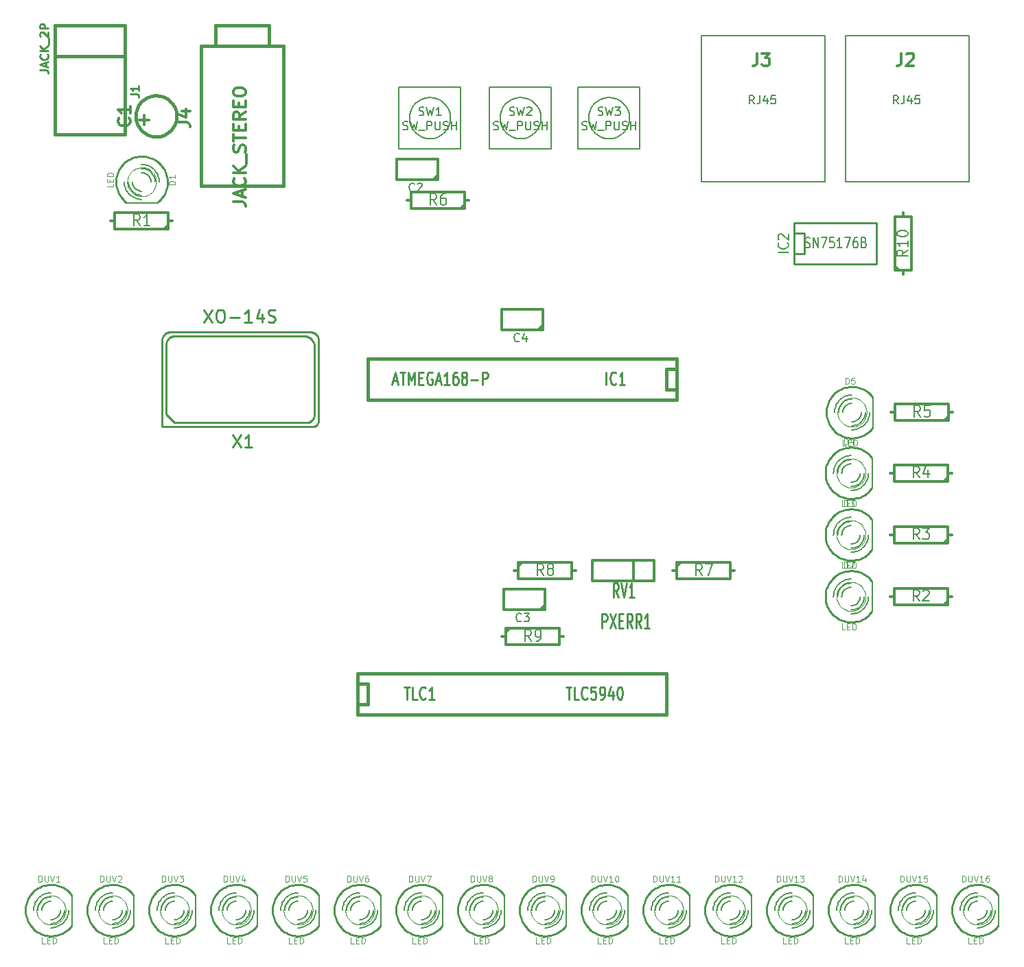
<source format=gto>
G04 (created by PCBNEW-RS274X (2011-07-08)-stable) date Sun 04 Mar 2012 02:24:10 AM EST*
G01*
G70*
G90*
%MOIN*%
G04 Gerber Fmt 3.4, Leading zero omitted, Abs format*
%FSLAX34Y34*%
G04 APERTURE LIST*
%ADD10C,0.006000*%
%ADD11C,0.010000*%
%ADD12C,0.005000*%
%ADD13C,0.012000*%
%ADD14C,0.008000*%
%ADD15C,0.003000*%
%ADD16C,0.015000*%
%ADD17C,0.009800*%
%ADD18C,0.003500*%
%ADD19C,0.011300*%
%ADD20C,0.010700*%
%ADD21C,0.010600*%
G04 APERTURE END LIST*
G54D10*
G54D11*
X46890Y-31900D02*
X39590Y-31900D01*
X46890Y-31900D02*
X46916Y-31898D01*
X46942Y-31895D01*
X46967Y-31889D01*
X46992Y-31881D01*
X47016Y-31871D01*
X47040Y-31859D01*
X47062Y-31845D01*
X47082Y-31829D01*
X47102Y-31812D01*
X47119Y-31792D01*
X47135Y-31772D01*
X47149Y-31749D01*
X47161Y-31726D01*
X47171Y-31702D01*
X47179Y-31677D01*
X47185Y-31652D01*
X47188Y-31626D01*
X47190Y-31600D01*
X47190Y-27700D02*
X47188Y-27666D01*
X47183Y-27631D01*
X47176Y-27597D01*
X47165Y-27564D01*
X47152Y-27531D01*
X47136Y-27501D01*
X47117Y-27471D01*
X47096Y-27443D01*
X47072Y-27418D01*
X47047Y-27394D01*
X47019Y-27373D01*
X46990Y-27354D01*
X46959Y-27338D01*
X46926Y-27325D01*
X46893Y-27314D01*
X46859Y-27307D01*
X46824Y-27302D01*
X46790Y-27300D01*
X47190Y-27600D02*
X47190Y-31600D01*
X39990Y-27300D02*
X46790Y-27300D01*
X40190Y-27500D02*
X40156Y-27502D01*
X40121Y-27507D01*
X40087Y-27514D01*
X40054Y-27525D01*
X40021Y-27538D01*
X39991Y-27554D01*
X39961Y-27573D01*
X39933Y-27594D01*
X39908Y-27618D01*
X39884Y-27643D01*
X39863Y-27671D01*
X39844Y-27701D01*
X39828Y-27731D01*
X39815Y-27764D01*
X39804Y-27797D01*
X39797Y-27831D01*
X39792Y-27866D01*
X39790Y-27900D01*
X39590Y-31900D02*
X39590Y-27700D01*
X40190Y-31700D02*
X46590Y-31700D01*
X46590Y-31700D02*
X46624Y-31698D01*
X46659Y-31693D01*
X46693Y-31686D01*
X46726Y-31675D01*
X46759Y-31662D01*
X46790Y-31646D01*
X46819Y-31627D01*
X46847Y-31606D01*
X46872Y-31582D01*
X46896Y-31557D01*
X46917Y-31529D01*
X46936Y-31499D01*
X46952Y-31469D01*
X46965Y-31436D01*
X46976Y-31403D01*
X46983Y-31369D01*
X46988Y-31334D01*
X46990Y-31300D01*
X46990Y-28000D02*
X46990Y-31300D01*
X46990Y-28000D02*
X46988Y-27957D01*
X46982Y-27914D01*
X46972Y-27871D01*
X46959Y-27829D01*
X46943Y-27789D01*
X46923Y-27751D01*
X46899Y-27714D01*
X46873Y-27679D01*
X46843Y-27647D01*
X46811Y-27617D01*
X46776Y-27591D01*
X46740Y-27567D01*
X46701Y-27547D01*
X46661Y-27531D01*
X46619Y-27518D01*
X46576Y-27508D01*
X46533Y-27502D01*
X46490Y-27500D01*
X40190Y-27500D02*
X46590Y-27500D01*
X39990Y-27300D02*
X39956Y-27302D01*
X39921Y-27307D01*
X39887Y-27314D01*
X39854Y-27325D01*
X39821Y-27338D01*
X39791Y-27354D01*
X39761Y-27373D01*
X39733Y-27394D01*
X39708Y-27418D01*
X39684Y-27443D01*
X39663Y-27471D01*
X39644Y-27501D01*
X39628Y-27531D01*
X39615Y-27564D01*
X39604Y-27597D01*
X39597Y-27631D01*
X39592Y-27666D01*
X39590Y-27700D01*
X40190Y-31700D02*
X39790Y-31300D01*
X39790Y-31300D02*
X39790Y-27900D01*
G54D12*
X62300Y-16900D02*
X62280Y-17094D01*
X62224Y-17281D01*
X62132Y-17453D01*
X62009Y-17604D01*
X61859Y-17729D01*
X61687Y-17821D01*
X61501Y-17879D01*
X61306Y-17899D01*
X61113Y-17882D01*
X60926Y-17827D01*
X60753Y-17736D01*
X60601Y-17614D01*
X60475Y-17464D01*
X60381Y-17293D01*
X60322Y-17107D01*
X60301Y-16913D01*
X60317Y-16720D01*
X60371Y-16532D01*
X60460Y-16359D01*
X60581Y-16206D01*
X60730Y-16079D01*
X60900Y-15984D01*
X61086Y-15924D01*
X61280Y-15901D01*
X61473Y-15916D01*
X61661Y-15968D01*
X61835Y-16056D01*
X61989Y-16176D01*
X62117Y-16324D01*
X62213Y-16494D01*
X62275Y-16679D01*
X62299Y-16873D01*
X62300Y-16900D01*
X59800Y-15400D02*
X62800Y-15400D01*
X62800Y-15400D02*
X62800Y-18400D01*
X62800Y-18400D02*
X59800Y-18400D01*
X59800Y-15400D02*
X59800Y-18400D01*
X58000Y-16900D02*
X57980Y-17094D01*
X57924Y-17281D01*
X57832Y-17453D01*
X57709Y-17604D01*
X57559Y-17729D01*
X57387Y-17821D01*
X57201Y-17879D01*
X57006Y-17899D01*
X56813Y-17882D01*
X56626Y-17827D01*
X56453Y-17736D01*
X56301Y-17614D01*
X56175Y-17464D01*
X56081Y-17293D01*
X56022Y-17107D01*
X56001Y-16913D01*
X56017Y-16720D01*
X56071Y-16532D01*
X56160Y-16359D01*
X56281Y-16206D01*
X56430Y-16079D01*
X56600Y-15984D01*
X56786Y-15924D01*
X56980Y-15901D01*
X57173Y-15916D01*
X57361Y-15968D01*
X57535Y-16056D01*
X57689Y-16176D01*
X57817Y-16324D01*
X57913Y-16494D01*
X57975Y-16679D01*
X57999Y-16873D01*
X58000Y-16900D01*
X55500Y-15400D02*
X58500Y-15400D01*
X58500Y-15400D02*
X58500Y-18400D01*
X58500Y-18400D02*
X55500Y-18400D01*
X55500Y-15400D02*
X55500Y-18400D01*
X53600Y-16900D02*
X53580Y-17094D01*
X53524Y-17281D01*
X53432Y-17453D01*
X53309Y-17604D01*
X53159Y-17729D01*
X52987Y-17821D01*
X52801Y-17879D01*
X52606Y-17899D01*
X52413Y-17882D01*
X52226Y-17827D01*
X52053Y-17736D01*
X51901Y-17614D01*
X51775Y-17464D01*
X51681Y-17293D01*
X51622Y-17107D01*
X51601Y-16913D01*
X51617Y-16720D01*
X51671Y-16532D01*
X51760Y-16359D01*
X51881Y-16206D01*
X52030Y-16079D01*
X52200Y-15984D01*
X52386Y-15924D01*
X52580Y-15901D01*
X52773Y-15916D01*
X52961Y-15968D01*
X53135Y-16056D01*
X53289Y-16176D01*
X53417Y-16324D01*
X53513Y-16494D01*
X53575Y-16679D01*
X53599Y-16873D01*
X53600Y-16900D01*
X51100Y-15400D02*
X54100Y-15400D01*
X54100Y-15400D02*
X54100Y-18400D01*
X54100Y-18400D02*
X51100Y-18400D01*
X51100Y-15400D02*
X51100Y-18400D01*
X78800Y-12900D02*
X72800Y-12900D01*
X72800Y-12900D02*
X72800Y-20000D01*
X72800Y-20000D02*
X78800Y-20000D01*
X78800Y-20000D02*
X78800Y-12900D01*
X71800Y-12900D02*
X65800Y-12900D01*
X65800Y-12900D02*
X65800Y-20000D01*
X65800Y-20000D02*
X71800Y-20000D01*
X71800Y-20000D02*
X71800Y-12900D01*
G54D13*
X64400Y-38900D02*
X64600Y-38900D01*
X67400Y-38900D02*
X67200Y-38900D01*
X67200Y-38900D02*
X67200Y-38500D01*
X67200Y-38500D02*
X64600Y-38500D01*
X64600Y-38500D02*
X64600Y-39300D01*
X64600Y-39300D02*
X67200Y-39300D01*
X67200Y-39300D02*
X67200Y-38900D01*
X64600Y-38700D02*
X64800Y-38500D01*
X40100Y-21900D02*
X39900Y-21900D01*
X37100Y-21900D02*
X37300Y-21900D01*
X37300Y-21900D02*
X37300Y-22300D01*
X37300Y-22300D02*
X39900Y-22300D01*
X39900Y-22300D02*
X39900Y-21500D01*
X39900Y-21500D02*
X37300Y-21500D01*
X37300Y-21500D02*
X37300Y-21900D01*
X39900Y-22100D02*
X39700Y-22300D01*
X77950Y-40150D02*
X77750Y-40150D01*
X74950Y-40150D02*
X75150Y-40150D01*
X75150Y-40150D02*
X75150Y-40550D01*
X75150Y-40550D02*
X77750Y-40550D01*
X77750Y-40550D02*
X77750Y-39750D01*
X77750Y-39750D02*
X75150Y-39750D01*
X75150Y-39750D02*
X75150Y-40150D01*
X77750Y-40350D02*
X77550Y-40550D01*
X77950Y-37150D02*
X77750Y-37150D01*
X74950Y-37150D02*
X75150Y-37150D01*
X75150Y-37150D02*
X75150Y-37550D01*
X75150Y-37550D02*
X77750Y-37550D01*
X77750Y-37550D02*
X77750Y-36750D01*
X77750Y-36750D02*
X75150Y-36750D01*
X75150Y-36750D02*
X75150Y-37150D01*
X77750Y-37350D02*
X77550Y-37550D01*
X77950Y-34150D02*
X77750Y-34150D01*
X74950Y-34150D02*
X75150Y-34150D01*
X75150Y-34150D02*
X75150Y-34550D01*
X75150Y-34550D02*
X77750Y-34550D01*
X77750Y-34550D02*
X77750Y-33750D01*
X77750Y-33750D02*
X75150Y-33750D01*
X75150Y-33750D02*
X75150Y-34150D01*
X77750Y-34350D02*
X77550Y-34550D01*
X78000Y-31200D02*
X77800Y-31200D01*
X75000Y-31200D02*
X75200Y-31200D01*
X75200Y-31200D02*
X75200Y-31600D01*
X75200Y-31600D02*
X77800Y-31600D01*
X77800Y-31600D02*
X77800Y-30800D01*
X77800Y-30800D02*
X75200Y-30800D01*
X75200Y-30800D02*
X75200Y-31200D01*
X77800Y-31400D02*
X77600Y-31600D01*
X54500Y-20900D02*
X54300Y-20900D01*
X51500Y-20900D02*
X51700Y-20900D01*
X51700Y-20900D02*
X51700Y-21300D01*
X51700Y-21300D02*
X54300Y-21300D01*
X54300Y-21300D02*
X54300Y-20500D01*
X54300Y-20500D02*
X51700Y-20500D01*
X51700Y-20500D02*
X51700Y-20900D01*
X54300Y-21100D02*
X54100Y-21300D01*
X56700Y-38900D02*
X56900Y-38900D01*
X59700Y-38900D02*
X59500Y-38900D01*
X59500Y-38900D02*
X59500Y-38500D01*
X59500Y-38500D02*
X56900Y-38500D01*
X56900Y-38500D02*
X56900Y-39300D01*
X56900Y-39300D02*
X59500Y-39300D01*
X59500Y-39300D02*
X59500Y-38900D01*
X56900Y-38700D02*
X57100Y-38500D01*
X56100Y-42100D02*
X56300Y-42100D01*
X59100Y-42100D02*
X58900Y-42100D01*
X58900Y-42100D02*
X58900Y-41700D01*
X58900Y-41700D02*
X56300Y-41700D01*
X56300Y-41700D02*
X56300Y-42500D01*
X56300Y-42500D02*
X58900Y-42500D01*
X58900Y-42500D02*
X58900Y-42100D01*
X56300Y-41900D02*
X56500Y-41700D01*
X75600Y-24500D02*
X75600Y-24300D01*
X75600Y-21500D02*
X75600Y-21700D01*
X75600Y-21700D02*
X75200Y-21700D01*
X75200Y-21700D02*
X75200Y-24300D01*
X75200Y-24300D02*
X76000Y-24300D01*
X76000Y-24300D02*
X76000Y-21700D01*
X76000Y-21700D02*
X75600Y-21700D01*
X75400Y-24300D02*
X75200Y-24100D01*
G54D14*
X80220Y-56150D02*
X80220Y-54650D01*
G54D15*
X79907Y-55400D02*
X79893Y-55537D01*
X79853Y-55669D01*
X79788Y-55791D01*
X79701Y-55898D01*
X79595Y-55986D01*
X79473Y-56051D01*
X79342Y-56092D01*
X79204Y-56106D01*
X79068Y-56094D01*
X78936Y-56055D01*
X78813Y-55991D01*
X78706Y-55905D01*
X78617Y-55799D01*
X78551Y-55678D01*
X78509Y-55546D01*
X78494Y-55409D01*
X78505Y-55273D01*
X78543Y-55140D01*
X78606Y-55018D01*
X78692Y-54909D01*
X78797Y-54820D01*
X78917Y-54753D01*
X79049Y-54710D01*
X79186Y-54694D01*
X79322Y-54704D01*
X79455Y-54741D01*
X79578Y-54804D01*
X79687Y-54889D01*
X79777Y-54993D01*
X79845Y-55113D01*
X79889Y-55244D01*
X79906Y-55381D01*
X79907Y-55400D01*
G54D11*
X80199Y-54650D02*
X80130Y-54566D01*
X80054Y-54488D01*
X79971Y-54417D01*
X79882Y-54353D01*
X79788Y-54298D01*
X79690Y-54251D01*
X79588Y-54212D01*
X79483Y-54183D01*
X79376Y-54163D01*
X79267Y-54152D01*
X79159Y-54151D01*
X79050Y-54160D01*
X78943Y-54177D01*
X78837Y-54204D01*
X78734Y-54241D01*
X78635Y-54286D01*
X78540Y-54339D01*
X78450Y-54401D01*
X78366Y-54470D01*
X78288Y-54546D01*
X78217Y-54629D01*
X78153Y-54718D01*
X78098Y-54812D01*
X78051Y-54910D01*
X78012Y-55012D01*
X77983Y-55117D01*
X77963Y-55224D01*
X77952Y-55333D01*
X77951Y-55441D01*
X77960Y-55550D01*
X77977Y-55657D01*
X78004Y-55763D01*
X78041Y-55866D01*
X78086Y-55965D01*
X78139Y-56060D01*
X78201Y-56150D01*
X78270Y-56234D01*
X78346Y-56312D01*
X78429Y-56383D01*
X78518Y-56447D01*
X78612Y-56502D01*
X78710Y-56549D01*
X78812Y-56588D01*
X78917Y-56617D01*
X79024Y-56637D01*
X79133Y-56648D01*
X79241Y-56649D01*
X79350Y-56640D01*
X79457Y-56623D01*
X79563Y-56596D01*
X79666Y-56559D01*
X79765Y-56514D01*
X79860Y-56461D01*
X79950Y-56399D01*
X80034Y-56330D01*
X80112Y-56254D01*
X80183Y-56171D01*
X80199Y-56150D01*
G54D10*
X79200Y-54950D02*
X79161Y-54952D01*
X79122Y-54957D01*
X79084Y-54966D01*
X79047Y-54978D01*
X79010Y-54993D01*
X78976Y-55011D01*
X78942Y-55032D01*
X78911Y-55056D01*
X78882Y-55082D01*
X78856Y-55111D01*
X78832Y-55142D01*
X78811Y-55176D01*
X78793Y-55210D01*
X78778Y-55247D01*
X78766Y-55284D01*
X78757Y-55322D01*
X78752Y-55361D01*
X78750Y-55400D01*
X79200Y-55850D02*
X79239Y-55848D01*
X79278Y-55843D01*
X79316Y-55834D01*
X79353Y-55822D01*
X79390Y-55807D01*
X79425Y-55789D01*
X79458Y-55768D01*
X79489Y-55744D01*
X79518Y-55718D01*
X79544Y-55689D01*
X79568Y-55658D01*
X79589Y-55624D01*
X79607Y-55590D01*
X79622Y-55553D01*
X79634Y-55516D01*
X79643Y-55478D01*
X79648Y-55439D01*
X79650Y-55400D01*
X79200Y-54750D02*
X79144Y-54753D01*
X79088Y-54760D01*
X79032Y-54773D01*
X78978Y-54790D01*
X78926Y-54811D01*
X78876Y-54838D01*
X78828Y-54868D01*
X78783Y-54903D01*
X78741Y-54941D01*
X78703Y-54983D01*
X78668Y-55028D01*
X78638Y-55076D01*
X78611Y-55126D01*
X78590Y-55178D01*
X78573Y-55232D01*
X78560Y-55288D01*
X78553Y-55344D01*
X78550Y-55400D01*
X79200Y-56050D02*
X79256Y-56047D01*
X79312Y-56040D01*
X79368Y-56027D01*
X79422Y-56010D01*
X79474Y-55989D01*
X79525Y-55962D01*
X79572Y-55932D01*
X79617Y-55897D01*
X79659Y-55859D01*
X79697Y-55817D01*
X79732Y-55772D01*
X79762Y-55724D01*
X79789Y-55674D01*
X79810Y-55622D01*
X79827Y-55568D01*
X79840Y-55512D01*
X79847Y-55456D01*
X79850Y-55400D01*
X79200Y-54550D02*
X79126Y-54554D01*
X79053Y-54563D01*
X78981Y-54579D01*
X78910Y-54602D01*
X78841Y-54630D01*
X78776Y-54664D01*
X78713Y-54704D01*
X78654Y-54749D01*
X78599Y-54799D01*
X78549Y-54854D01*
X78504Y-54913D01*
X78464Y-54976D01*
X78430Y-55041D01*
X78402Y-55110D01*
X78379Y-55181D01*
X78363Y-55253D01*
X78354Y-55326D01*
X78350Y-55400D01*
X79200Y-56250D02*
X79274Y-56246D01*
X79347Y-56237D01*
X79419Y-56221D01*
X79490Y-56198D01*
X79559Y-56170D01*
X79625Y-56136D01*
X79687Y-56096D01*
X79746Y-56051D01*
X79801Y-56001D01*
X79851Y-55946D01*
X79896Y-55887D01*
X79936Y-55824D01*
X79970Y-55759D01*
X79998Y-55690D01*
X80021Y-55619D01*
X80037Y-55547D01*
X80046Y-55474D01*
X80050Y-55400D01*
G54D14*
X74220Y-56150D02*
X74220Y-54650D01*
G54D15*
X73907Y-55400D02*
X73893Y-55537D01*
X73853Y-55669D01*
X73788Y-55791D01*
X73701Y-55898D01*
X73595Y-55986D01*
X73473Y-56051D01*
X73342Y-56092D01*
X73204Y-56106D01*
X73068Y-56094D01*
X72936Y-56055D01*
X72813Y-55991D01*
X72706Y-55905D01*
X72617Y-55799D01*
X72551Y-55678D01*
X72509Y-55546D01*
X72494Y-55409D01*
X72505Y-55273D01*
X72543Y-55140D01*
X72606Y-55018D01*
X72692Y-54909D01*
X72797Y-54820D01*
X72917Y-54753D01*
X73049Y-54710D01*
X73186Y-54694D01*
X73322Y-54704D01*
X73455Y-54741D01*
X73578Y-54804D01*
X73687Y-54889D01*
X73777Y-54993D01*
X73845Y-55113D01*
X73889Y-55244D01*
X73906Y-55381D01*
X73907Y-55400D01*
G54D11*
X74199Y-54650D02*
X74130Y-54566D01*
X74054Y-54488D01*
X73971Y-54417D01*
X73882Y-54353D01*
X73788Y-54298D01*
X73690Y-54251D01*
X73588Y-54212D01*
X73483Y-54183D01*
X73376Y-54163D01*
X73267Y-54152D01*
X73159Y-54151D01*
X73050Y-54160D01*
X72943Y-54177D01*
X72837Y-54204D01*
X72734Y-54241D01*
X72635Y-54286D01*
X72540Y-54339D01*
X72450Y-54401D01*
X72366Y-54470D01*
X72288Y-54546D01*
X72217Y-54629D01*
X72153Y-54718D01*
X72098Y-54812D01*
X72051Y-54910D01*
X72012Y-55012D01*
X71983Y-55117D01*
X71963Y-55224D01*
X71952Y-55333D01*
X71951Y-55441D01*
X71960Y-55550D01*
X71977Y-55657D01*
X72004Y-55763D01*
X72041Y-55866D01*
X72086Y-55965D01*
X72139Y-56060D01*
X72201Y-56150D01*
X72270Y-56234D01*
X72346Y-56312D01*
X72429Y-56383D01*
X72518Y-56447D01*
X72612Y-56502D01*
X72710Y-56549D01*
X72812Y-56588D01*
X72917Y-56617D01*
X73024Y-56637D01*
X73133Y-56648D01*
X73241Y-56649D01*
X73350Y-56640D01*
X73457Y-56623D01*
X73563Y-56596D01*
X73666Y-56559D01*
X73765Y-56514D01*
X73860Y-56461D01*
X73950Y-56399D01*
X74034Y-56330D01*
X74112Y-56254D01*
X74183Y-56171D01*
X74199Y-56150D01*
G54D10*
X73200Y-54950D02*
X73161Y-54952D01*
X73122Y-54957D01*
X73084Y-54966D01*
X73047Y-54978D01*
X73010Y-54993D01*
X72976Y-55011D01*
X72942Y-55032D01*
X72911Y-55056D01*
X72882Y-55082D01*
X72856Y-55111D01*
X72832Y-55142D01*
X72811Y-55176D01*
X72793Y-55210D01*
X72778Y-55247D01*
X72766Y-55284D01*
X72757Y-55322D01*
X72752Y-55361D01*
X72750Y-55400D01*
X73200Y-55850D02*
X73239Y-55848D01*
X73278Y-55843D01*
X73316Y-55834D01*
X73353Y-55822D01*
X73390Y-55807D01*
X73425Y-55789D01*
X73458Y-55768D01*
X73489Y-55744D01*
X73518Y-55718D01*
X73544Y-55689D01*
X73568Y-55658D01*
X73589Y-55624D01*
X73607Y-55590D01*
X73622Y-55553D01*
X73634Y-55516D01*
X73643Y-55478D01*
X73648Y-55439D01*
X73650Y-55400D01*
X73200Y-54750D02*
X73144Y-54753D01*
X73088Y-54760D01*
X73032Y-54773D01*
X72978Y-54790D01*
X72926Y-54811D01*
X72876Y-54838D01*
X72828Y-54868D01*
X72783Y-54903D01*
X72741Y-54941D01*
X72703Y-54983D01*
X72668Y-55028D01*
X72638Y-55076D01*
X72611Y-55126D01*
X72590Y-55178D01*
X72573Y-55232D01*
X72560Y-55288D01*
X72553Y-55344D01*
X72550Y-55400D01*
X73200Y-56050D02*
X73256Y-56047D01*
X73312Y-56040D01*
X73368Y-56027D01*
X73422Y-56010D01*
X73474Y-55989D01*
X73525Y-55962D01*
X73572Y-55932D01*
X73617Y-55897D01*
X73659Y-55859D01*
X73697Y-55817D01*
X73732Y-55772D01*
X73762Y-55724D01*
X73789Y-55674D01*
X73810Y-55622D01*
X73827Y-55568D01*
X73840Y-55512D01*
X73847Y-55456D01*
X73850Y-55400D01*
X73200Y-54550D02*
X73126Y-54554D01*
X73053Y-54563D01*
X72981Y-54579D01*
X72910Y-54602D01*
X72841Y-54630D01*
X72776Y-54664D01*
X72713Y-54704D01*
X72654Y-54749D01*
X72599Y-54799D01*
X72549Y-54854D01*
X72504Y-54913D01*
X72464Y-54976D01*
X72430Y-55041D01*
X72402Y-55110D01*
X72379Y-55181D01*
X72363Y-55253D01*
X72354Y-55326D01*
X72350Y-55400D01*
X73200Y-56250D02*
X73274Y-56246D01*
X73347Y-56237D01*
X73419Y-56221D01*
X73490Y-56198D01*
X73559Y-56170D01*
X73625Y-56136D01*
X73687Y-56096D01*
X73746Y-56051D01*
X73801Y-56001D01*
X73851Y-55946D01*
X73896Y-55887D01*
X73936Y-55824D01*
X73970Y-55759D01*
X73998Y-55690D01*
X74021Y-55619D01*
X74037Y-55547D01*
X74046Y-55474D01*
X74050Y-55400D01*
G54D14*
X77220Y-56150D02*
X77220Y-54650D01*
G54D15*
X76907Y-55400D02*
X76893Y-55537D01*
X76853Y-55669D01*
X76788Y-55791D01*
X76701Y-55898D01*
X76595Y-55986D01*
X76473Y-56051D01*
X76342Y-56092D01*
X76204Y-56106D01*
X76068Y-56094D01*
X75936Y-56055D01*
X75813Y-55991D01*
X75706Y-55905D01*
X75617Y-55799D01*
X75551Y-55678D01*
X75509Y-55546D01*
X75494Y-55409D01*
X75505Y-55273D01*
X75543Y-55140D01*
X75606Y-55018D01*
X75692Y-54909D01*
X75797Y-54820D01*
X75917Y-54753D01*
X76049Y-54710D01*
X76186Y-54694D01*
X76322Y-54704D01*
X76455Y-54741D01*
X76578Y-54804D01*
X76687Y-54889D01*
X76777Y-54993D01*
X76845Y-55113D01*
X76889Y-55244D01*
X76906Y-55381D01*
X76907Y-55400D01*
G54D11*
X77199Y-54650D02*
X77130Y-54566D01*
X77054Y-54488D01*
X76971Y-54417D01*
X76882Y-54353D01*
X76788Y-54298D01*
X76690Y-54251D01*
X76588Y-54212D01*
X76483Y-54183D01*
X76376Y-54163D01*
X76267Y-54152D01*
X76159Y-54151D01*
X76050Y-54160D01*
X75943Y-54177D01*
X75837Y-54204D01*
X75734Y-54241D01*
X75635Y-54286D01*
X75540Y-54339D01*
X75450Y-54401D01*
X75366Y-54470D01*
X75288Y-54546D01*
X75217Y-54629D01*
X75153Y-54718D01*
X75098Y-54812D01*
X75051Y-54910D01*
X75012Y-55012D01*
X74983Y-55117D01*
X74963Y-55224D01*
X74952Y-55333D01*
X74951Y-55441D01*
X74960Y-55550D01*
X74977Y-55657D01*
X75004Y-55763D01*
X75041Y-55866D01*
X75086Y-55965D01*
X75139Y-56060D01*
X75201Y-56150D01*
X75270Y-56234D01*
X75346Y-56312D01*
X75429Y-56383D01*
X75518Y-56447D01*
X75612Y-56502D01*
X75710Y-56549D01*
X75812Y-56588D01*
X75917Y-56617D01*
X76024Y-56637D01*
X76133Y-56648D01*
X76241Y-56649D01*
X76350Y-56640D01*
X76457Y-56623D01*
X76563Y-56596D01*
X76666Y-56559D01*
X76765Y-56514D01*
X76860Y-56461D01*
X76950Y-56399D01*
X77034Y-56330D01*
X77112Y-56254D01*
X77183Y-56171D01*
X77199Y-56150D01*
G54D10*
X76200Y-54950D02*
X76161Y-54952D01*
X76122Y-54957D01*
X76084Y-54966D01*
X76047Y-54978D01*
X76010Y-54993D01*
X75976Y-55011D01*
X75942Y-55032D01*
X75911Y-55056D01*
X75882Y-55082D01*
X75856Y-55111D01*
X75832Y-55142D01*
X75811Y-55176D01*
X75793Y-55210D01*
X75778Y-55247D01*
X75766Y-55284D01*
X75757Y-55322D01*
X75752Y-55361D01*
X75750Y-55400D01*
X76200Y-55850D02*
X76239Y-55848D01*
X76278Y-55843D01*
X76316Y-55834D01*
X76353Y-55822D01*
X76390Y-55807D01*
X76425Y-55789D01*
X76458Y-55768D01*
X76489Y-55744D01*
X76518Y-55718D01*
X76544Y-55689D01*
X76568Y-55658D01*
X76589Y-55624D01*
X76607Y-55590D01*
X76622Y-55553D01*
X76634Y-55516D01*
X76643Y-55478D01*
X76648Y-55439D01*
X76650Y-55400D01*
X76200Y-54750D02*
X76144Y-54753D01*
X76088Y-54760D01*
X76032Y-54773D01*
X75978Y-54790D01*
X75926Y-54811D01*
X75876Y-54838D01*
X75828Y-54868D01*
X75783Y-54903D01*
X75741Y-54941D01*
X75703Y-54983D01*
X75668Y-55028D01*
X75638Y-55076D01*
X75611Y-55126D01*
X75590Y-55178D01*
X75573Y-55232D01*
X75560Y-55288D01*
X75553Y-55344D01*
X75550Y-55400D01*
X76200Y-56050D02*
X76256Y-56047D01*
X76312Y-56040D01*
X76368Y-56027D01*
X76422Y-56010D01*
X76474Y-55989D01*
X76525Y-55962D01*
X76572Y-55932D01*
X76617Y-55897D01*
X76659Y-55859D01*
X76697Y-55817D01*
X76732Y-55772D01*
X76762Y-55724D01*
X76789Y-55674D01*
X76810Y-55622D01*
X76827Y-55568D01*
X76840Y-55512D01*
X76847Y-55456D01*
X76850Y-55400D01*
X76200Y-54550D02*
X76126Y-54554D01*
X76053Y-54563D01*
X75981Y-54579D01*
X75910Y-54602D01*
X75841Y-54630D01*
X75776Y-54664D01*
X75713Y-54704D01*
X75654Y-54749D01*
X75599Y-54799D01*
X75549Y-54854D01*
X75504Y-54913D01*
X75464Y-54976D01*
X75430Y-55041D01*
X75402Y-55110D01*
X75379Y-55181D01*
X75363Y-55253D01*
X75354Y-55326D01*
X75350Y-55400D01*
X76200Y-56250D02*
X76274Y-56246D01*
X76347Y-56237D01*
X76419Y-56221D01*
X76490Y-56198D01*
X76559Y-56170D01*
X76625Y-56136D01*
X76687Y-56096D01*
X76746Y-56051D01*
X76801Y-56001D01*
X76851Y-55946D01*
X76896Y-55887D01*
X76936Y-55824D01*
X76970Y-55759D01*
X76998Y-55690D01*
X77021Y-55619D01*
X77037Y-55547D01*
X77046Y-55474D01*
X77050Y-55400D01*
G54D14*
X71220Y-56150D02*
X71220Y-54650D01*
G54D15*
X70907Y-55400D02*
X70893Y-55537D01*
X70853Y-55669D01*
X70788Y-55791D01*
X70701Y-55898D01*
X70595Y-55986D01*
X70473Y-56051D01*
X70342Y-56092D01*
X70204Y-56106D01*
X70068Y-56094D01*
X69936Y-56055D01*
X69813Y-55991D01*
X69706Y-55905D01*
X69617Y-55799D01*
X69551Y-55678D01*
X69509Y-55546D01*
X69494Y-55409D01*
X69505Y-55273D01*
X69543Y-55140D01*
X69606Y-55018D01*
X69692Y-54909D01*
X69797Y-54820D01*
X69917Y-54753D01*
X70049Y-54710D01*
X70186Y-54694D01*
X70322Y-54704D01*
X70455Y-54741D01*
X70578Y-54804D01*
X70687Y-54889D01*
X70777Y-54993D01*
X70845Y-55113D01*
X70889Y-55244D01*
X70906Y-55381D01*
X70907Y-55400D01*
G54D11*
X71199Y-54650D02*
X71130Y-54566D01*
X71054Y-54488D01*
X70971Y-54417D01*
X70882Y-54353D01*
X70788Y-54298D01*
X70690Y-54251D01*
X70588Y-54212D01*
X70483Y-54183D01*
X70376Y-54163D01*
X70267Y-54152D01*
X70159Y-54151D01*
X70050Y-54160D01*
X69943Y-54177D01*
X69837Y-54204D01*
X69734Y-54241D01*
X69635Y-54286D01*
X69540Y-54339D01*
X69450Y-54401D01*
X69366Y-54470D01*
X69288Y-54546D01*
X69217Y-54629D01*
X69153Y-54718D01*
X69098Y-54812D01*
X69051Y-54910D01*
X69012Y-55012D01*
X68983Y-55117D01*
X68963Y-55224D01*
X68952Y-55333D01*
X68951Y-55441D01*
X68960Y-55550D01*
X68977Y-55657D01*
X69004Y-55763D01*
X69041Y-55866D01*
X69086Y-55965D01*
X69139Y-56060D01*
X69201Y-56150D01*
X69270Y-56234D01*
X69346Y-56312D01*
X69429Y-56383D01*
X69518Y-56447D01*
X69612Y-56502D01*
X69710Y-56549D01*
X69812Y-56588D01*
X69917Y-56617D01*
X70024Y-56637D01*
X70133Y-56648D01*
X70241Y-56649D01*
X70350Y-56640D01*
X70457Y-56623D01*
X70563Y-56596D01*
X70666Y-56559D01*
X70765Y-56514D01*
X70860Y-56461D01*
X70950Y-56399D01*
X71034Y-56330D01*
X71112Y-56254D01*
X71183Y-56171D01*
X71199Y-56150D01*
G54D10*
X70200Y-54950D02*
X70161Y-54952D01*
X70122Y-54957D01*
X70084Y-54966D01*
X70047Y-54978D01*
X70010Y-54993D01*
X69976Y-55011D01*
X69942Y-55032D01*
X69911Y-55056D01*
X69882Y-55082D01*
X69856Y-55111D01*
X69832Y-55142D01*
X69811Y-55176D01*
X69793Y-55210D01*
X69778Y-55247D01*
X69766Y-55284D01*
X69757Y-55322D01*
X69752Y-55361D01*
X69750Y-55400D01*
X70200Y-55850D02*
X70239Y-55848D01*
X70278Y-55843D01*
X70316Y-55834D01*
X70353Y-55822D01*
X70390Y-55807D01*
X70425Y-55789D01*
X70458Y-55768D01*
X70489Y-55744D01*
X70518Y-55718D01*
X70544Y-55689D01*
X70568Y-55658D01*
X70589Y-55624D01*
X70607Y-55590D01*
X70622Y-55553D01*
X70634Y-55516D01*
X70643Y-55478D01*
X70648Y-55439D01*
X70650Y-55400D01*
X70200Y-54750D02*
X70144Y-54753D01*
X70088Y-54760D01*
X70032Y-54773D01*
X69978Y-54790D01*
X69926Y-54811D01*
X69876Y-54838D01*
X69828Y-54868D01*
X69783Y-54903D01*
X69741Y-54941D01*
X69703Y-54983D01*
X69668Y-55028D01*
X69638Y-55076D01*
X69611Y-55126D01*
X69590Y-55178D01*
X69573Y-55232D01*
X69560Y-55288D01*
X69553Y-55344D01*
X69550Y-55400D01*
X70200Y-56050D02*
X70256Y-56047D01*
X70312Y-56040D01*
X70368Y-56027D01*
X70422Y-56010D01*
X70474Y-55989D01*
X70525Y-55962D01*
X70572Y-55932D01*
X70617Y-55897D01*
X70659Y-55859D01*
X70697Y-55817D01*
X70732Y-55772D01*
X70762Y-55724D01*
X70789Y-55674D01*
X70810Y-55622D01*
X70827Y-55568D01*
X70840Y-55512D01*
X70847Y-55456D01*
X70850Y-55400D01*
X70200Y-54550D02*
X70126Y-54554D01*
X70053Y-54563D01*
X69981Y-54579D01*
X69910Y-54602D01*
X69841Y-54630D01*
X69776Y-54664D01*
X69713Y-54704D01*
X69654Y-54749D01*
X69599Y-54799D01*
X69549Y-54854D01*
X69504Y-54913D01*
X69464Y-54976D01*
X69430Y-55041D01*
X69402Y-55110D01*
X69379Y-55181D01*
X69363Y-55253D01*
X69354Y-55326D01*
X69350Y-55400D01*
X70200Y-56250D02*
X70274Y-56246D01*
X70347Y-56237D01*
X70419Y-56221D01*
X70490Y-56198D01*
X70559Y-56170D01*
X70625Y-56136D01*
X70687Y-56096D01*
X70746Y-56051D01*
X70801Y-56001D01*
X70851Y-55946D01*
X70896Y-55887D01*
X70936Y-55824D01*
X70970Y-55759D01*
X70998Y-55690D01*
X71021Y-55619D01*
X71037Y-55547D01*
X71046Y-55474D01*
X71050Y-55400D01*
G54D14*
X37850Y-21020D02*
X39350Y-21020D01*
G54D15*
X39307Y-20000D02*
X39293Y-20137D01*
X39253Y-20269D01*
X39188Y-20391D01*
X39101Y-20498D01*
X38995Y-20586D01*
X38873Y-20651D01*
X38742Y-20692D01*
X38604Y-20706D01*
X38468Y-20694D01*
X38336Y-20655D01*
X38213Y-20591D01*
X38106Y-20505D01*
X38017Y-20399D01*
X37951Y-20278D01*
X37909Y-20146D01*
X37894Y-20009D01*
X37905Y-19873D01*
X37943Y-19740D01*
X38006Y-19618D01*
X38092Y-19509D01*
X38197Y-19420D01*
X38317Y-19353D01*
X38449Y-19310D01*
X38586Y-19294D01*
X38722Y-19304D01*
X38855Y-19341D01*
X38978Y-19404D01*
X39087Y-19489D01*
X39177Y-19593D01*
X39245Y-19713D01*
X39289Y-19844D01*
X39306Y-19981D01*
X39307Y-20000D01*
G54D11*
X39350Y-20999D02*
X39434Y-20930D01*
X39512Y-20854D01*
X39583Y-20771D01*
X39647Y-20682D01*
X39702Y-20588D01*
X39749Y-20490D01*
X39788Y-20388D01*
X39817Y-20283D01*
X39837Y-20176D01*
X39848Y-20067D01*
X39849Y-19959D01*
X39840Y-19850D01*
X39823Y-19743D01*
X39796Y-19637D01*
X39759Y-19534D01*
X39714Y-19435D01*
X39661Y-19340D01*
X39599Y-19250D01*
X39530Y-19166D01*
X39454Y-19088D01*
X39371Y-19017D01*
X39282Y-18953D01*
X39188Y-18898D01*
X39090Y-18851D01*
X38988Y-18812D01*
X38883Y-18783D01*
X38776Y-18763D01*
X38667Y-18752D01*
X38559Y-18751D01*
X38450Y-18760D01*
X38343Y-18777D01*
X38237Y-18804D01*
X38134Y-18841D01*
X38035Y-18886D01*
X37940Y-18939D01*
X37850Y-19001D01*
X37766Y-19070D01*
X37688Y-19146D01*
X37617Y-19229D01*
X37553Y-19318D01*
X37498Y-19412D01*
X37451Y-19510D01*
X37412Y-19612D01*
X37383Y-19717D01*
X37363Y-19824D01*
X37352Y-19933D01*
X37351Y-20041D01*
X37360Y-20150D01*
X37377Y-20257D01*
X37404Y-20363D01*
X37441Y-20466D01*
X37486Y-20565D01*
X37539Y-20660D01*
X37601Y-20750D01*
X37670Y-20834D01*
X37746Y-20912D01*
X37829Y-20983D01*
X37850Y-20999D01*
G54D10*
X39050Y-20000D02*
X39048Y-19961D01*
X39043Y-19922D01*
X39034Y-19884D01*
X39022Y-19847D01*
X39007Y-19810D01*
X38989Y-19776D01*
X38968Y-19742D01*
X38944Y-19711D01*
X38918Y-19682D01*
X38889Y-19656D01*
X38858Y-19632D01*
X38825Y-19611D01*
X38790Y-19593D01*
X38753Y-19578D01*
X38716Y-19566D01*
X38678Y-19557D01*
X38639Y-19552D01*
X38600Y-19550D01*
X38150Y-20000D02*
X38152Y-20039D01*
X38157Y-20078D01*
X38166Y-20116D01*
X38178Y-20153D01*
X38193Y-20190D01*
X38211Y-20224D01*
X38232Y-20258D01*
X38256Y-20289D01*
X38282Y-20318D01*
X38311Y-20344D01*
X38342Y-20368D01*
X38376Y-20389D01*
X38410Y-20407D01*
X38447Y-20422D01*
X38484Y-20434D01*
X38522Y-20443D01*
X38561Y-20448D01*
X38600Y-20450D01*
X39250Y-20000D02*
X39247Y-19944D01*
X39240Y-19888D01*
X39227Y-19832D01*
X39210Y-19778D01*
X39189Y-19726D01*
X39162Y-19676D01*
X39132Y-19628D01*
X39097Y-19583D01*
X39059Y-19541D01*
X39017Y-19503D01*
X38972Y-19468D01*
X38925Y-19438D01*
X38874Y-19411D01*
X38822Y-19390D01*
X38768Y-19373D01*
X38712Y-19360D01*
X38656Y-19353D01*
X38600Y-19350D01*
X37950Y-20000D02*
X37953Y-20056D01*
X37960Y-20112D01*
X37973Y-20168D01*
X37990Y-20222D01*
X38011Y-20274D01*
X38038Y-20324D01*
X38068Y-20372D01*
X38103Y-20417D01*
X38141Y-20459D01*
X38183Y-20497D01*
X38228Y-20532D01*
X38276Y-20562D01*
X38326Y-20589D01*
X38378Y-20610D01*
X38432Y-20627D01*
X38488Y-20640D01*
X38544Y-20647D01*
X38600Y-20650D01*
X39450Y-20000D02*
X39446Y-19926D01*
X39437Y-19853D01*
X39421Y-19781D01*
X39398Y-19710D01*
X39370Y-19641D01*
X39336Y-19576D01*
X39296Y-19513D01*
X39251Y-19454D01*
X39201Y-19399D01*
X39146Y-19349D01*
X39087Y-19304D01*
X39025Y-19264D01*
X38959Y-19230D01*
X38890Y-19202D01*
X38819Y-19179D01*
X38747Y-19163D01*
X38674Y-19154D01*
X38600Y-19150D01*
X37750Y-20000D02*
X37754Y-20074D01*
X37763Y-20147D01*
X37779Y-20219D01*
X37802Y-20290D01*
X37830Y-20359D01*
X37864Y-20424D01*
X37904Y-20487D01*
X37949Y-20546D01*
X37999Y-20601D01*
X38054Y-20651D01*
X38113Y-20696D01*
X38176Y-20736D01*
X38241Y-20770D01*
X38310Y-20798D01*
X38381Y-20821D01*
X38453Y-20837D01*
X38526Y-20846D01*
X38600Y-20850D01*
G54D14*
X74070Y-40900D02*
X74070Y-39400D01*
G54D15*
X73757Y-40150D02*
X73743Y-40287D01*
X73703Y-40419D01*
X73638Y-40541D01*
X73551Y-40648D01*
X73445Y-40736D01*
X73323Y-40801D01*
X73192Y-40842D01*
X73054Y-40856D01*
X72918Y-40844D01*
X72786Y-40805D01*
X72663Y-40741D01*
X72556Y-40655D01*
X72467Y-40549D01*
X72401Y-40428D01*
X72359Y-40296D01*
X72344Y-40159D01*
X72355Y-40023D01*
X72393Y-39890D01*
X72456Y-39768D01*
X72542Y-39659D01*
X72647Y-39570D01*
X72767Y-39503D01*
X72899Y-39460D01*
X73036Y-39444D01*
X73172Y-39454D01*
X73305Y-39491D01*
X73428Y-39554D01*
X73537Y-39639D01*
X73627Y-39743D01*
X73695Y-39863D01*
X73739Y-39994D01*
X73756Y-40131D01*
X73757Y-40150D01*
G54D11*
X74049Y-39400D02*
X73980Y-39316D01*
X73904Y-39238D01*
X73821Y-39167D01*
X73732Y-39103D01*
X73638Y-39048D01*
X73540Y-39001D01*
X73438Y-38962D01*
X73333Y-38933D01*
X73226Y-38913D01*
X73117Y-38902D01*
X73009Y-38901D01*
X72900Y-38910D01*
X72793Y-38927D01*
X72687Y-38954D01*
X72584Y-38991D01*
X72485Y-39036D01*
X72390Y-39089D01*
X72300Y-39151D01*
X72216Y-39220D01*
X72138Y-39296D01*
X72067Y-39379D01*
X72003Y-39468D01*
X71948Y-39562D01*
X71901Y-39660D01*
X71862Y-39762D01*
X71833Y-39867D01*
X71813Y-39974D01*
X71802Y-40083D01*
X71801Y-40191D01*
X71810Y-40300D01*
X71827Y-40407D01*
X71854Y-40513D01*
X71891Y-40616D01*
X71936Y-40715D01*
X71989Y-40810D01*
X72051Y-40900D01*
X72120Y-40984D01*
X72196Y-41062D01*
X72279Y-41133D01*
X72368Y-41197D01*
X72462Y-41252D01*
X72560Y-41299D01*
X72662Y-41338D01*
X72767Y-41367D01*
X72874Y-41387D01*
X72983Y-41398D01*
X73091Y-41399D01*
X73200Y-41390D01*
X73307Y-41373D01*
X73413Y-41346D01*
X73516Y-41309D01*
X73615Y-41264D01*
X73710Y-41211D01*
X73800Y-41149D01*
X73884Y-41080D01*
X73962Y-41004D01*
X74033Y-40921D01*
X74049Y-40900D01*
G54D10*
X73050Y-39700D02*
X73011Y-39702D01*
X72972Y-39707D01*
X72934Y-39716D01*
X72897Y-39728D01*
X72860Y-39743D01*
X72826Y-39761D01*
X72792Y-39782D01*
X72761Y-39806D01*
X72732Y-39832D01*
X72706Y-39861D01*
X72682Y-39892D01*
X72661Y-39926D01*
X72643Y-39960D01*
X72628Y-39997D01*
X72616Y-40034D01*
X72607Y-40072D01*
X72602Y-40111D01*
X72600Y-40150D01*
X73050Y-40600D02*
X73089Y-40598D01*
X73128Y-40593D01*
X73166Y-40584D01*
X73203Y-40572D01*
X73240Y-40557D01*
X73275Y-40539D01*
X73308Y-40518D01*
X73339Y-40494D01*
X73368Y-40468D01*
X73394Y-40439D01*
X73418Y-40408D01*
X73439Y-40374D01*
X73457Y-40340D01*
X73472Y-40303D01*
X73484Y-40266D01*
X73493Y-40228D01*
X73498Y-40189D01*
X73500Y-40150D01*
X73050Y-39500D02*
X72994Y-39503D01*
X72938Y-39510D01*
X72882Y-39523D01*
X72828Y-39540D01*
X72776Y-39561D01*
X72726Y-39588D01*
X72678Y-39618D01*
X72633Y-39653D01*
X72591Y-39691D01*
X72553Y-39733D01*
X72518Y-39778D01*
X72488Y-39826D01*
X72461Y-39876D01*
X72440Y-39928D01*
X72423Y-39982D01*
X72410Y-40038D01*
X72403Y-40094D01*
X72400Y-40150D01*
X73050Y-40800D02*
X73106Y-40797D01*
X73162Y-40790D01*
X73218Y-40777D01*
X73272Y-40760D01*
X73324Y-40739D01*
X73375Y-40712D01*
X73422Y-40682D01*
X73467Y-40647D01*
X73509Y-40609D01*
X73547Y-40567D01*
X73582Y-40522D01*
X73612Y-40474D01*
X73639Y-40424D01*
X73660Y-40372D01*
X73677Y-40318D01*
X73690Y-40262D01*
X73697Y-40206D01*
X73700Y-40150D01*
X73050Y-39300D02*
X72976Y-39304D01*
X72903Y-39313D01*
X72831Y-39329D01*
X72760Y-39352D01*
X72691Y-39380D01*
X72626Y-39414D01*
X72563Y-39454D01*
X72504Y-39499D01*
X72449Y-39549D01*
X72399Y-39604D01*
X72354Y-39663D01*
X72314Y-39726D01*
X72280Y-39791D01*
X72252Y-39860D01*
X72229Y-39931D01*
X72213Y-40003D01*
X72204Y-40076D01*
X72200Y-40150D01*
X73050Y-41000D02*
X73124Y-40996D01*
X73197Y-40987D01*
X73269Y-40971D01*
X73340Y-40948D01*
X73409Y-40920D01*
X73475Y-40886D01*
X73537Y-40846D01*
X73596Y-40801D01*
X73651Y-40751D01*
X73701Y-40696D01*
X73746Y-40637D01*
X73786Y-40574D01*
X73820Y-40509D01*
X73848Y-40440D01*
X73871Y-40369D01*
X73887Y-40297D01*
X73896Y-40224D01*
X73900Y-40150D01*
G54D14*
X74070Y-37900D02*
X74070Y-36400D01*
G54D15*
X73757Y-37150D02*
X73743Y-37287D01*
X73703Y-37419D01*
X73638Y-37541D01*
X73551Y-37648D01*
X73445Y-37736D01*
X73323Y-37801D01*
X73192Y-37842D01*
X73054Y-37856D01*
X72918Y-37844D01*
X72786Y-37805D01*
X72663Y-37741D01*
X72556Y-37655D01*
X72467Y-37549D01*
X72401Y-37428D01*
X72359Y-37296D01*
X72344Y-37159D01*
X72355Y-37023D01*
X72393Y-36890D01*
X72456Y-36768D01*
X72542Y-36659D01*
X72647Y-36570D01*
X72767Y-36503D01*
X72899Y-36460D01*
X73036Y-36444D01*
X73172Y-36454D01*
X73305Y-36491D01*
X73428Y-36554D01*
X73537Y-36639D01*
X73627Y-36743D01*
X73695Y-36863D01*
X73739Y-36994D01*
X73756Y-37131D01*
X73757Y-37150D01*
G54D11*
X74049Y-36400D02*
X73980Y-36316D01*
X73904Y-36238D01*
X73821Y-36167D01*
X73732Y-36103D01*
X73638Y-36048D01*
X73540Y-36001D01*
X73438Y-35962D01*
X73333Y-35933D01*
X73226Y-35913D01*
X73117Y-35902D01*
X73009Y-35901D01*
X72900Y-35910D01*
X72793Y-35927D01*
X72687Y-35954D01*
X72584Y-35991D01*
X72485Y-36036D01*
X72390Y-36089D01*
X72300Y-36151D01*
X72216Y-36220D01*
X72138Y-36296D01*
X72067Y-36379D01*
X72003Y-36468D01*
X71948Y-36562D01*
X71901Y-36660D01*
X71862Y-36762D01*
X71833Y-36867D01*
X71813Y-36974D01*
X71802Y-37083D01*
X71801Y-37191D01*
X71810Y-37300D01*
X71827Y-37407D01*
X71854Y-37513D01*
X71891Y-37616D01*
X71936Y-37715D01*
X71989Y-37810D01*
X72051Y-37900D01*
X72120Y-37984D01*
X72196Y-38062D01*
X72279Y-38133D01*
X72368Y-38197D01*
X72462Y-38252D01*
X72560Y-38299D01*
X72662Y-38338D01*
X72767Y-38367D01*
X72874Y-38387D01*
X72983Y-38398D01*
X73091Y-38399D01*
X73200Y-38390D01*
X73307Y-38373D01*
X73413Y-38346D01*
X73516Y-38309D01*
X73615Y-38264D01*
X73710Y-38211D01*
X73800Y-38149D01*
X73884Y-38080D01*
X73962Y-38004D01*
X74033Y-37921D01*
X74049Y-37900D01*
G54D10*
X73050Y-36700D02*
X73011Y-36702D01*
X72972Y-36707D01*
X72934Y-36716D01*
X72897Y-36728D01*
X72860Y-36743D01*
X72826Y-36761D01*
X72792Y-36782D01*
X72761Y-36806D01*
X72732Y-36832D01*
X72706Y-36861D01*
X72682Y-36892D01*
X72661Y-36926D01*
X72643Y-36960D01*
X72628Y-36997D01*
X72616Y-37034D01*
X72607Y-37072D01*
X72602Y-37111D01*
X72600Y-37150D01*
X73050Y-37600D02*
X73089Y-37598D01*
X73128Y-37593D01*
X73166Y-37584D01*
X73203Y-37572D01*
X73240Y-37557D01*
X73275Y-37539D01*
X73308Y-37518D01*
X73339Y-37494D01*
X73368Y-37468D01*
X73394Y-37439D01*
X73418Y-37408D01*
X73439Y-37374D01*
X73457Y-37340D01*
X73472Y-37303D01*
X73484Y-37266D01*
X73493Y-37228D01*
X73498Y-37189D01*
X73500Y-37150D01*
X73050Y-36500D02*
X72994Y-36503D01*
X72938Y-36510D01*
X72882Y-36523D01*
X72828Y-36540D01*
X72776Y-36561D01*
X72726Y-36588D01*
X72678Y-36618D01*
X72633Y-36653D01*
X72591Y-36691D01*
X72553Y-36733D01*
X72518Y-36778D01*
X72488Y-36826D01*
X72461Y-36876D01*
X72440Y-36928D01*
X72423Y-36982D01*
X72410Y-37038D01*
X72403Y-37094D01*
X72400Y-37150D01*
X73050Y-37800D02*
X73106Y-37797D01*
X73162Y-37790D01*
X73218Y-37777D01*
X73272Y-37760D01*
X73324Y-37739D01*
X73375Y-37712D01*
X73422Y-37682D01*
X73467Y-37647D01*
X73509Y-37609D01*
X73547Y-37567D01*
X73582Y-37522D01*
X73612Y-37474D01*
X73639Y-37424D01*
X73660Y-37372D01*
X73677Y-37318D01*
X73690Y-37262D01*
X73697Y-37206D01*
X73700Y-37150D01*
X73050Y-36300D02*
X72976Y-36304D01*
X72903Y-36313D01*
X72831Y-36329D01*
X72760Y-36352D01*
X72691Y-36380D01*
X72626Y-36414D01*
X72563Y-36454D01*
X72504Y-36499D01*
X72449Y-36549D01*
X72399Y-36604D01*
X72354Y-36663D01*
X72314Y-36726D01*
X72280Y-36791D01*
X72252Y-36860D01*
X72229Y-36931D01*
X72213Y-37003D01*
X72204Y-37076D01*
X72200Y-37150D01*
X73050Y-38000D02*
X73124Y-37996D01*
X73197Y-37987D01*
X73269Y-37971D01*
X73340Y-37948D01*
X73409Y-37920D01*
X73475Y-37886D01*
X73537Y-37846D01*
X73596Y-37801D01*
X73651Y-37751D01*
X73701Y-37696D01*
X73746Y-37637D01*
X73786Y-37574D01*
X73820Y-37509D01*
X73848Y-37440D01*
X73871Y-37369D01*
X73887Y-37297D01*
X73896Y-37224D01*
X73900Y-37150D01*
G54D14*
X74070Y-34900D02*
X74070Y-33400D01*
G54D15*
X73757Y-34150D02*
X73743Y-34287D01*
X73703Y-34419D01*
X73638Y-34541D01*
X73551Y-34648D01*
X73445Y-34736D01*
X73323Y-34801D01*
X73192Y-34842D01*
X73054Y-34856D01*
X72918Y-34844D01*
X72786Y-34805D01*
X72663Y-34741D01*
X72556Y-34655D01*
X72467Y-34549D01*
X72401Y-34428D01*
X72359Y-34296D01*
X72344Y-34159D01*
X72355Y-34023D01*
X72393Y-33890D01*
X72456Y-33768D01*
X72542Y-33659D01*
X72647Y-33570D01*
X72767Y-33503D01*
X72899Y-33460D01*
X73036Y-33444D01*
X73172Y-33454D01*
X73305Y-33491D01*
X73428Y-33554D01*
X73537Y-33639D01*
X73627Y-33743D01*
X73695Y-33863D01*
X73739Y-33994D01*
X73756Y-34131D01*
X73757Y-34150D01*
G54D11*
X74049Y-33400D02*
X73980Y-33316D01*
X73904Y-33238D01*
X73821Y-33167D01*
X73732Y-33103D01*
X73638Y-33048D01*
X73540Y-33001D01*
X73438Y-32962D01*
X73333Y-32933D01*
X73226Y-32913D01*
X73117Y-32902D01*
X73009Y-32901D01*
X72900Y-32910D01*
X72793Y-32927D01*
X72687Y-32954D01*
X72584Y-32991D01*
X72485Y-33036D01*
X72390Y-33089D01*
X72300Y-33151D01*
X72216Y-33220D01*
X72138Y-33296D01*
X72067Y-33379D01*
X72003Y-33468D01*
X71948Y-33562D01*
X71901Y-33660D01*
X71862Y-33762D01*
X71833Y-33867D01*
X71813Y-33974D01*
X71802Y-34083D01*
X71801Y-34191D01*
X71810Y-34300D01*
X71827Y-34407D01*
X71854Y-34513D01*
X71891Y-34616D01*
X71936Y-34715D01*
X71989Y-34810D01*
X72051Y-34900D01*
X72120Y-34984D01*
X72196Y-35062D01*
X72279Y-35133D01*
X72368Y-35197D01*
X72462Y-35252D01*
X72560Y-35299D01*
X72662Y-35338D01*
X72767Y-35367D01*
X72874Y-35387D01*
X72983Y-35398D01*
X73091Y-35399D01*
X73200Y-35390D01*
X73307Y-35373D01*
X73413Y-35346D01*
X73516Y-35309D01*
X73615Y-35264D01*
X73710Y-35211D01*
X73800Y-35149D01*
X73884Y-35080D01*
X73962Y-35004D01*
X74033Y-34921D01*
X74049Y-34900D01*
G54D10*
X73050Y-33700D02*
X73011Y-33702D01*
X72972Y-33707D01*
X72934Y-33716D01*
X72897Y-33728D01*
X72860Y-33743D01*
X72826Y-33761D01*
X72792Y-33782D01*
X72761Y-33806D01*
X72732Y-33832D01*
X72706Y-33861D01*
X72682Y-33892D01*
X72661Y-33926D01*
X72643Y-33960D01*
X72628Y-33997D01*
X72616Y-34034D01*
X72607Y-34072D01*
X72602Y-34111D01*
X72600Y-34150D01*
X73050Y-34600D02*
X73089Y-34598D01*
X73128Y-34593D01*
X73166Y-34584D01*
X73203Y-34572D01*
X73240Y-34557D01*
X73275Y-34539D01*
X73308Y-34518D01*
X73339Y-34494D01*
X73368Y-34468D01*
X73394Y-34439D01*
X73418Y-34408D01*
X73439Y-34374D01*
X73457Y-34340D01*
X73472Y-34303D01*
X73484Y-34266D01*
X73493Y-34228D01*
X73498Y-34189D01*
X73500Y-34150D01*
X73050Y-33500D02*
X72994Y-33503D01*
X72938Y-33510D01*
X72882Y-33523D01*
X72828Y-33540D01*
X72776Y-33561D01*
X72726Y-33588D01*
X72678Y-33618D01*
X72633Y-33653D01*
X72591Y-33691D01*
X72553Y-33733D01*
X72518Y-33778D01*
X72488Y-33826D01*
X72461Y-33876D01*
X72440Y-33928D01*
X72423Y-33982D01*
X72410Y-34038D01*
X72403Y-34094D01*
X72400Y-34150D01*
X73050Y-34800D02*
X73106Y-34797D01*
X73162Y-34790D01*
X73218Y-34777D01*
X73272Y-34760D01*
X73324Y-34739D01*
X73375Y-34712D01*
X73422Y-34682D01*
X73467Y-34647D01*
X73509Y-34609D01*
X73547Y-34567D01*
X73582Y-34522D01*
X73612Y-34474D01*
X73639Y-34424D01*
X73660Y-34372D01*
X73677Y-34318D01*
X73690Y-34262D01*
X73697Y-34206D01*
X73700Y-34150D01*
X73050Y-33300D02*
X72976Y-33304D01*
X72903Y-33313D01*
X72831Y-33329D01*
X72760Y-33352D01*
X72691Y-33380D01*
X72626Y-33414D01*
X72563Y-33454D01*
X72504Y-33499D01*
X72449Y-33549D01*
X72399Y-33604D01*
X72354Y-33663D01*
X72314Y-33726D01*
X72280Y-33791D01*
X72252Y-33860D01*
X72229Y-33931D01*
X72213Y-34003D01*
X72204Y-34076D01*
X72200Y-34150D01*
X73050Y-35000D02*
X73124Y-34996D01*
X73197Y-34987D01*
X73269Y-34971D01*
X73340Y-34948D01*
X73409Y-34920D01*
X73475Y-34886D01*
X73537Y-34846D01*
X73596Y-34801D01*
X73651Y-34751D01*
X73701Y-34696D01*
X73746Y-34637D01*
X73786Y-34574D01*
X73820Y-34509D01*
X73848Y-34440D01*
X73871Y-34369D01*
X73887Y-34297D01*
X73896Y-34224D01*
X73900Y-34150D01*
G54D14*
X74120Y-31950D02*
X74120Y-30450D01*
G54D15*
X73807Y-31200D02*
X73793Y-31337D01*
X73753Y-31469D01*
X73688Y-31591D01*
X73601Y-31698D01*
X73495Y-31786D01*
X73373Y-31851D01*
X73242Y-31892D01*
X73104Y-31906D01*
X72968Y-31894D01*
X72836Y-31855D01*
X72713Y-31791D01*
X72606Y-31705D01*
X72517Y-31599D01*
X72451Y-31478D01*
X72409Y-31346D01*
X72394Y-31209D01*
X72405Y-31073D01*
X72443Y-30940D01*
X72506Y-30818D01*
X72592Y-30709D01*
X72697Y-30620D01*
X72817Y-30553D01*
X72949Y-30510D01*
X73086Y-30494D01*
X73222Y-30504D01*
X73355Y-30541D01*
X73478Y-30604D01*
X73587Y-30689D01*
X73677Y-30793D01*
X73745Y-30913D01*
X73789Y-31044D01*
X73806Y-31181D01*
X73807Y-31200D01*
G54D11*
X74099Y-30450D02*
X74030Y-30366D01*
X73954Y-30288D01*
X73871Y-30217D01*
X73782Y-30153D01*
X73688Y-30098D01*
X73590Y-30051D01*
X73488Y-30012D01*
X73383Y-29983D01*
X73276Y-29963D01*
X73167Y-29952D01*
X73059Y-29951D01*
X72950Y-29960D01*
X72843Y-29977D01*
X72737Y-30004D01*
X72634Y-30041D01*
X72535Y-30086D01*
X72440Y-30139D01*
X72350Y-30201D01*
X72266Y-30270D01*
X72188Y-30346D01*
X72117Y-30429D01*
X72053Y-30518D01*
X71998Y-30612D01*
X71951Y-30710D01*
X71912Y-30812D01*
X71883Y-30917D01*
X71863Y-31024D01*
X71852Y-31133D01*
X71851Y-31241D01*
X71860Y-31350D01*
X71877Y-31457D01*
X71904Y-31563D01*
X71941Y-31666D01*
X71986Y-31765D01*
X72039Y-31860D01*
X72101Y-31950D01*
X72170Y-32034D01*
X72246Y-32112D01*
X72329Y-32183D01*
X72418Y-32247D01*
X72512Y-32302D01*
X72610Y-32349D01*
X72712Y-32388D01*
X72817Y-32417D01*
X72924Y-32437D01*
X73033Y-32448D01*
X73141Y-32449D01*
X73250Y-32440D01*
X73357Y-32423D01*
X73463Y-32396D01*
X73566Y-32359D01*
X73665Y-32314D01*
X73760Y-32261D01*
X73850Y-32199D01*
X73934Y-32130D01*
X74012Y-32054D01*
X74083Y-31971D01*
X74099Y-31950D01*
G54D10*
X73100Y-30750D02*
X73061Y-30752D01*
X73022Y-30757D01*
X72984Y-30766D01*
X72947Y-30778D01*
X72910Y-30793D01*
X72876Y-30811D01*
X72842Y-30832D01*
X72811Y-30856D01*
X72782Y-30882D01*
X72756Y-30911D01*
X72732Y-30942D01*
X72711Y-30976D01*
X72693Y-31010D01*
X72678Y-31047D01*
X72666Y-31084D01*
X72657Y-31122D01*
X72652Y-31161D01*
X72650Y-31200D01*
X73100Y-31650D02*
X73139Y-31648D01*
X73178Y-31643D01*
X73216Y-31634D01*
X73253Y-31622D01*
X73290Y-31607D01*
X73325Y-31589D01*
X73358Y-31568D01*
X73389Y-31544D01*
X73418Y-31518D01*
X73444Y-31489D01*
X73468Y-31458D01*
X73489Y-31424D01*
X73507Y-31390D01*
X73522Y-31353D01*
X73534Y-31316D01*
X73543Y-31278D01*
X73548Y-31239D01*
X73550Y-31200D01*
X73100Y-30550D02*
X73044Y-30553D01*
X72988Y-30560D01*
X72932Y-30573D01*
X72878Y-30590D01*
X72826Y-30611D01*
X72776Y-30638D01*
X72728Y-30668D01*
X72683Y-30703D01*
X72641Y-30741D01*
X72603Y-30783D01*
X72568Y-30828D01*
X72538Y-30876D01*
X72511Y-30926D01*
X72490Y-30978D01*
X72473Y-31032D01*
X72460Y-31088D01*
X72453Y-31144D01*
X72450Y-31200D01*
X73100Y-31850D02*
X73156Y-31847D01*
X73212Y-31840D01*
X73268Y-31827D01*
X73322Y-31810D01*
X73374Y-31789D01*
X73425Y-31762D01*
X73472Y-31732D01*
X73517Y-31697D01*
X73559Y-31659D01*
X73597Y-31617D01*
X73632Y-31572D01*
X73662Y-31524D01*
X73689Y-31474D01*
X73710Y-31422D01*
X73727Y-31368D01*
X73740Y-31312D01*
X73747Y-31256D01*
X73750Y-31200D01*
X73100Y-30350D02*
X73026Y-30354D01*
X72953Y-30363D01*
X72881Y-30379D01*
X72810Y-30402D01*
X72741Y-30430D01*
X72676Y-30464D01*
X72613Y-30504D01*
X72554Y-30549D01*
X72499Y-30599D01*
X72449Y-30654D01*
X72404Y-30713D01*
X72364Y-30776D01*
X72330Y-30841D01*
X72302Y-30910D01*
X72279Y-30981D01*
X72263Y-31053D01*
X72254Y-31126D01*
X72250Y-31200D01*
X73100Y-32050D02*
X73174Y-32046D01*
X73247Y-32037D01*
X73319Y-32021D01*
X73390Y-31998D01*
X73459Y-31970D01*
X73525Y-31936D01*
X73587Y-31896D01*
X73646Y-31851D01*
X73701Y-31801D01*
X73751Y-31746D01*
X73796Y-31687D01*
X73836Y-31624D01*
X73870Y-31559D01*
X73898Y-31490D01*
X73921Y-31419D01*
X73937Y-31347D01*
X73946Y-31274D01*
X73950Y-31200D01*
G54D14*
X35220Y-56150D02*
X35220Y-54650D01*
G54D15*
X34907Y-55400D02*
X34893Y-55537D01*
X34853Y-55669D01*
X34788Y-55791D01*
X34701Y-55898D01*
X34595Y-55986D01*
X34473Y-56051D01*
X34342Y-56092D01*
X34204Y-56106D01*
X34068Y-56094D01*
X33936Y-56055D01*
X33813Y-55991D01*
X33706Y-55905D01*
X33617Y-55799D01*
X33551Y-55678D01*
X33509Y-55546D01*
X33494Y-55409D01*
X33505Y-55273D01*
X33543Y-55140D01*
X33606Y-55018D01*
X33692Y-54909D01*
X33797Y-54820D01*
X33917Y-54753D01*
X34049Y-54710D01*
X34186Y-54694D01*
X34322Y-54704D01*
X34455Y-54741D01*
X34578Y-54804D01*
X34687Y-54889D01*
X34777Y-54993D01*
X34845Y-55113D01*
X34889Y-55244D01*
X34906Y-55381D01*
X34907Y-55400D01*
G54D11*
X35199Y-54650D02*
X35130Y-54566D01*
X35054Y-54488D01*
X34971Y-54417D01*
X34882Y-54353D01*
X34788Y-54298D01*
X34690Y-54251D01*
X34588Y-54212D01*
X34483Y-54183D01*
X34376Y-54163D01*
X34267Y-54152D01*
X34159Y-54151D01*
X34050Y-54160D01*
X33943Y-54177D01*
X33837Y-54204D01*
X33734Y-54241D01*
X33635Y-54286D01*
X33540Y-54339D01*
X33450Y-54401D01*
X33366Y-54470D01*
X33288Y-54546D01*
X33217Y-54629D01*
X33153Y-54718D01*
X33098Y-54812D01*
X33051Y-54910D01*
X33012Y-55012D01*
X32983Y-55117D01*
X32963Y-55224D01*
X32952Y-55333D01*
X32951Y-55441D01*
X32960Y-55550D01*
X32977Y-55657D01*
X33004Y-55763D01*
X33041Y-55866D01*
X33086Y-55965D01*
X33139Y-56060D01*
X33201Y-56150D01*
X33270Y-56234D01*
X33346Y-56312D01*
X33429Y-56383D01*
X33518Y-56447D01*
X33612Y-56502D01*
X33710Y-56549D01*
X33812Y-56588D01*
X33917Y-56617D01*
X34024Y-56637D01*
X34133Y-56648D01*
X34241Y-56649D01*
X34350Y-56640D01*
X34457Y-56623D01*
X34563Y-56596D01*
X34666Y-56559D01*
X34765Y-56514D01*
X34860Y-56461D01*
X34950Y-56399D01*
X35034Y-56330D01*
X35112Y-56254D01*
X35183Y-56171D01*
X35199Y-56150D01*
G54D10*
X34200Y-54950D02*
X34161Y-54952D01*
X34122Y-54957D01*
X34084Y-54966D01*
X34047Y-54978D01*
X34010Y-54993D01*
X33976Y-55011D01*
X33942Y-55032D01*
X33911Y-55056D01*
X33882Y-55082D01*
X33856Y-55111D01*
X33832Y-55142D01*
X33811Y-55176D01*
X33793Y-55210D01*
X33778Y-55247D01*
X33766Y-55284D01*
X33757Y-55322D01*
X33752Y-55361D01*
X33750Y-55400D01*
X34200Y-55850D02*
X34239Y-55848D01*
X34278Y-55843D01*
X34316Y-55834D01*
X34353Y-55822D01*
X34390Y-55807D01*
X34425Y-55789D01*
X34458Y-55768D01*
X34489Y-55744D01*
X34518Y-55718D01*
X34544Y-55689D01*
X34568Y-55658D01*
X34589Y-55624D01*
X34607Y-55590D01*
X34622Y-55553D01*
X34634Y-55516D01*
X34643Y-55478D01*
X34648Y-55439D01*
X34650Y-55400D01*
X34200Y-54750D02*
X34144Y-54753D01*
X34088Y-54760D01*
X34032Y-54773D01*
X33978Y-54790D01*
X33926Y-54811D01*
X33876Y-54838D01*
X33828Y-54868D01*
X33783Y-54903D01*
X33741Y-54941D01*
X33703Y-54983D01*
X33668Y-55028D01*
X33638Y-55076D01*
X33611Y-55126D01*
X33590Y-55178D01*
X33573Y-55232D01*
X33560Y-55288D01*
X33553Y-55344D01*
X33550Y-55400D01*
X34200Y-56050D02*
X34256Y-56047D01*
X34312Y-56040D01*
X34368Y-56027D01*
X34422Y-56010D01*
X34474Y-55989D01*
X34525Y-55962D01*
X34572Y-55932D01*
X34617Y-55897D01*
X34659Y-55859D01*
X34697Y-55817D01*
X34732Y-55772D01*
X34762Y-55724D01*
X34789Y-55674D01*
X34810Y-55622D01*
X34827Y-55568D01*
X34840Y-55512D01*
X34847Y-55456D01*
X34850Y-55400D01*
X34200Y-54550D02*
X34126Y-54554D01*
X34053Y-54563D01*
X33981Y-54579D01*
X33910Y-54602D01*
X33841Y-54630D01*
X33776Y-54664D01*
X33713Y-54704D01*
X33654Y-54749D01*
X33599Y-54799D01*
X33549Y-54854D01*
X33504Y-54913D01*
X33464Y-54976D01*
X33430Y-55041D01*
X33402Y-55110D01*
X33379Y-55181D01*
X33363Y-55253D01*
X33354Y-55326D01*
X33350Y-55400D01*
X34200Y-56250D02*
X34274Y-56246D01*
X34347Y-56237D01*
X34419Y-56221D01*
X34490Y-56198D01*
X34559Y-56170D01*
X34625Y-56136D01*
X34687Y-56096D01*
X34746Y-56051D01*
X34801Y-56001D01*
X34851Y-55946D01*
X34896Y-55887D01*
X34936Y-55824D01*
X34970Y-55759D01*
X34998Y-55690D01*
X35021Y-55619D01*
X35037Y-55547D01*
X35046Y-55474D01*
X35050Y-55400D01*
G54D14*
X38220Y-56150D02*
X38220Y-54650D01*
G54D15*
X37907Y-55400D02*
X37893Y-55537D01*
X37853Y-55669D01*
X37788Y-55791D01*
X37701Y-55898D01*
X37595Y-55986D01*
X37473Y-56051D01*
X37342Y-56092D01*
X37204Y-56106D01*
X37068Y-56094D01*
X36936Y-56055D01*
X36813Y-55991D01*
X36706Y-55905D01*
X36617Y-55799D01*
X36551Y-55678D01*
X36509Y-55546D01*
X36494Y-55409D01*
X36505Y-55273D01*
X36543Y-55140D01*
X36606Y-55018D01*
X36692Y-54909D01*
X36797Y-54820D01*
X36917Y-54753D01*
X37049Y-54710D01*
X37186Y-54694D01*
X37322Y-54704D01*
X37455Y-54741D01*
X37578Y-54804D01*
X37687Y-54889D01*
X37777Y-54993D01*
X37845Y-55113D01*
X37889Y-55244D01*
X37906Y-55381D01*
X37907Y-55400D01*
G54D11*
X38199Y-54650D02*
X38130Y-54566D01*
X38054Y-54488D01*
X37971Y-54417D01*
X37882Y-54353D01*
X37788Y-54298D01*
X37690Y-54251D01*
X37588Y-54212D01*
X37483Y-54183D01*
X37376Y-54163D01*
X37267Y-54152D01*
X37159Y-54151D01*
X37050Y-54160D01*
X36943Y-54177D01*
X36837Y-54204D01*
X36734Y-54241D01*
X36635Y-54286D01*
X36540Y-54339D01*
X36450Y-54401D01*
X36366Y-54470D01*
X36288Y-54546D01*
X36217Y-54629D01*
X36153Y-54718D01*
X36098Y-54812D01*
X36051Y-54910D01*
X36012Y-55012D01*
X35983Y-55117D01*
X35963Y-55224D01*
X35952Y-55333D01*
X35951Y-55441D01*
X35960Y-55550D01*
X35977Y-55657D01*
X36004Y-55763D01*
X36041Y-55866D01*
X36086Y-55965D01*
X36139Y-56060D01*
X36201Y-56150D01*
X36270Y-56234D01*
X36346Y-56312D01*
X36429Y-56383D01*
X36518Y-56447D01*
X36612Y-56502D01*
X36710Y-56549D01*
X36812Y-56588D01*
X36917Y-56617D01*
X37024Y-56637D01*
X37133Y-56648D01*
X37241Y-56649D01*
X37350Y-56640D01*
X37457Y-56623D01*
X37563Y-56596D01*
X37666Y-56559D01*
X37765Y-56514D01*
X37860Y-56461D01*
X37950Y-56399D01*
X38034Y-56330D01*
X38112Y-56254D01*
X38183Y-56171D01*
X38199Y-56150D01*
G54D10*
X37200Y-54950D02*
X37161Y-54952D01*
X37122Y-54957D01*
X37084Y-54966D01*
X37047Y-54978D01*
X37010Y-54993D01*
X36976Y-55011D01*
X36942Y-55032D01*
X36911Y-55056D01*
X36882Y-55082D01*
X36856Y-55111D01*
X36832Y-55142D01*
X36811Y-55176D01*
X36793Y-55210D01*
X36778Y-55247D01*
X36766Y-55284D01*
X36757Y-55322D01*
X36752Y-55361D01*
X36750Y-55400D01*
X37200Y-55850D02*
X37239Y-55848D01*
X37278Y-55843D01*
X37316Y-55834D01*
X37353Y-55822D01*
X37390Y-55807D01*
X37425Y-55789D01*
X37458Y-55768D01*
X37489Y-55744D01*
X37518Y-55718D01*
X37544Y-55689D01*
X37568Y-55658D01*
X37589Y-55624D01*
X37607Y-55590D01*
X37622Y-55553D01*
X37634Y-55516D01*
X37643Y-55478D01*
X37648Y-55439D01*
X37650Y-55400D01*
X37200Y-54750D02*
X37144Y-54753D01*
X37088Y-54760D01*
X37032Y-54773D01*
X36978Y-54790D01*
X36926Y-54811D01*
X36876Y-54838D01*
X36828Y-54868D01*
X36783Y-54903D01*
X36741Y-54941D01*
X36703Y-54983D01*
X36668Y-55028D01*
X36638Y-55076D01*
X36611Y-55126D01*
X36590Y-55178D01*
X36573Y-55232D01*
X36560Y-55288D01*
X36553Y-55344D01*
X36550Y-55400D01*
X37200Y-56050D02*
X37256Y-56047D01*
X37312Y-56040D01*
X37368Y-56027D01*
X37422Y-56010D01*
X37474Y-55989D01*
X37525Y-55962D01*
X37572Y-55932D01*
X37617Y-55897D01*
X37659Y-55859D01*
X37697Y-55817D01*
X37732Y-55772D01*
X37762Y-55724D01*
X37789Y-55674D01*
X37810Y-55622D01*
X37827Y-55568D01*
X37840Y-55512D01*
X37847Y-55456D01*
X37850Y-55400D01*
X37200Y-54550D02*
X37126Y-54554D01*
X37053Y-54563D01*
X36981Y-54579D01*
X36910Y-54602D01*
X36841Y-54630D01*
X36776Y-54664D01*
X36713Y-54704D01*
X36654Y-54749D01*
X36599Y-54799D01*
X36549Y-54854D01*
X36504Y-54913D01*
X36464Y-54976D01*
X36430Y-55041D01*
X36402Y-55110D01*
X36379Y-55181D01*
X36363Y-55253D01*
X36354Y-55326D01*
X36350Y-55400D01*
X37200Y-56250D02*
X37274Y-56246D01*
X37347Y-56237D01*
X37419Y-56221D01*
X37490Y-56198D01*
X37559Y-56170D01*
X37625Y-56136D01*
X37687Y-56096D01*
X37746Y-56051D01*
X37801Y-56001D01*
X37851Y-55946D01*
X37896Y-55887D01*
X37936Y-55824D01*
X37970Y-55759D01*
X37998Y-55690D01*
X38021Y-55619D01*
X38037Y-55547D01*
X38046Y-55474D01*
X38050Y-55400D01*
G54D14*
X41220Y-56150D02*
X41220Y-54650D01*
G54D15*
X40907Y-55400D02*
X40893Y-55537D01*
X40853Y-55669D01*
X40788Y-55791D01*
X40701Y-55898D01*
X40595Y-55986D01*
X40473Y-56051D01*
X40342Y-56092D01*
X40204Y-56106D01*
X40068Y-56094D01*
X39936Y-56055D01*
X39813Y-55991D01*
X39706Y-55905D01*
X39617Y-55799D01*
X39551Y-55678D01*
X39509Y-55546D01*
X39494Y-55409D01*
X39505Y-55273D01*
X39543Y-55140D01*
X39606Y-55018D01*
X39692Y-54909D01*
X39797Y-54820D01*
X39917Y-54753D01*
X40049Y-54710D01*
X40186Y-54694D01*
X40322Y-54704D01*
X40455Y-54741D01*
X40578Y-54804D01*
X40687Y-54889D01*
X40777Y-54993D01*
X40845Y-55113D01*
X40889Y-55244D01*
X40906Y-55381D01*
X40907Y-55400D01*
G54D11*
X41199Y-54650D02*
X41130Y-54566D01*
X41054Y-54488D01*
X40971Y-54417D01*
X40882Y-54353D01*
X40788Y-54298D01*
X40690Y-54251D01*
X40588Y-54212D01*
X40483Y-54183D01*
X40376Y-54163D01*
X40267Y-54152D01*
X40159Y-54151D01*
X40050Y-54160D01*
X39943Y-54177D01*
X39837Y-54204D01*
X39734Y-54241D01*
X39635Y-54286D01*
X39540Y-54339D01*
X39450Y-54401D01*
X39366Y-54470D01*
X39288Y-54546D01*
X39217Y-54629D01*
X39153Y-54718D01*
X39098Y-54812D01*
X39051Y-54910D01*
X39012Y-55012D01*
X38983Y-55117D01*
X38963Y-55224D01*
X38952Y-55333D01*
X38951Y-55441D01*
X38960Y-55550D01*
X38977Y-55657D01*
X39004Y-55763D01*
X39041Y-55866D01*
X39086Y-55965D01*
X39139Y-56060D01*
X39201Y-56150D01*
X39270Y-56234D01*
X39346Y-56312D01*
X39429Y-56383D01*
X39518Y-56447D01*
X39612Y-56502D01*
X39710Y-56549D01*
X39812Y-56588D01*
X39917Y-56617D01*
X40024Y-56637D01*
X40133Y-56648D01*
X40241Y-56649D01*
X40350Y-56640D01*
X40457Y-56623D01*
X40563Y-56596D01*
X40666Y-56559D01*
X40765Y-56514D01*
X40860Y-56461D01*
X40950Y-56399D01*
X41034Y-56330D01*
X41112Y-56254D01*
X41183Y-56171D01*
X41199Y-56150D01*
G54D10*
X40200Y-54950D02*
X40161Y-54952D01*
X40122Y-54957D01*
X40084Y-54966D01*
X40047Y-54978D01*
X40010Y-54993D01*
X39976Y-55011D01*
X39942Y-55032D01*
X39911Y-55056D01*
X39882Y-55082D01*
X39856Y-55111D01*
X39832Y-55142D01*
X39811Y-55176D01*
X39793Y-55210D01*
X39778Y-55247D01*
X39766Y-55284D01*
X39757Y-55322D01*
X39752Y-55361D01*
X39750Y-55400D01*
X40200Y-55850D02*
X40239Y-55848D01*
X40278Y-55843D01*
X40316Y-55834D01*
X40353Y-55822D01*
X40390Y-55807D01*
X40425Y-55789D01*
X40458Y-55768D01*
X40489Y-55744D01*
X40518Y-55718D01*
X40544Y-55689D01*
X40568Y-55658D01*
X40589Y-55624D01*
X40607Y-55590D01*
X40622Y-55553D01*
X40634Y-55516D01*
X40643Y-55478D01*
X40648Y-55439D01*
X40650Y-55400D01*
X40200Y-54750D02*
X40144Y-54753D01*
X40088Y-54760D01*
X40032Y-54773D01*
X39978Y-54790D01*
X39926Y-54811D01*
X39876Y-54838D01*
X39828Y-54868D01*
X39783Y-54903D01*
X39741Y-54941D01*
X39703Y-54983D01*
X39668Y-55028D01*
X39638Y-55076D01*
X39611Y-55126D01*
X39590Y-55178D01*
X39573Y-55232D01*
X39560Y-55288D01*
X39553Y-55344D01*
X39550Y-55400D01*
X40200Y-56050D02*
X40256Y-56047D01*
X40312Y-56040D01*
X40368Y-56027D01*
X40422Y-56010D01*
X40474Y-55989D01*
X40525Y-55962D01*
X40572Y-55932D01*
X40617Y-55897D01*
X40659Y-55859D01*
X40697Y-55817D01*
X40732Y-55772D01*
X40762Y-55724D01*
X40789Y-55674D01*
X40810Y-55622D01*
X40827Y-55568D01*
X40840Y-55512D01*
X40847Y-55456D01*
X40850Y-55400D01*
X40200Y-54550D02*
X40126Y-54554D01*
X40053Y-54563D01*
X39981Y-54579D01*
X39910Y-54602D01*
X39841Y-54630D01*
X39776Y-54664D01*
X39713Y-54704D01*
X39654Y-54749D01*
X39599Y-54799D01*
X39549Y-54854D01*
X39504Y-54913D01*
X39464Y-54976D01*
X39430Y-55041D01*
X39402Y-55110D01*
X39379Y-55181D01*
X39363Y-55253D01*
X39354Y-55326D01*
X39350Y-55400D01*
X40200Y-56250D02*
X40274Y-56246D01*
X40347Y-56237D01*
X40419Y-56221D01*
X40490Y-56198D01*
X40559Y-56170D01*
X40625Y-56136D01*
X40687Y-56096D01*
X40746Y-56051D01*
X40801Y-56001D01*
X40851Y-55946D01*
X40896Y-55887D01*
X40936Y-55824D01*
X40970Y-55759D01*
X40998Y-55690D01*
X41021Y-55619D01*
X41037Y-55547D01*
X41046Y-55474D01*
X41050Y-55400D01*
G54D14*
X44220Y-56150D02*
X44220Y-54650D01*
G54D15*
X43907Y-55400D02*
X43893Y-55537D01*
X43853Y-55669D01*
X43788Y-55791D01*
X43701Y-55898D01*
X43595Y-55986D01*
X43473Y-56051D01*
X43342Y-56092D01*
X43204Y-56106D01*
X43068Y-56094D01*
X42936Y-56055D01*
X42813Y-55991D01*
X42706Y-55905D01*
X42617Y-55799D01*
X42551Y-55678D01*
X42509Y-55546D01*
X42494Y-55409D01*
X42505Y-55273D01*
X42543Y-55140D01*
X42606Y-55018D01*
X42692Y-54909D01*
X42797Y-54820D01*
X42917Y-54753D01*
X43049Y-54710D01*
X43186Y-54694D01*
X43322Y-54704D01*
X43455Y-54741D01*
X43578Y-54804D01*
X43687Y-54889D01*
X43777Y-54993D01*
X43845Y-55113D01*
X43889Y-55244D01*
X43906Y-55381D01*
X43907Y-55400D01*
G54D11*
X44199Y-54650D02*
X44130Y-54566D01*
X44054Y-54488D01*
X43971Y-54417D01*
X43882Y-54353D01*
X43788Y-54298D01*
X43690Y-54251D01*
X43588Y-54212D01*
X43483Y-54183D01*
X43376Y-54163D01*
X43267Y-54152D01*
X43159Y-54151D01*
X43050Y-54160D01*
X42943Y-54177D01*
X42837Y-54204D01*
X42734Y-54241D01*
X42635Y-54286D01*
X42540Y-54339D01*
X42450Y-54401D01*
X42366Y-54470D01*
X42288Y-54546D01*
X42217Y-54629D01*
X42153Y-54718D01*
X42098Y-54812D01*
X42051Y-54910D01*
X42012Y-55012D01*
X41983Y-55117D01*
X41963Y-55224D01*
X41952Y-55333D01*
X41951Y-55441D01*
X41960Y-55550D01*
X41977Y-55657D01*
X42004Y-55763D01*
X42041Y-55866D01*
X42086Y-55965D01*
X42139Y-56060D01*
X42201Y-56150D01*
X42270Y-56234D01*
X42346Y-56312D01*
X42429Y-56383D01*
X42518Y-56447D01*
X42612Y-56502D01*
X42710Y-56549D01*
X42812Y-56588D01*
X42917Y-56617D01*
X43024Y-56637D01*
X43133Y-56648D01*
X43241Y-56649D01*
X43350Y-56640D01*
X43457Y-56623D01*
X43563Y-56596D01*
X43666Y-56559D01*
X43765Y-56514D01*
X43860Y-56461D01*
X43950Y-56399D01*
X44034Y-56330D01*
X44112Y-56254D01*
X44183Y-56171D01*
X44199Y-56150D01*
G54D10*
X43200Y-54950D02*
X43161Y-54952D01*
X43122Y-54957D01*
X43084Y-54966D01*
X43047Y-54978D01*
X43010Y-54993D01*
X42976Y-55011D01*
X42942Y-55032D01*
X42911Y-55056D01*
X42882Y-55082D01*
X42856Y-55111D01*
X42832Y-55142D01*
X42811Y-55176D01*
X42793Y-55210D01*
X42778Y-55247D01*
X42766Y-55284D01*
X42757Y-55322D01*
X42752Y-55361D01*
X42750Y-55400D01*
X43200Y-55850D02*
X43239Y-55848D01*
X43278Y-55843D01*
X43316Y-55834D01*
X43353Y-55822D01*
X43390Y-55807D01*
X43425Y-55789D01*
X43458Y-55768D01*
X43489Y-55744D01*
X43518Y-55718D01*
X43544Y-55689D01*
X43568Y-55658D01*
X43589Y-55624D01*
X43607Y-55590D01*
X43622Y-55553D01*
X43634Y-55516D01*
X43643Y-55478D01*
X43648Y-55439D01*
X43650Y-55400D01*
X43200Y-54750D02*
X43144Y-54753D01*
X43088Y-54760D01*
X43032Y-54773D01*
X42978Y-54790D01*
X42926Y-54811D01*
X42876Y-54838D01*
X42828Y-54868D01*
X42783Y-54903D01*
X42741Y-54941D01*
X42703Y-54983D01*
X42668Y-55028D01*
X42638Y-55076D01*
X42611Y-55126D01*
X42590Y-55178D01*
X42573Y-55232D01*
X42560Y-55288D01*
X42553Y-55344D01*
X42550Y-55400D01*
X43200Y-56050D02*
X43256Y-56047D01*
X43312Y-56040D01*
X43368Y-56027D01*
X43422Y-56010D01*
X43474Y-55989D01*
X43525Y-55962D01*
X43572Y-55932D01*
X43617Y-55897D01*
X43659Y-55859D01*
X43697Y-55817D01*
X43732Y-55772D01*
X43762Y-55724D01*
X43789Y-55674D01*
X43810Y-55622D01*
X43827Y-55568D01*
X43840Y-55512D01*
X43847Y-55456D01*
X43850Y-55400D01*
X43200Y-54550D02*
X43126Y-54554D01*
X43053Y-54563D01*
X42981Y-54579D01*
X42910Y-54602D01*
X42841Y-54630D01*
X42776Y-54664D01*
X42713Y-54704D01*
X42654Y-54749D01*
X42599Y-54799D01*
X42549Y-54854D01*
X42504Y-54913D01*
X42464Y-54976D01*
X42430Y-55041D01*
X42402Y-55110D01*
X42379Y-55181D01*
X42363Y-55253D01*
X42354Y-55326D01*
X42350Y-55400D01*
X43200Y-56250D02*
X43274Y-56246D01*
X43347Y-56237D01*
X43419Y-56221D01*
X43490Y-56198D01*
X43559Y-56170D01*
X43625Y-56136D01*
X43687Y-56096D01*
X43746Y-56051D01*
X43801Y-56001D01*
X43851Y-55946D01*
X43896Y-55887D01*
X43936Y-55824D01*
X43970Y-55759D01*
X43998Y-55690D01*
X44021Y-55619D01*
X44037Y-55547D01*
X44046Y-55474D01*
X44050Y-55400D01*
G54D14*
X47220Y-56150D02*
X47220Y-54650D01*
G54D15*
X46907Y-55400D02*
X46893Y-55537D01*
X46853Y-55669D01*
X46788Y-55791D01*
X46701Y-55898D01*
X46595Y-55986D01*
X46473Y-56051D01*
X46342Y-56092D01*
X46204Y-56106D01*
X46068Y-56094D01*
X45936Y-56055D01*
X45813Y-55991D01*
X45706Y-55905D01*
X45617Y-55799D01*
X45551Y-55678D01*
X45509Y-55546D01*
X45494Y-55409D01*
X45505Y-55273D01*
X45543Y-55140D01*
X45606Y-55018D01*
X45692Y-54909D01*
X45797Y-54820D01*
X45917Y-54753D01*
X46049Y-54710D01*
X46186Y-54694D01*
X46322Y-54704D01*
X46455Y-54741D01*
X46578Y-54804D01*
X46687Y-54889D01*
X46777Y-54993D01*
X46845Y-55113D01*
X46889Y-55244D01*
X46906Y-55381D01*
X46907Y-55400D01*
G54D11*
X47199Y-54650D02*
X47130Y-54566D01*
X47054Y-54488D01*
X46971Y-54417D01*
X46882Y-54353D01*
X46788Y-54298D01*
X46690Y-54251D01*
X46588Y-54212D01*
X46483Y-54183D01*
X46376Y-54163D01*
X46267Y-54152D01*
X46159Y-54151D01*
X46050Y-54160D01*
X45943Y-54177D01*
X45837Y-54204D01*
X45734Y-54241D01*
X45635Y-54286D01*
X45540Y-54339D01*
X45450Y-54401D01*
X45366Y-54470D01*
X45288Y-54546D01*
X45217Y-54629D01*
X45153Y-54718D01*
X45098Y-54812D01*
X45051Y-54910D01*
X45012Y-55012D01*
X44983Y-55117D01*
X44963Y-55224D01*
X44952Y-55333D01*
X44951Y-55441D01*
X44960Y-55550D01*
X44977Y-55657D01*
X45004Y-55763D01*
X45041Y-55866D01*
X45086Y-55965D01*
X45139Y-56060D01*
X45201Y-56150D01*
X45270Y-56234D01*
X45346Y-56312D01*
X45429Y-56383D01*
X45518Y-56447D01*
X45612Y-56502D01*
X45710Y-56549D01*
X45812Y-56588D01*
X45917Y-56617D01*
X46024Y-56637D01*
X46133Y-56648D01*
X46241Y-56649D01*
X46350Y-56640D01*
X46457Y-56623D01*
X46563Y-56596D01*
X46666Y-56559D01*
X46765Y-56514D01*
X46860Y-56461D01*
X46950Y-56399D01*
X47034Y-56330D01*
X47112Y-56254D01*
X47183Y-56171D01*
X47199Y-56150D01*
G54D10*
X46200Y-54950D02*
X46161Y-54952D01*
X46122Y-54957D01*
X46084Y-54966D01*
X46047Y-54978D01*
X46010Y-54993D01*
X45976Y-55011D01*
X45942Y-55032D01*
X45911Y-55056D01*
X45882Y-55082D01*
X45856Y-55111D01*
X45832Y-55142D01*
X45811Y-55176D01*
X45793Y-55210D01*
X45778Y-55247D01*
X45766Y-55284D01*
X45757Y-55322D01*
X45752Y-55361D01*
X45750Y-55400D01*
X46200Y-55850D02*
X46239Y-55848D01*
X46278Y-55843D01*
X46316Y-55834D01*
X46353Y-55822D01*
X46390Y-55807D01*
X46425Y-55789D01*
X46458Y-55768D01*
X46489Y-55744D01*
X46518Y-55718D01*
X46544Y-55689D01*
X46568Y-55658D01*
X46589Y-55624D01*
X46607Y-55590D01*
X46622Y-55553D01*
X46634Y-55516D01*
X46643Y-55478D01*
X46648Y-55439D01*
X46650Y-55400D01*
X46200Y-54750D02*
X46144Y-54753D01*
X46088Y-54760D01*
X46032Y-54773D01*
X45978Y-54790D01*
X45926Y-54811D01*
X45876Y-54838D01*
X45828Y-54868D01*
X45783Y-54903D01*
X45741Y-54941D01*
X45703Y-54983D01*
X45668Y-55028D01*
X45638Y-55076D01*
X45611Y-55126D01*
X45590Y-55178D01*
X45573Y-55232D01*
X45560Y-55288D01*
X45553Y-55344D01*
X45550Y-55400D01*
X46200Y-56050D02*
X46256Y-56047D01*
X46312Y-56040D01*
X46368Y-56027D01*
X46422Y-56010D01*
X46474Y-55989D01*
X46525Y-55962D01*
X46572Y-55932D01*
X46617Y-55897D01*
X46659Y-55859D01*
X46697Y-55817D01*
X46732Y-55772D01*
X46762Y-55724D01*
X46789Y-55674D01*
X46810Y-55622D01*
X46827Y-55568D01*
X46840Y-55512D01*
X46847Y-55456D01*
X46850Y-55400D01*
X46200Y-54550D02*
X46126Y-54554D01*
X46053Y-54563D01*
X45981Y-54579D01*
X45910Y-54602D01*
X45841Y-54630D01*
X45776Y-54664D01*
X45713Y-54704D01*
X45654Y-54749D01*
X45599Y-54799D01*
X45549Y-54854D01*
X45504Y-54913D01*
X45464Y-54976D01*
X45430Y-55041D01*
X45402Y-55110D01*
X45379Y-55181D01*
X45363Y-55253D01*
X45354Y-55326D01*
X45350Y-55400D01*
X46200Y-56250D02*
X46274Y-56246D01*
X46347Y-56237D01*
X46419Y-56221D01*
X46490Y-56198D01*
X46559Y-56170D01*
X46625Y-56136D01*
X46687Y-56096D01*
X46746Y-56051D01*
X46801Y-56001D01*
X46851Y-55946D01*
X46896Y-55887D01*
X46936Y-55824D01*
X46970Y-55759D01*
X46998Y-55690D01*
X47021Y-55619D01*
X47037Y-55547D01*
X47046Y-55474D01*
X47050Y-55400D01*
G54D14*
X50220Y-56150D02*
X50220Y-54650D01*
G54D15*
X49907Y-55400D02*
X49893Y-55537D01*
X49853Y-55669D01*
X49788Y-55791D01*
X49701Y-55898D01*
X49595Y-55986D01*
X49473Y-56051D01*
X49342Y-56092D01*
X49204Y-56106D01*
X49068Y-56094D01*
X48936Y-56055D01*
X48813Y-55991D01*
X48706Y-55905D01*
X48617Y-55799D01*
X48551Y-55678D01*
X48509Y-55546D01*
X48494Y-55409D01*
X48505Y-55273D01*
X48543Y-55140D01*
X48606Y-55018D01*
X48692Y-54909D01*
X48797Y-54820D01*
X48917Y-54753D01*
X49049Y-54710D01*
X49186Y-54694D01*
X49322Y-54704D01*
X49455Y-54741D01*
X49578Y-54804D01*
X49687Y-54889D01*
X49777Y-54993D01*
X49845Y-55113D01*
X49889Y-55244D01*
X49906Y-55381D01*
X49907Y-55400D01*
G54D11*
X50199Y-54650D02*
X50130Y-54566D01*
X50054Y-54488D01*
X49971Y-54417D01*
X49882Y-54353D01*
X49788Y-54298D01*
X49690Y-54251D01*
X49588Y-54212D01*
X49483Y-54183D01*
X49376Y-54163D01*
X49267Y-54152D01*
X49159Y-54151D01*
X49050Y-54160D01*
X48943Y-54177D01*
X48837Y-54204D01*
X48734Y-54241D01*
X48635Y-54286D01*
X48540Y-54339D01*
X48450Y-54401D01*
X48366Y-54470D01*
X48288Y-54546D01*
X48217Y-54629D01*
X48153Y-54718D01*
X48098Y-54812D01*
X48051Y-54910D01*
X48012Y-55012D01*
X47983Y-55117D01*
X47963Y-55224D01*
X47952Y-55333D01*
X47951Y-55441D01*
X47960Y-55550D01*
X47977Y-55657D01*
X48004Y-55763D01*
X48041Y-55866D01*
X48086Y-55965D01*
X48139Y-56060D01*
X48201Y-56150D01*
X48270Y-56234D01*
X48346Y-56312D01*
X48429Y-56383D01*
X48518Y-56447D01*
X48612Y-56502D01*
X48710Y-56549D01*
X48812Y-56588D01*
X48917Y-56617D01*
X49024Y-56637D01*
X49133Y-56648D01*
X49241Y-56649D01*
X49350Y-56640D01*
X49457Y-56623D01*
X49563Y-56596D01*
X49666Y-56559D01*
X49765Y-56514D01*
X49860Y-56461D01*
X49950Y-56399D01*
X50034Y-56330D01*
X50112Y-56254D01*
X50183Y-56171D01*
X50199Y-56150D01*
G54D10*
X49200Y-54950D02*
X49161Y-54952D01*
X49122Y-54957D01*
X49084Y-54966D01*
X49047Y-54978D01*
X49010Y-54993D01*
X48976Y-55011D01*
X48942Y-55032D01*
X48911Y-55056D01*
X48882Y-55082D01*
X48856Y-55111D01*
X48832Y-55142D01*
X48811Y-55176D01*
X48793Y-55210D01*
X48778Y-55247D01*
X48766Y-55284D01*
X48757Y-55322D01*
X48752Y-55361D01*
X48750Y-55400D01*
X49200Y-55850D02*
X49239Y-55848D01*
X49278Y-55843D01*
X49316Y-55834D01*
X49353Y-55822D01*
X49390Y-55807D01*
X49425Y-55789D01*
X49458Y-55768D01*
X49489Y-55744D01*
X49518Y-55718D01*
X49544Y-55689D01*
X49568Y-55658D01*
X49589Y-55624D01*
X49607Y-55590D01*
X49622Y-55553D01*
X49634Y-55516D01*
X49643Y-55478D01*
X49648Y-55439D01*
X49650Y-55400D01*
X49200Y-54750D02*
X49144Y-54753D01*
X49088Y-54760D01*
X49032Y-54773D01*
X48978Y-54790D01*
X48926Y-54811D01*
X48876Y-54838D01*
X48828Y-54868D01*
X48783Y-54903D01*
X48741Y-54941D01*
X48703Y-54983D01*
X48668Y-55028D01*
X48638Y-55076D01*
X48611Y-55126D01*
X48590Y-55178D01*
X48573Y-55232D01*
X48560Y-55288D01*
X48553Y-55344D01*
X48550Y-55400D01*
X49200Y-56050D02*
X49256Y-56047D01*
X49312Y-56040D01*
X49368Y-56027D01*
X49422Y-56010D01*
X49474Y-55989D01*
X49525Y-55962D01*
X49572Y-55932D01*
X49617Y-55897D01*
X49659Y-55859D01*
X49697Y-55817D01*
X49732Y-55772D01*
X49762Y-55724D01*
X49789Y-55674D01*
X49810Y-55622D01*
X49827Y-55568D01*
X49840Y-55512D01*
X49847Y-55456D01*
X49850Y-55400D01*
X49200Y-54550D02*
X49126Y-54554D01*
X49053Y-54563D01*
X48981Y-54579D01*
X48910Y-54602D01*
X48841Y-54630D01*
X48776Y-54664D01*
X48713Y-54704D01*
X48654Y-54749D01*
X48599Y-54799D01*
X48549Y-54854D01*
X48504Y-54913D01*
X48464Y-54976D01*
X48430Y-55041D01*
X48402Y-55110D01*
X48379Y-55181D01*
X48363Y-55253D01*
X48354Y-55326D01*
X48350Y-55400D01*
X49200Y-56250D02*
X49274Y-56246D01*
X49347Y-56237D01*
X49419Y-56221D01*
X49490Y-56198D01*
X49559Y-56170D01*
X49625Y-56136D01*
X49687Y-56096D01*
X49746Y-56051D01*
X49801Y-56001D01*
X49851Y-55946D01*
X49896Y-55887D01*
X49936Y-55824D01*
X49970Y-55759D01*
X49998Y-55690D01*
X50021Y-55619D01*
X50037Y-55547D01*
X50046Y-55474D01*
X50050Y-55400D01*
G54D14*
X53220Y-56150D02*
X53220Y-54650D01*
G54D15*
X52907Y-55400D02*
X52893Y-55537D01*
X52853Y-55669D01*
X52788Y-55791D01*
X52701Y-55898D01*
X52595Y-55986D01*
X52473Y-56051D01*
X52342Y-56092D01*
X52204Y-56106D01*
X52068Y-56094D01*
X51936Y-56055D01*
X51813Y-55991D01*
X51706Y-55905D01*
X51617Y-55799D01*
X51551Y-55678D01*
X51509Y-55546D01*
X51494Y-55409D01*
X51505Y-55273D01*
X51543Y-55140D01*
X51606Y-55018D01*
X51692Y-54909D01*
X51797Y-54820D01*
X51917Y-54753D01*
X52049Y-54710D01*
X52186Y-54694D01*
X52322Y-54704D01*
X52455Y-54741D01*
X52578Y-54804D01*
X52687Y-54889D01*
X52777Y-54993D01*
X52845Y-55113D01*
X52889Y-55244D01*
X52906Y-55381D01*
X52907Y-55400D01*
G54D11*
X53199Y-54650D02*
X53130Y-54566D01*
X53054Y-54488D01*
X52971Y-54417D01*
X52882Y-54353D01*
X52788Y-54298D01*
X52690Y-54251D01*
X52588Y-54212D01*
X52483Y-54183D01*
X52376Y-54163D01*
X52267Y-54152D01*
X52159Y-54151D01*
X52050Y-54160D01*
X51943Y-54177D01*
X51837Y-54204D01*
X51734Y-54241D01*
X51635Y-54286D01*
X51540Y-54339D01*
X51450Y-54401D01*
X51366Y-54470D01*
X51288Y-54546D01*
X51217Y-54629D01*
X51153Y-54718D01*
X51098Y-54812D01*
X51051Y-54910D01*
X51012Y-55012D01*
X50983Y-55117D01*
X50963Y-55224D01*
X50952Y-55333D01*
X50951Y-55441D01*
X50960Y-55550D01*
X50977Y-55657D01*
X51004Y-55763D01*
X51041Y-55866D01*
X51086Y-55965D01*
X51139Y-56060D01*
X51201Y-56150D01*
X51270Y-56234D01*
X51346Y-56312D01*
X51429Y-56383D01*
X51518Y-56447D01*
X51612Y-56502D01*
X51710Y-56549D01*
X51812Y-56588D01*
X51917Y-56617D01*
X52024Y-56637D01*
X52133Y-56648D01*
X52241Y-56649D01*
X52350Y-56640D01*
X52457Y-56623D01*
X52563Y-56596D01*
X52666Y-56559D01*
X52765Y-56514D01*
X52860Y-56461D01*
X52950Y-56399D01*
X53034Y-56330D01*
X53112Y-56254D01*
X53183Y-56171D01*
X53199Y-56150D01*
G54D10*
X52200Y-54950D02*
X52161Y-54952D01*
X52122Y-54957D01*
X52084Y-54966D01*
X52047Y-54978D01*
X52010Y-54993D01*
X51976Y-55011D01*
X51942Y-55032D01*
X51911Y-55056D01*
X51882Y-55082D01*
X51856Y-55111D01*
X51832Y-55142D01*
X51811Y-55176D01*
X51793Y-55210D01*
X51778Y-55247D01*
X51766Y-55284D01*
X51757Y-55322D01*
X51752Y-55361D01*
X51750Y-55400D01*
X52200Y-55850D02*
X52239Y-55848D01*
X52278Y-55843D01*
X52316Y-55834D01*
X52353Y-55822D01*
X52390Y-55807D01*
X52425Y-55789D01*
X52458Y-55768D01*
X52489Y-55744D01*
X52518Y-55718D01*
X52544Y-55689D01*
X52568Y-55658D01*
X52589Y-55624D01*
X52607Y-55590D01*
X52622Y-55553D01*
X52634Y-55516D01*
X52643Y-55478D01*
X52648Y-55439D01*
X52650Y-55400D01*
X52200Y-54750D02*
X52144Y-54753D01*
X52088Y-54760D01*
X52032Y-54773D01*
X51978Y-54790D01*
X51926Y-54811D01*
X51876Y-54838D01*
X51828Y-54868D01*
X51783Y-54903D01*
X51741Y-54941D01*
X51703Y-54983D01*
X51668Y-55028D01*
X51638Y-55076D01*
X51611Y-55126D01*
X51590Y-55178D01*
X51573Y-55232D01*
X51560Y-55288D01*
X51553Y-55344D01*
X51550Y-55400D01*
X52200Y-56050D02*
X52256Y-56047D01*
X52312Y-56040D01*
X52368Y-56027D01*
X52422Y-56010D01*
X52474Y-55989D01*
X52525Y-55962D01*
X52572Y-55932D01*
X52617Y-55897D01*
X52659Y-55859D01*
X52697Y-55817D01*
X52732Y-55772D01*
X52762Y-55724D01*
X52789Y-55674D01*
X52810Y-55622D01*
X52827Y-55568D01*
X52840Y-55512D01*
X52847Y-55456D01*
X52850Y-55400D01*
X52200Y-54550D02*
X52126Y-54554D01*
X52053Y-54563D01*
X51981Y-54579D01*
X51910Y-54602D01*
X51841Y-54630D01*
X51776Y-54664D01*
X51713Y-54704D01*
X51654Y-54749D01*
X51599Y-54799D01*
X51549Y-54854D01*
X51504Y-54913D01*
X51464Y-54976D01*
X51430Y-55041D01*
X51402Y-55110D01*
X51379Y-55181D01*
X51363Y-55253D01*
X51354Y-55326D01*
X51350Y-55400D01*
X52200Y-56250D02*
X52274Y-56246D01*
X52347Y-56237D01*
X52419Y-56221D01*
X52490Y-56198D01*
X52559Y-56170D01*
X52625Y-56136D01*
X52687Y-56096D01*
X52746Y-56051D01*
X52801Y-56001D01*
X52851Y-55946D01*
X52896Y-55887D01*
X52936Y-55824D01*
X52970Y-55759D01*
X52998Y-55690D01*
X53021Y-55619D01*
X53037Y-55547D01*
X53046Y-55474D01*
X53050Y-55400D01*
G54D14*
X56220Y-56150D02*
X56220Y-54650D01*
G54D15*
X55907Y-55400D02*
X55893Y-55537D01*
X55853Y-55669D01*
X55788Y-55791D01*
X55701Y-55898D01*
X55595Y-55986D01*
X55473Y-56051D01*
X55342Y-56092D01*
X55204Y-56106D01*
X55068Y-56094D01*
X54936Y-56055D01*
X54813Y-55991D01*
X54706Y-55905D01*
X54617Y-55799D01*
X54551Y-55678D01*
X54509Y-55546D01*
X54494Y-55409D01*
X54505Y-55273D01*
X54543Y-55140D01*
X54606Y-55018D01*
X54692Y-54909D01*
X54797Y-54820D01*
X54917Y-54753D01*
X55049Y-54710D01*
X55186Y-54694D01*
X55322Y-54704D01*
X55455Y-54741D01*
X55578Y-54804D01*
X55687Y-54889D01*
X55777Y-54993D01*
X55845Y-55113D01*
X55889Y-55244D01*
X55906Y-55381D01*
X55907Y-55400D01*
G54D11*
X56199Y-54650D02*
X56130Y-54566D01*
X56054Y-54488D01*
X55971Y-54417D01*
X55882Y-54353D01*
X55788Y-54298D01*
X55690Y-54251D01*
X55588Y-54212D01*
X55483Y-54183D01*
X55376Y-54163D01*
X55267Y-54152D01*
X55159Y-54151D01*
X55050Y-54160D01*
X54943Y-54177D01*
X54837Y-54204D01*
X54734Y-54241D01*
X54635Y-54286D01*
X54540Y-54339D01*
X54450Y-54401D01*
X54366Y-54470D01*
X54288Y-54546D01*
X54217Y-54629D01*
X54153Y-54718D01*
X54098Y-54812D01*
X54051Y-54910D01*
X54012Y-55012D01*
X53983Y-55117D01*
X53963Y-55224D01*
X53952Y-55333D01*
X53951Y-55441D01*
X53960Y-55550D01*
X53977Y-55657D01*
X54004Y-55763D01*
X54041Y-55866D01*
X54086Y-55965D01*
X54139Y-56060D01*
X54201Y-56150D01*
X54270Y-56234D01*
X54346Y-56312D01*
X54429Y-56383D01*
X54518Y-56447D01*
X54612Y-56502D01*
X54710Y-56549D01*
X54812Y-56588D01*
X54917Y-56617D01*
X55024Y-56637D01*
X55133Y-56648D01*
X55241Y-56649D01*
X55350Y-56640D01*
X55457Y-56623D01*
X55563Y-56596D01*
X55666Y-56559D01*
X55765Y-56514D01*
X55860Y-56461D01*
X55950Y-56399D01*
X56034Y-56330D01*
X56112Y-56254D01*
X56183Y-56171D01*
X56199Y-56150D01*
G54D10*
X55200Y-54950D02*
X55161Y-54952D01*
X55122Y-54957D01*
X55084Y-54966D01*
X55047Y-54978D01*
X55010Y-54993D01*
X54976Y-55011D01*
X54942Y-55032D01*
X54911Y-55056D01*
X54882Y-55082D01*
X54856Y-55111D01*
X54832Y-55142D01*
X54811Y-55176D01*
X54793Y-55210D01*
X54778Y-55247D01*
X54766Y-55284D01*
X54757Y-55322D01*
X54752Y-55361D01*
X54750Y-55400D01*
X55200Y-55850D02*
X55239Y-55848D01*
X55278Y-55843D01*
X55316Y-55834D01*
X55353Y-55822D01*
X55390Y-55807D01*
X55425Y-55789D01*
X55458Y-55768D01*
X55489Y-55744D01*
X55518Y-55718D01*
X55544Y-55689D01*
X55568Y-55658D01*
X55589Y-55624D01*
X55607Y-55590D01*
X55622Y-55553D01*
X55634Y-55516D01*
X55643Y-55478D01*
X55648Y-55439D01*
X55650Y-55400D01*
X55200Y-54750D02*
X55144Y-54753D01*
X55088Y-54760D01*
X55032Y-54773D01*
X54978Y-54790D01*
X54926Y-54811D01*
X54876Y-54838D01*
X54828Y-54868D01*
X54783Y-54903D01*
X54741Y-54941D01*
X54703Y-54983D01*
X54668Y-55028D01*
X54638Y-55076D01*
X54611Y-55126D01*
X54590Y-55178D01*
X54573Y-55232D01*
X54560Y-55288D01*
X54553Y-55344D01*
X54550Y-55400D01*
X55200Y-56050D02*
X55256Y-56047D01*
X55312Y-56040D01*
X55368Y-56027D01*
X55422Y-56010D01*
X55474Y-55989D01*
X55525Y-55962D01*
X55572Y-55932D01*
X55617Y-55897D01*
X55659Y-55859D01*
X55697Y-55817D01*
X55732Y-55772D01*
X55762Y-55724D01*
X55789Y-55674D01*
X55810Y-55622D01*
X55827Y-55568D01*
X55840Y-55512D01*
X55847Y-55456D01*
X55850Y-55400D01*
X55200Y-54550D02*
X55126Y-54554D01*
X55053Y-54563D01*
X54981Y-54579D01*
X54910Y-54602D01*
X54841Y-54630D01*
X54776Y-54664D01*
X54713Y-54704D01*
X54654Y-54749D01*
X54599Y-54799D01*
X54549Y-54854D01*
X54504Y-54913D01*
X54464Y-54976D01*
X54430Y-55041D01*
X54402Y-55110D01*
X54379Y-55181D01*
X54363Y-55253D01*
X54354Y-55326D01*
X54350Y-55400D01*
X55200Y-56250D02*
X55274Y-56246D01*
X55347Y-56237D01*
X55419Y-56221D01*
X55490Y-56198D01*
X55559Y-56170D01*
X55625Y-56136D01*
X55687Y-56096D01*
X55746Y-56051D01*
X55801Y-56001D01*
X55851Y-55946D01*
X55896Y-55887D01*
X55936Y-55824D01*
X55970Y-55759D01*
X55998Y-55690D01*
X56021Y-55619D01*
X56037Y-55547D01*
X56046Y-55474D01*
X56050Y-55400D01*
G54D14*
X59220Y-56150D02*
X59220Y-54650D01*
G54D15*
X58907Y-55400D02*
X58893Y-55537D01*
X58853Y-55669D01*
X58788Y-55791D01*
X58701Y-55898D01*
X58595Y-55986D01*
X58473Y-56051D01*
X58342Y-56092D01*
X58204Y-56106D01*
X58068Y-56094D01*
X57936Y-56055D01*
X57813Y-55991D01*
X57706Y-55905D01*
X57617Y-55799D01*
X57551Y-55678D01*
X57509Y-55546D01*
X57494Y-55409D01*
X57505Y-55273D01*
X57543Y-55140D01*
X57606Y-55018D01*
X57692Y-54909D01*
X57797Y-54820D01*
X57917Y-54753D01*
X58049Y-54710D01*
X58186Y-54694D01*
X58322Y-54704D01*
X58455Y-54741D01*
X58578Y-54804D01*
X58687Y-54889D01*
X58777Y-54993D01*
X58845Y-55113D01*
X58889Y-55244D01*
X58906Y-55381D01*
X58907Y-55400D01*
G54D11*
X59199Y-54650D02*
X59130Y-54566D01*
X59054Y-54488D01*
X58971Y-54417D01*
X58882Y-54353D01*
X58788Y-54298D01*
X58690Y-54251D01*
X58588Y-54212D01*
X58483Y-54183D01*
X58376Y-54163D01*
X58267Y-54152D01*
X58159Y-54151D01*
X58050Y-54160D01*
X57943Y-54177D01*
X57837Y-54204D01*
X57734Y-54241D01*
X57635Y-54286D01*
X57540Y-54339D01*
X57450Y-54401D01*
X57366Y-54470D01*
X57288Y-54546D01*
X57217Y-54629D01*
X57153Y-54718D01*
X57098Y-54812D01*
X57051Y-54910D01*
X57012Y-55012D01*
X56983Y-55117D01*
X56963Y-55224D01*
X56952Y-55333D01*
X56951Y-55441D01*
X56960Y-55550D01*
X56977Y-55657D01*
X57004Y-55763D01*
X57041Y-55866D01*
X57086Y-55965D01*
X57139Y-56060D01*
X57201Y-56150D01*
X57270Y-56234D01*
X57346Y-56312D01*
X57429Y-56383D01*
X57518Y-56447D01*
X57612Y-56502D01*
X57710Y-56549D01*
X57812Y-56588D01*
X57917Y-56617D01*
X58024Y-56637D01*
X58133Y-56648D01*
X58241Y-56649D01*
X58350Y-56640D01*
X58457Y-56623D01*
X58563Y-56596D01*
X58666Y-56559D01*
X58765Y-56514D01*
X58860Y-56461D01*
X58950Y-56399D01*
X59034Y-56330D01*
X59112Y-56254D01*
X59183Y-56171D01*
X59199Y-56150D01*
G54D10*
X58200Y-54950D02*
X58161Y-54952D01*
X58122Y-54957D01*
X58084Y-54966D01*
X58047Y-54978D01*
X58010Y-54993D01*
X57976Y-55011D01*
X57942Y-55032D01*
X57911Y-55056D01*
X57882Y-55082D01*
X57856Y-55111D01*
X57832Y-55142D01*
X57811Y-55176D01*
X57793Y-55210D01*
X57778Y-55247D01*
X57766Y-55284D01*
X57757Y-55322D01*
X57752Y-55361D01*
X57750Y-55400D01*
X58200Y-55850D02*
X58239Y-55848D01*
X58278Y-55843D01*
X58316Y-55834D01*
X58353Y-55822D01*
X58390Y-55807D01*
X58425Y-55789D01*
X58458Y-55768D01*
X58489Y-55744D01*
X58518Y-55718D01*
X58544Y-55689D01*
X58568Y-55658D01*
X58589Y-55624D01*
X58607Y-55590D01*
X58622Y-55553D01*
X58634Y-55516D01*
X58643Y-55478D01*
X58648Y-55439D01*
X58650Y-55400D01*
X58200Y-54750D02*
X58144Y-54753D01*
X58088Y-54760D01*
X58032Y-54773D01*
X57978Y-54790D01*
X57926Y-54811D01*
X57876Y-54838D01*
X57828Y-54868D01*
X57783Y-54903D01*
X57741Y-54941D01*
X57703Y-54983D01*
X57668Y-55028D01*
X57638Y-55076D01*
X57611Y-55126D01*
X57590Y-55178D01*
X57573Y-55232D01*
X57560Y-55288D01*
X57553Y-55344D01*
X57550Y-55400D01*
X58200Y-56050D02*
X58256Y-56047D01*
X58312Y-56040D01*
X58368Y-56027D01*
X58422Y-56010D01*
X58474Y-55989D01*
X58525Y-55962D01*
X58572Y-55932D01*
X58617Y-55897D01*
X58659Y-55859D01*
X58697Y-55817D01*
X58732Y-55772D01*
X58762Y-55724D01*
X58789Y-55674D01*
X58810Y-55622D01*
X58827Y-55568D01*
X58840Y-55512D01*
X58847Y-55456D01*
X58850Y-55400D01*
X58200Y-54550D02*
X58126Y-54554D01*
X58053Y-54563D01*
X57981Y-54579D01*
X57910Y-54602D01*
X57841Y-54630D01*
X57776Y-54664D01*
X57713Y-54704D01*
X57654Y-54749D01*
X57599Y-54799D01*
X57549Y-54854D01*
X57504Y-54913D01*
X57464Y-54976D01*
X57430Y-55041D01*
X57402Y-55110D01*
X57379Y-55181D01*
X57363Y-55253D01*
X57354Y-55326D01*
X57350Y-55400D01*
X58200Y-56250D02*
X58274Y-56246D01*
X58347Y-56237D01*
X58419Y-56221D01*
X58490Y-56198D01*
X58559Y-56170D01*
X58625Y-56136D01*
X58687Y-56096D01*
X58746Y-56051D01*
X58801Y-56001D01*
X58851Y-55946D01*
X58896Y-55887D01*
X58936Y-55824D01*
X58970Y-55759D01*
X58998Y-55690D01*
X59021Y-55619D01*
X59037Y-55547D01*
X59046Y-55474D01*
X59050Y-55400D01*
G54D14*
X62220Y-56150D02*
X62220Y-54650D01*
G54D15*
X61907Y-55400D02*
X61893Y-55537D01*
X61853Y-55669D01*
X61788Y-55791D01*
X61701Y-55898D01*
X61595Y-55986D01*
X61473Y-56051D01*
X61342Y-56092D01*
X61204Y-56106D01*
X61068Y-56094D01*
X60936Y-56055D01*
X60813Y-55991D01*
X60706Y-55905D01*
X60617Y-55799D01*
X60551Y-55678D01*
X60509Y-55546D01*
X60494Y-55409D01*
X60505Y-55273D01*
X60543Y-55140D01*
X60606Y-55018D01*
X60692Y-54909D01*
X60797Y-54820D01*
X60917Y-54753D01*
X61049Y-54710D01*
X61186Y-54694D01*
X61322Y-54704D01*
X61455Y-54741D01*
X61578Y-54804D01*
X61687Y-54889D01*
X61777Y-54993D01*
X61845Y-55113D01*
X61889Y-55244D01*
X61906Y-55381D01*
X61907Y-55400D01*
G54D11*
X62199Y-54650D02*
X62130Y-54566D01*
X62054Y-54488D01*
X61971Y-54417D01*
X61882Y-54353D01*
X61788Y-54298D01*
X61690Y-54251D01*
X61588Y-54212D01*
X61483Y-54183D01*
X61376Y-54163D01*
X61267Y-54152D01*
X61159Y-54151D01*
X61050Y-54160D01*
X60943Y-54177D01*
X60837Y-54204D01*
X60734Y-54241D01*
X60635Y-54286D01*
X60540Y-54339D01*
X60450Y-54401D01*
X60366Y-54470D01*
X60288Y-54546D01*
X60217Y-54629D01*
X60153Y-54718D01*
X60098Y-54812D01*
X60051Y-54910D01*
X60012Y-55012D01*
X59983Y-55117D01*
X59963Y-55224D01*
X59952Y-55333D01*
X59951Y-55441D01*
X59960Y-55550D01*
X59977Y-55657D01*
X60004Y-55763D01*
X60041Y-55866D01*
X60086Y-55965D01*
X60139Y-56060D01*
X60201Y-56150D01*
X60270Y-56234D01*
X60346Y-56312D01*
X60429Y-56383D01*
X60518Y-56447D01*
X60612Y-56502D01*
X60710Y-56549D01*
X60812Y-56588D01*
X60917Y-56617D01*
X61024Y-56637D01*
X61133Y-56648D01*
X61241Y-56649D01*
X61350Y-56640D01*
X61457Y-56623D01*
X61563Y-56596D01*
X61666Y-56559D01*
X61765Y-56514D01*
X61860Y-56461D01*
X61950Y-56399D01*
X62034Y-56330D01*
X62112Y-56254D01*
X62183Y-56171D01*
X62199Y-56150D01*
G54D10*
X61200Y-54950D02*
X61161Y-54952D01*
X61122Y-54957D01*
X61084Y-54966D01*
X61047Y-54978D01*
X61010Y-54993D01*
X60976Y-55011D01*
X60942Y-55032D01*
X60911Y-55056D01*
X60882Y-55082D01*
X60856Y-55111D01*
X60832Y-55142D01*
X60811Y-55176D01*
X60793Y-55210D01*
X60778Y-55247D01*
X60766Y-55284D01*
X60757Y-55322D01*
X60752Y-55361D01*
X60750Y-55400D01*
X61200Y-55850D02*
X61239Y-55848D01*
X61278Y-55843D01*
X61316Y-55834D01*
X61353Y-55822D01*
X61390Y-55807D01*
X61425Y-55789D01*
X61458Y-55768D01*
X61489Y-55744D01*
X61518Y-55718D01*
X61544Y-55689D01*
X61568Y-55658D01*
X61589Y-55624D01*
X61607Y-55590D01*
X61622Y-55553D01*
X61634Y-55516D01*
X61643Y-55478D01*
X61648Y-55439D01*
X61650Y-55400D01*
X61200Y-54750D02*
X61144Y-54753D01*
X61088Y-54760D01*
X61032Y-54773D01*
X60978Y-54790D01*
X60926Y-54811D01*
X60876Y-54838D01*
X60828Y-54868D01*
X60783Y-54903D01*
X60741Y-54941D01*
X60703Y-54983D01*
X60668Y-55028D01*
X60638Y-55076D01*
X60611Y-55126D01*
X60590Y-55178D01*
X60573Y-55232D01*
X60560Y-55288D01*
X60553Y-55344D01*
X60550Y-55400D01*
X61200Y-56050D02*
X61256Y-56047D01*
X61312Y-56040D01*
X61368Y-56027D01*
X61422Y-56010D01*
X61474Y-55989D01*
X61525Y-55962D01*
X61572Y-55932D01*
X61617Y-55897D01*
X61659Y-55859D01*
X61697Y-55817D01*
X61732Y-55772D01*
X61762Y-55724D01*
X61789Y-55674D01*
X61810Y-55622D01*
X61827Y-55568D01*
X61840Y-55512D01*
X61847Y-55456D01*
X61850Y-55400D01*
X61200Y-54550D02*
X61126Y-54554D01*
X61053Y-54563D01*
X60981Y-54579D01*
X60910Y-54602D01*
X60841Y-54630D01*
X60776Y-54664D01*
X60713Y-54704D01*
X60654Y-54749D01*
X60599Y-54799D01*
X60549Y-54854D01*
X60504Y-54913D01*
X60464Y-54976D01*
X60430Y-55041D01*
X60402Y-55110D01*
X60379Y-55181D01*
X60363Y-55253D01*
X60354Y-55326D01*
X60350Y-55400D01*
X61200Y-56250D02*
X61274Y-56246D01*
X61347Y-56237D01*
X61419Y-56221D01*
X61490Y-56198D01*
X61559Y-56170D01*
X61625Y-56136D01*
X61687Y-56096D01*
X61746Y-56051D01*
X61801Y-56001D01*
X61851Y-55946D01*
X61896Y-55887D01*
X61936Y-55824D01*
X61970Y-55759D01*
X61998Y-55690D01*
X62021Y-55619D01*
X62037Y-55547D01*
X62046Y-55474D01*
X62050Y-55400D01*
G54D14*
X65220Y-56150D02*
X65220Y-54650D01*
G54D15*
X64907Y-55400D02*
X64893Y-55537D01*
X64853Y-55669D01*
X64788Y-55791D01*
X64701Y-55898D01*
X64595Y-55986D01*
X64473Y-56051D01*
X64342Y-56092D01*
X64204Y-56106D01*
X64068Y-56094D01*
X63936Y-56055D01*
X63813Y-55991D01*
X63706Y-55905D01*
X63617Y-55799D01*
X63551Y-55678D01*
X63509Y-55546D01*
X63494Y-55409D01*
X63505Y-55273D01*
X63543Y-55140D01*
X63606Y-55018D01*
X63692Y-54909D01*
X63797Y-54820D01*
X63917Y-54753D01*
X64049Y-54710D01*
X64186Y-54694D01*
X64322Y-54704D01*
X64455Y-54741D01*
X64578Y-54804D01*
X64687Y-54889D01*
X64777Y-54993D01*
X64845Y-55113D01*
X64889Y-55244D01*
X64906Y-55381D01*
X64907Y-55400D01*
G54D11*
X65199Y-54650D02*
X65130Y-54566D01*
X65054Y-54488D01*
X64971Y-54417D01*
X64882Y-54353D01*
X64788Y-54298D01*
X64690Y-54251D01*
X64588Y-54212D01*
X64483Y-54183D01*
X64376Y-54163D01*
X64267Y-54152D01*
X64159Y-54151D01*
X64050Y-54160D01*
X63943Y-54177D01*
X63837Y-54204D01*
X63734Y-54241D01*
X63635Y-54286D01*
X63540Y-54339D01*
X63450Y-54401D01*
X63366Y-54470D01*
X63288Y-54546D01*
X63217Y-54629D01*
X63153Y-54718D01*
X63098Y-54812D01*
X63051Y-54910D01*
X63012Y-55012D01*
X62983Y-55117D01*
X62963Y-55224D01*
X62952Y-55333D01*
X62951Y-55441D01*
X62960Y-55550D01*
X62977Y-55657D01*
X63004Y-55763D01*
X63041Y-55866D01*
X63086Y-55965D01*
X63139Y-56060D01*
X63201Y-56150D01*
X63270Y-56234D01*
X63346Y-56312D01*
X63429Y-56383D01*
X63518Y-56447D01*
X63612Y-56502D01*
X63710Y-56549D01*
X63812Y-56588D01*
X63917Y-56617D01*
X64024Y-56637D01*
X64133Y-56648D01*
X64241Y-56649D01*
X64350Y-56640D01*
X64457Y-56623D01*
X64563Y-56596D01*
X64666Y-56559D01*
X64765Y-56514D01*
X64860Y-56461D01*
X64950Y-56399D01*
X65034Y-56330D01*
X65112Y-56254D01*
X65183Y-56171D01*
X65199Y-56150D01*
G54D10*
X64200Y-54950D02*
X64161Y-54952D01*
X64122Y-54957D01*
X64084Y-54966D01*
X64047Y-54978D01*
X64010Y-54993D01*
X63976Y-55011D01*
X63942Y-55032D01*
X63911Y-55056D01*
X63882Y-55082D01*
X63856Y-55111D01*
X63832Y-55142D01*
X63811Y-55176D01*
X63793Y-55210D01*
X63778Y-55247D01*
X63766Y-55284D01*
X63757Y-55322D01*
X63752Y-55361D01*
X63750Y-55400D01*
X64200Y-55850D02*
X64239Y-55848D01*
X64278Y-55843D01*
X64316Y-55834D01*
X64353Y-55822D01*
X64390Y-55807D01*
X64425Y-55789D01*
X64458Y-55768D01*
X64489Y-55744D01*
X64518Y-55718D01*
X64544Y-55689D01*
X64568Y-55658D01*
X64589Y-55624D01*
X64607Y-55590D01*
X64622Y-55553D01*
X64634Y-55516D01*
X64643Y-55478D01*
X64648Y-55439D01*
X64650Y-55400D01*
X64200Y-54750D02*
X64144Y-54753D01*
X64088Y-54760D01*
X64032Y-54773D01*
X63978Y-54790D01*
X63926Y-54811D01*
X63876Y-54838D01*
X63828Y-54868D01*
X63783Y-54903D01*
X63741Y-54941D01*
X63703Y-54983D01*
X63668Y-55028D01*
X63638Y-55076D01*
X63611Y-55126D01*
X63590Y-55178D01*
X63573Y-55232D01*
X63560Y-55288D01*
X63553Y-55344D01*
X63550Y-55400D01*
X64200Y-56050D02*
X64256Y-56047D01*
X64312Y-56040D01*
X64368Y-56027D01*
X64422Y-56010D01*
X64474Y-55989D01*
X64525Y-55962D01*
X64572Y-55932D01*
X64617Y-55897D01*
X64659Y-55859D01*
X64697Y-55817D01*
X64732Y-55772D01*
X64762Y-55724D01*
X64789Y-55674D01*
X64810Y-55622D01*
X64827Y-55568D01*
X64840Y-55512D01*
X64847Y-55456D01*
X64850Y-55400D01*
X64200Y-54550D02*
X64126Y-54554D01*
X64053Y-54563D01*
X63981Y-54579D01*
X63910Y-54602D01*
X63841Y-54630D01*
X63776Y-54664D01*
X63713Y-54704D01*
X63654Y-54749D01*
X63599Y-54799D01*
X63549Y-54854D01*
X63504Y-54913D01*
X63464Y-54976D01*
X63430Y-55041D01*
X63402Y-55110D01*
X63379Y-55181D01*
X63363Y-55253D01*
X63354Y-55326D01*
X63350Y-55400D01*
X64200Y-56250D02*
X64274Y-56246D01*
X64347Y-56237D01*
X64419Y-56221D01*
X64490Y-56198D01*
X64559Y-56170D01*
X64625Y-56136D01*
X64687Y-56096D01*
X64746Y-56051D01*
X64801Y-56001D01*
X64851Y-55946D01*
X64896Y-55887D01*
X64936Y-55824D01*
X64970Y-55759D01*
X64998Y-55690D01*
X65021Y-55619D01*
X65037Y-55547D01*
X65046Y-55474D01*
X65050Y-55400D01*
G54D14*
X68220Y-56150D02*
X68220Y-54650D01*
G54D15*
X67907Y-55400D02*
X67893Y-55537D01*
X67853Y-55669D01*
X67788Y-55791D01*
X67701Y-55898D01*
X67595Y-55986D01*
X67473Y-56051D01*
X67342Y-56092D01*
X67204Y-56106D01*
X67068Y-56094D01*
X66936Y-56055D01*
X66813Y-55991D01*
X66706Y-55905D01*
X66617Y-55799D01*
X66551Y-55678D01*
X66509Y-55546D01*
X66494Y-55409D01*
X66505Y-55273D01*
X66543Y-55140D01*
X66606Y-55018D01*
X66692Y-54909D01*
X66797Y-54820D01*
X66917Y-54753D01*
X67049Y-54710D01*
X67186Y-54694D01*
X67322Y-54704D01*
X67455Y-54741D01*
X67578Y-54804D01*
X67687Y-54889D01*
X67777Y-54993D01*
X67845Y-55113D01*
X67889Y-55244D01*
X67906Y-55381D01*
X67907Y-55400D01*
G54D11*
X68199Y-54650D02*
X68130Y-54566D01*
X68054Y-54488D01*
X67971Y-54417D01*
X67882Y-54353D01*
X67788Y-54298D01*
X67690Y-54251D01*
X67588Y-54212D01*
X67483Y-54183D01*
X67376Y-54163D01*
X67267Y-54152D01*
X67159Y-54151D01*
X67050Y-54160D01*
X66943Y-54177D01*
X66837Y-54204D01*
X66734Y-54241D01*
X66635Y-54286D01*
X66540Y-54339D01*
X66450Y-54401D01*
X66366Y-54470D01*
X66288Y-54546D01*
X66217Y-54629D01*
X66153Y-54718D01*
X66098Y-54812D01*
X66051Y-54910D01*
X66012Y-55012D01*
X65983Y-55117D01*
X65963Y-55224D01*
X65952Y-55333D01*
X65951Y-55441D01*
X65960Y-55550D01*
X65977Y-55657D01*
X66004Y-55763D01*
X66041Y-55866D01*
X66086Y-55965D01*
X66139Y-56060D01*
X66201Y-56150D01*
X66270Y-56234D01*
X66346Y-56312D01*
X66429Y-56383D01*
X66518Y-56447D01*
X66612Y-56502D01*
X66710Y-56549D01*
X66812Y-56588D01*
X66917Y-56617D01*
X67024Y-56637D01*
X67133Y-56648D01*
X67241Y-56649D01*
X67350Y-56640D01*
X67457Y-56623D01*
X67563Y-56596D01*
X67666Y-56559D01*
X67765Y-56514D01*
X67860Y-56461D01*
X67950Y-56399D01*
X68034Y-56330D01*
X68112Y-56254D01*
X68183Y-56171D01*
X68199Y-56150D01*
G54D10*
X67200Y-54950D02*
X67161Y-54952D01*
X67122Y-54957D01*
X67084Y-54966D01*
X67047Y-54978D01*
X67010Y-54993D01*
X66976Y-55011D01*
X66942Y-55032D01*
X66911Y-55056D01*
X66882Y-55082D01*
X66856Y-55111D01*
X66832Y-55142D01*
X66811Y-55176D01*
X66793Y-55210D01*
X66778Y-55247D01*
X66766Y-55284D01*
X66757Y-55322D01*
X66752Y-55361D01*
X66750Y-55400D01*
X67200Y-55850D02*
X67239Y-55848D01*
X67278Y-55843D01*
X67316Y-55834D01*
X67353Y-55822D01*
X67390Y-55807D01*
X67425Y-55789D01*
X67458Y-55768D01*
X67489Y-55744D01*
X67518Y-55718D01*
X67544Y-55689D01*
X67568Y-55658D01*
X67589Y-55624D01*
X67607Y-55590D01*
X67622Y-55553D01*
X67634Y-55516D01*
X67643Y-55478D01*
X67648Y-55439D01*
X67650Y-55400D01*
X67200Y-54750D02*
X67144Y-54753D01*
X67088Y-54760D01*
X67032Y-54773D01*
X66978Y-54790D01*
X66926Y-54811D01*
X66876Y-54838D01*
X66828Y-54868D01*
X66783Y-54903D01*
X66741Y-54941D01*
X66703Y-54983D01*
X66668Y-55028D01*
X66638Y-55076D01*
X66611Y-55126D01*
X66590Y-55178D01*
X66573Y-55232D01*
X66560Y-55288D01*
X66553Y-55344D01*
X66550Y-55400D01*
X67200Y-56050D02*
X67256Y-56047D01*
X67312Y-56040D01*
X67368Y-56027D01*
X67422Y-56010D01*
X67474Y-55989D01*
X67525Y-55962D01*
X67572Y-55932D01*
X67617Y-55897D01*
X67659Y-55859D01*
X67697Y-55817D01*
X67732Y-55772D01*
X67762Y-55724D01*
X67789Y-55674D01*
X67810Y-55622D01*
X67827Y-55568D01*
X67840Y-55512D01*
X67847Y-55456D01*
X67850Y-55400D01*
X67200Y-54550D02*
X67126Y-54554D01*
X67053Y-54563D01*
X66981Y-54579D01*
X66910Y-54602D01*
X66841Y-54630D01*
X66776Y-54664D01*
X66713Y-54704D01*
X66654Y-54749D01*
X66599Y-54799D01*
X66549Y-54854D01*
X66504Y-54913D01*
X66464Y-54976D01*
X66430Y-55041D01*
X66402Y-55110D01*
X66379Y-55181D01*
X66363Y-55253D01*
X66354Y-55326D01*
X66350Y-55400D01*
X67200Y-56250D02*
X67274Y-56246D01*
X67347Y-56237D01*
X67419Y-56221D01*
X67490Y-56198D01*
X67559Y-56170D01*
X67625Y-56136D01*
X67687Y-56096D01*
X67746Y-56051D01*
X67801Y-56001D01*
X67851Y-55946D01*
X67896Y-55887D01*
X67936Y-55824D01*
X67970Y-55759D01*
X67998Y-55690D01*
X68021Y-55619D01*
X68037Y-55547D01*
X68046Y-55474D01*
X68050Y-55400D01*
G54D16*
X37800Y-12700D02*
X37800Y-12400D01*
X37800Y-12400D02*
X34400Y-12400D01*
X34400Y-12400D02*
X34400Y-12700D01*
X37800Y-13900D02*
X34400Y-13900D01*
X37800Y-17700D02*
X34400Y-17700D01*
X34400Y-12700D02*
X34400Y-17700D01*
X37800Y-12700D02*
X37800Y-17700D01*
X40300Y-16800D02*
X40280Y-16994D01*
X40224Y-17181D01*
X40132Y-17353D01*
X40009Y-17504D01*
X39859Y-17629D01*
X39687Y-17721D01*
X39501Y-17779D01*
X39306Y-17799D01*
X39113Y-17782D01*
X38926Y-17727D01*
X38753Y-17636D01*
X38601Y-17514D01*
X38475Y-17364D01*
X38381Y-17193D01*
X38322Y-17007D01*
X38301Y-16813D01*
X38317Y-16620D01*
X38371Y-16432D01*
X38460Y-16259D01*
X38581Y-16106D01*
X38730Y-15979D01*
X38900Y-15884D01*
X39086Y-15824D01*
X39280Y-15801D01*
X39473Y-15816D01*
X39661Y-15868D01*
X39835Y-15956D01*
X39989Y-16076D01*
X40117Y-16224D01*
X40213Y-16394D01*
X40275Y-16579D01*
X40299Y-16773D01*
X40300Y-16800D01*
G54D11*
X70300Y-22500D02*
X70800Y-22500D01*
X70800Y-22500D02*
X70800Y-23500D01*
X70800Y-23500D02*
X70300Y-23500D01*
X70300Y-22000D02*
X74300Y-22000D01*
X74300Y-22000D02*
X74300Y-24000D01*
X74300Y-24000D02*
X70300Y-24000D01*
X70300Y-24000D02*
X70300Y-22000D01*
G54D16*
X64600Y-30600D02*
X49600Y-30600D01*
X49600Y-30600D02*
X49600Y-28600D01*
X49600Y-28600D02*
X64600Y-28600D01*
X64600Y-28600D02*
X64600Y-30600D01*
X64600Y-30100D02*
X64100Y-30100D01*
X64100Y-30100D02*
X64100Y-29100D01*
X64100Y-29100D02*
X64600Y-29100D01*
X49100Y-43900D02*
X64100Y-43900D01*
X64100Y-43900D02*
X64100Y-45900D01*
X64100Y-45900D02*
X49100Y-45900D01*
X49100Y-45900D02*
X49100Y-43900D01*
X49100Y-44400D02*
X49600Y-44400D01*
X49600Y-44400D02*
X49600Y-45400D01*
X49600Y-45400D02*
X49100Y-45400D01*
G54D13*
X58080Y-27200D02*
X56100Y-27200D01*
X56100Y-27200D02*
X56100Y-26200D01*
X56100Y-26200D02*
X58100Y-26200D01*
X58100Y-26200D02*
X58100Y-27200D01*
X58100Y-26950D02*
X57850Y-27200D01*
X58180Y-40800D02*
X56200Y-40800D01*
X56200Y-40800D02*
X56200Y-39800D01*
X56200Y-39800D02*
X58200Y-39800D01*
X58200Y-39800D02*
X58200Y-40800D01*
X58200Y-40550D02*
X57950Y-40800D01*
X52980Y-19900D02*
X51000Y-19900D01*
X51000Y-19900D02*
X51000Y-18900D01*
X51000Y-18900D02*
X53000Y-18900D01*
X53000Y-18900D02*
X53000Y-19900D01*
X53000Y-19650D02*
X52750Y-19900D01*
X63500Y-38400D02*
X63500Y-39400D01*
X63500Y-39400D02*
X60500Y-39400D01*
X60500Y-39400D02*
X60500Y-38400D01*
X60500Y-38400D02*
X63500Y-38400D01*
X62500Y-39400D02*
X62500Y-38400D01*
G54D16*
X44800Y-12400D02*
X44800Y-13400D01*
X44800Y-12400D02*
X42200Y-12400D01*
X42200Y-12400D02*
X42200Y-13400D01*
X41500Y-20200D02*
X41500Y-13400D01*
X41500Y-13400D02*
X45500Y-13400D01*
X45500Y-13400D02*
X45500Y-20200D01*
X45500Y-20200D02*
X41500Y-20200D01*
G54D17*
X43005Y-32293D02*
X43405Y-32893D01*
X43405Y-32293D02*
X43005Y-32893D01*
X43947Y-32893D02*
X43604Y-32893D01*
X43776Y-32893D02*
X43776Y-32293D01*
X43719Y-32379D01*
X43661Y-32436D01*
X43604Y-32464D01*
X41628Y-26213D02*
X42028Y-26813D01*
X42028Y-26213D02*
X41628Y-26813D01*
X42370Y-26213D02*
X42484Y-26213D01*
X42542Y-26241D01*
X42599Y-26299D01*
X42627Y-26413D01*
X42627Y-26613D01*
X42599Y-26727D01*
X42542Y-26784D01*
X42484Y-26813D01*
X42370Y-26813D01*
X42313Y-26784D01*
X42256Y-26727D01*
X42227Y-26613D01*
X42227Y-26413D01*
X42256Y-26299D01*
X42313Y-26241D01*
X42370Y-26213D01*
X42885Y-26584D02*
X43342Y-26584D01*
X43942Y-26813D02*
X43599Y-26813D01*
X43771Y-26813D02*
X43771Y-26213D01*
X43714Y-26299D01*
X43656Y-26356D01*
X43599Y-26384D01*
X44456Y-26413D02*
X44456Y-26813D01*
X44313Y-26184D02*
X44170Y-26613D01*
X44542Y-26613D01*
X44741Y-26784D02*
X44827Y-26813D01*
X44970Y-26813D01*
X45027Y-26784D01*
X45056Y-26756D01*
X45084Y-26699D01*
X45084Y-26641D01*
X45056Y-26584D01*
X45027Y-26556D01*
X44970Y-26527D01*
X44856Y-26499D01*
X44798Y-26470D01*
X44770Y-26441D01*
X44741Y-26384D01*
X44741Y-26327D01*
X44770Y-26270D01*
X44798Y-26241D01*
X44856Y-26213D01*
X44998Y-26213D01*
X45084Y-26241D01*
G54D14*
X60767Y-16743D02*
X60824Y-16762D01*
X60920Y-16762D01*
X60958Y-16743D01*
X60977Y-16724D01*
X60996Y-16686D01*
X60996Y-16648D01*
X60977Y-16610D01*
X60958Y-16590D01*
X60920Y-16571D01*
X60843Y-16552D01*
X60805Y-16533D01*
X60786Y-16514D01*
X60767Y-16476D01*
X60767Y-16438D01*
X60786Y-16400D01*
X60805Y-16381D01*
X60843Y-16362D01*
X60939Y-16362D01*
X60996Y-16381D01*
X61129Y-16362D02*
X61224Y-16762D01*
X61301Y-16476D01*
X61377Y-16762D01*
X61472Y-16362D01*
X61586Y-16362D02*
X61834Y-16362D01*
X61700Y-16514D01*
X61758Y-16514D01*
X61796Y-16533D01*
X61815Y-16552D01*
X61834Y-16590D01*
X61834Y-16686D01*
X61815Y-16724D01*
X61796Y-16743D01*
X61758Y-16762D01*
X61643Y-16762D01*
X61605Y-16743D01*
X61586Y-16724D01*
X59995Y-17443D02*
X60052Y-17462D01*
X60148Y-17462D01*
X60186Y-17443D01*
X60205Y-17424D01*
X60224Y-17386D01*
X60224Y-17348D01*
X60205Y-17310D01*
X60186Y-17290D01*
X60148Y-17271D01*
X60071Y-17252D01*
X60033Y-17233D01*
X60014Y-17214D01*
X59995Y-17176D01*
X59995Y-17138D01*
X60014Y-17100D01*
X60033Y-17081D01*
X60071Y-17062D01*
X60167Y-17062D01*
X60224Y-17081D01*
X60357Y-17062D02*
X60452Y-17462D01*
X60529Y-17176D01*
X60605Y-17462D01*
X60700Y-17062D01*
X60757Y-17500D02*
X61062Y-17500D01*
X61157Y-17462D02*
X61157Y-17062D01*
X61310Y-17062D01*
X61348Y-17081D01*
X61367Y-17100D01*
X61386Y-17138D01*
X61386Y-17195D01*
X61367Y-17233D01*
X61348Y-17252D01*
X61310Y-17271D01*
X61157Y-17271D01*
X61557Y-17062D02*
X61557Y-17386D01*
X61576Y-17424D01*
X61595Y-17443D01*
X61633Y-17462D01*
X61710Y-17462D01*
X61748Y-17443D01*
X61767Y-17424D01*
X61786Y-17386D01*
X61786Y-17062D01*
X61957Y-17443D02*
X62014Y-17462D01*
X62110Y-17462D01*
X62148Y-17443D01*
X62167Y-17424D01*
X62186Y-17386D01*
X62186Y-17348D01*
X62167Y-17310D01*
X62148Y-17290D01*
X62110Y-17271D01*
X62033Y-17252D01*
X61995Y-17233D01*
X61976Y-17214D01*
X61957Y-17176D01*
X61957Y-17138D01*
X61976Y-17100D01*
X61995Y-17081D01*
X62033Y-17062D01*
X62129Y-17062D01*
X62186Y-17081D01*
X62357Y-17462D02*
X62357Y-17062D01*
X62357Y-17252D02*
X62586Y-17252D01*
X62586Y-17462D02*
X62586Y-17062D01*
X56467Y-16743D02*
X56524Y-16762D01*
X56620Y-16762D01*
X56658Y-16743D01*
X56677Y-16724D01*
X56696Y-16686D01*
X56696Y-16648D01*
X56677Y-16610D01*
X56658Y-16590D01*
X56620Y-16571D01*
X56543Y-16552D01*
X56505Y-16533D01*
X56486Y-16514D01*
X56467Y-16476D01*
X56467Y-16438D01*
X56486Y-16400D01*
X56505Y-16381D01*
X56543Y-16362D01*
X56639Y-16362D01*
X56696Y-16381D01*
X56829Y-16362D02*
X56924Y-16762D01*
X57001Y-16476D01*
X57077Y-16762D01*
X57172Y-16362D01*
X57305Y-16400D02*
X57324Y-16381D01*
X57362Y-16362D01*
X57458Y-16362D01*
X57496Y-16381D01*
X57515Y-16400D01*
X57534Y-16438D01*
X57534Y-16476D01*
X57515Y-16533D01*
X57286Y-16762D01*
X57534Y-16762D01*
X55695Y-17443D02*
X55752Y-17462D01*
X55848Y-17462D01*
X55886Y-17443D01*
X55905Y-17424D01*
X55924Y-17386D01*
X55924Y-17348D01*
X55905Y-17310D01*
X55886Y-17290D01*
X55848Y-17271D01*
X55771Y-17252D01*
X55733Y-17233D01*
X55714Y-17214D01*
X55695Y-17176D01*
X55695Y-17138D01*
X55714Y-17100D01*
X55733Y-17081D01*
X55771Y-17062D01*
X55867Y-17062D01*
X55924Y-17081D01*
X56057Y-17062D02*
X56152Y-17462D01*
X56229Y-17176D01*
X56305Y-17462D01*
X56400Y-17062D01*
X56457Y-17500D02*
X56762Y-17500D01*
X56857Y-17462D02*
X56857Y-17062D01*
X57010Y-17062D01*
X57048Y-17081D01*
X57067Y-17100D01*
X57086Y-17138D01*
X57086Y-17195D01*
X57067Y-17233D01*
X57048Y-17252D01*
X57010Y-17271D01*
X56857Y-17271D01*
X57257Y-17062D02*
X57257Y-17386D01*
X57276Y-17424D01*
X57295Y-17443D01*
X57333Y-17462D01*
X57410Y-17462D01*
X57448Y-17443D01*
X57467Y-17424D01*
X57486Y-17386D01*
X57486Y-17062D01*
X57657Y-17443D02*
X57714Y-17462D01*
X57810Y-17462D01*
X57848Y-17443D01*
X57867Y-17424D01*
X57886Y-17386D01*
X57886Y-17348D01*
X57867Y-17310D01*
X57848Y-17290D01*
X57810Y-17271D01*
X57733Y-17252D01*
X57695Y-17233D01*
X57676Y-17214D01*
X57657Y-17176D01*
X57657Y-17138D01*
X57676Y-17100D01*
X57695Y-17081D01*
X57733Y-17062D01*
X57829Y-17062D01*
X57886Y-17081D01*
X58057Y-17462D02*
X58057Y-17062D01*
X58057Y-17252D02*
X58286Y-17252D01*
X58286Y-17462D02*
X58286Y-17062D01*
X52067Y-16743D02*
X52124Y-16762D01*
X52220Y-16762D01*
X52258Y-16743D01*
X52277Y-16724D01*
X52296Y-16686D01*
X52296Y-16648D01*
X52277Y-16610D01*
X52258Y-16590D01*
X52220Y-16571D01*
X52143Y-16552D01*
X52105Y-16533D01*
X52086Y-16514D01*
X52067Y-16476D01*
X52067Y-16438D01*
X52086Y-16400D01*
X52105Y-16381D01*
X52143Y-16362D01*
X52239Y-16362D01*
X52296Y-16381D01*
X52429Y-16362D02*
X52524Y-16762D01*
X52601Y-16476D01*
X52677Y-16762D01*
X52772Y-16362D01*
X53134Y-16762D02*
X52905Y-16762D01*
X53019Y-16762D02*
X53019Y-16362D01*
X52981Y-16419D01*
X52943Y-16457D01*
X52905Y-16476D01*
X51295Y-17443D02*
X51352Y-17462D01*
X51448Y-17462D01*
X51486Y-17443D01*
X51505Y-17424D01*
X51524Y-17386D01*
X51524Y-17348D01*
X51505Y-17310D01*
X51486Y-17290D01*
X51448Y-17271D01*
X51371Y-17252D01*
X51333Y-17233D01*
X51314Y-17214D01*
X51295Y-17176D01*
X51295Y-17138D01*
X51314Y-17100D01*
X51333Y-17081D01*
X51371Y-17062D01*
X51467Y-17062D01*
X51524Y-17081D01*
X51657Y-17062D02*
X51752Y-17462D01*
X51829Y-17176D01*
X51905Y-17462D01*
X52000Y-17062D01*
X52057Y-17500D02*
X52362Y-17500D01*
X52457Y-17462D02*
X52457Y-17062D01*
X52610Y-17062D01*
X52648Y-17081D01*
X52667Y-17100D01*
X52686Y-17138D01*
X52686Y-17195D01*
X52667Y-17233D01*
X52648Y-17252D01*
X52610Y-17271D01*
X52457Y-17271D01*
X52857Y-17062D02*
X52857Y-17386D01*
X52876Y-17424D01*
X52895Y-17443D01*
X52933Y-17462D01*
X53010Y-17462D01*
X53048Y-17443D01*
X53067Y-17424D01*
X53086Y-17386D01*
X53086Y-17062D01*
X53257Y-17443D02*
X53314Y-17462D01*
X53410Y-17462D01*
X53448Y-17443D01*
X53467Y-17424D01*
X53486Y-17386D01*
X53486Y-17348D01*
X53467Y-17310D01*
X53448Y-17290D01*
X53410Y-17271D01*
X53333Y-17252D01*
X53295Y-17233D01*
X53276Y-17214D01*
X53257Y-17176D01*
X53257Y-17138D01*
X53276Y-17100D01*
X53295Y-17081D01*
X53333Y-17062D01*
X53429Y-17062D01*
X53486Y-17081D01*
X53657Y-17462D02*
X53657Y-17062D01*
X53657Y-17252D02*
X53886Y-17252D01*
X53886Y-17462D02*
X53886Y-17062D01*
G54D13*
X75500Y-13743D02*
X75500Y-14171D01*
X75472Y-14257D01*
X75415Y-14314D01*
X75329Y-14343D01*
X75272Y-14343D01*
X75757Y-13800D02*
X75786Y-13771D01*
X75843Y-13743D01*
X75986Y-13743D01*
X76043Y-13771D01*
X76072Y-13800D01*
X76100Y-13857D01*
X76100Y-13914D01*
X76072Y-14000D01*
X75729Y-14343D01*
X76100Y-14343D01*
G54D14*
X75341Y-16199D02*
X75210Y-16012D01*
X75116Y-16199D02*
X75116Y-15805D01*
X75266Y-15805D01*
X75303Y-15824D01*
X75322Y-15843D01*
X75341Y-15881D01*
X75341Y-15937D01*
X75322Y-15974D01*
X75303Y-15993D01*
X75266Y-16012D01*
X75116Y-16012D01*
X75622Y-15805D02*
X75622Y-16087D01*
X75604Y-16143D01*
X75566Y-16181D01*
X75510Y-16199D01*
X75472Y-16199D01*
X75979Y-15937D02*
X75979Y-16199D01*
X75885Y-15787D02*
X75791Y-16068D01*
X76035Y-16068D01*
X76372Y-15805D02*
X76185Y-15805D01*
X76166Y-15993D01*
X76185Y-15974D01*
X76222Y-15956D01*
X76316Y-15956D01*
X76354Y-15974D01*
X76372Y-15993D01*
X76391Y-16031D01*
X76391Y-16124D01*
X76372Y-16162D01*
X76354Y-16181D01*
X76316Y-16199D01*
X76222Y-16199D01*
X76185Y-16181D01*
X76166Y-16162D01*
G54D13*
X68500Y-13743D02*
X68500Y-14171D01*
X68472Y-14257D01*
X68415Y-14314D01*
X68329Y-14343D01*
X68272Y-14343D01*
X68729Y-13743D02*
X69100Y-13743D01*
X68900Y-13971D01*
X68986Y-13971D01*
X69043Y-14000D01*
X69072Y-14029D01*
X69100Y-14086D01*
X69100Y-14229D01*
X69072Y-14286D01*
X69043Y-14314D01*
X68986Y-14343D01*
X68814Y-14343D01*
X68757Y-14314D01*
X68729Y-14286D01*
G54D14*
X68341Y-16199D02*
X68210Y-16012D01*
X68116Y-16199D02*
X68116Y-15805D01*
X68266Y-15805D01*
X68303Y-15824D01*
X68322Y-15843D01*
X68341Y-15881D01*
X68341Y-15937D01*
X68322Y-15974D01*
X68303Y-15993D01*
X68266Y-16012D01*
X68116Y-16012D01*
X68622Y-15805D02*
X68622Y-16087D01*
X68604Y-16143D01*
X68566Y-16181D01*
X68510Y-16199D01*
X68472Y-16199D01*
X68979Y-15937D02*
X68979Y-16199D01*
X68885Y-15787D02*
X68791Y-16068D01*
X69035Y-16068D01*
X69372Y-15805D02*
X69185Y-15805D01*
X69166Y-15993D01*
X69185Y-15974D01*
X69222Y-15956D01*
X69316Y-15956D01*
X69354Y-15974D01*
X69372Y-15993D01*
X69391Y-16031D01*
X69391Y-16124D01*
X69372Y-16162D01*
X69354Y-16181D01*
X69316Y-16199D01*
X69222Y-16199D01*
X69185Y-16181D01*
X69166Y-16162D01*
X65817Y-39123D02*
X65650Y-38861D01*
X65531Y-39123D02*
X65531Y-38573D01*
X65722Y-38573D01*
X65769Y-38599D01*
X65793Y-38625D01*
X65817Y-38677D01*
X65817Y-38756D01*
X65793Y-38808D01*
X65769Y-38835D01*
X65722Y-38861D01*
X65531Y-38861D01*
X65983Y-38573D02*
X66317Y-38573D01*
X66102Y-39123D01*
X38517Y-22123D02*
X38350Y-21861D01*
X38231Y-22123D02*
X38231Y-21573D01*
X38422Y-21573D01*
X38469Y-21599D01*
X38493Y-21625D01*
X38517Y-21677D01*
X38517Y-21756D01*
X38493Y-21808D01*
X38469Y-21835D01*
X38422Y-21861D01*
X38231Y-21861D01*
X38993Y-22123D02*
X38707Y-22123D01*
X38850Y-22123D02*
X38850Y-21573D01*
X38802Y-21651D01*
X38755Y-21704D01*
X38707Y-21730D01*
X76367Y-40373D02*
X76200Y-40111D01*
X76081Y-40373D02*
X76081Y-39823D01*
X76272Y-39823D01*
X76319Y-39849D01*
X76343Y-39875D01*
X76367Y-39927D01*
X76367Y-40006D01*
X76343Y-40058D01*
X76319Y-40085D01*
X76272Y-40111D01*
X76081Y-40111D01*
X76557Y-39875D02*
X76581Y-39849D01*
X76629Y-39823D01*
X76748Y-39823D01*
X76795Y-39849D01*
X76819Y-39875D01*
X76843Y-39927D01*
X76843Y-39980D01*
X76819Y-40058D01*
X76533Y-40373D01*
X76843Y-40373D01*
X76367Y-37373D02*
X76200Y-37111D01*
X76081Y-37373D02*
X76081Y-36823D01*
X76272Y-36823D01*
X76319Y-36849D01*
X76343Y-36875D01*
X76367Y-36927D01*
X76367Y-37006D01*
X76343Y-37058D01*
X76319Y-37085D01*
X76272Y-37111D01*
X76081Y-37111D01*
X76533Y-36823D02*
X76843Y-36823D01*
X76676Y-37032D01*
X76748Y-37032D01*
X76795Y-37058D01*
X76819Y-37085D01*
X76843Y-37137D01*
X76843Y-37268D01*
X76819Y-37320D01*
X76795Y-37346D01*
X76748Y-37373D01*
X76605Y-37373D01*
X76557Y-37346D01*
X76533Y-37320D01*
X76367Y-34373D02*
X76200Y-34111D01*
X76081Y-34373D02*
X76081Y-33823D01*
X76272Y-33823D01*
X76319Y-33849D01*
X76343Y-33875D01*
X76367Y-33927D01*
X76367Y-34006D01*
X76343Y-34058D01*
X76319Y-34085D01*
X76272Y-34111D01*
X76081Y-34111D01*
X76795Y-34006D02*
X76795Y-34373D01*
X76676Y-33796D02*
X76557Y-34189D01*
X76867Y-34189D01*
X76417Y-31423D02*
X76250Y-31161D01*
X76131Y-31423D02*
X76131Y-30873D01*
X76322Y-30873D01*
X76369Y-30899D01*
X76393Y-30925D01*
X76417Y-30977D01*
X76417Y-31056D01*
X76393Y-31108D01*
X76369Y-31135D01*
X76322Y-31161D01*
X76131Y-31161D01*
X76869Y-30873D02*
X76631Y-30873D01*
X76607Y-31135D01*
X76631Y-31108D01*
X76679Y-31082D01*
X76798Y-31082D01*
X76845Y-31108D01*
X76869Y-31135D01*
X76893Y-31187D01*
X76893Y-31318D01*
X76869Y-31370D01*
X76845Y-31396D01*
X76798Y-31423D01*
X76679Y-31423D01*
X76631Y-31396D01*
X76607Y-31370D01*
X52917Y-21123D02*
X52750Y-20861D01*
X52631Y-21123D02*
X52631Y-20573D01*
X52822Y-20573D01*
X52869Y-20599D01*
X52893Y-20625D01*
X52917Y-20677D01*
X52917Y-20756D01*
X52893Y-20808D01*
X52869Y-20835D01*
X52822Y-20861D01*
X52631Y-20861D01*
X53345Y-20573D02*
X53250Y-20573D01*
X53202Y-20599D01*
X53179Y-20625D01*
X53131Y-20704D01*
X53107Y-20808D01*
X53107Y-21018D01*
X53131Y-21070D01*
X53155Y-21096D01*
X53202Y-21123D01*
X53298Y-21123D01*
X53345Y-21096D01*
X53369Y-21070D01*
X53393Y-21018D01*
X53393Y-20887D01*
X53369Y-20835D01*
X53345Y-20808D01*
X53298Y-20782D01*
X53202Y-20782D01*
X53155Y-20808D01*
X53131Y-20835D01*
X53107Y-20887D01*
X58117Y-39123D02*
X57950Y-38861D01*
X57831Y-39123D02*
X57831Y-38573D01*
X58022Y-38573D01*
X58069Y-38599D01*
X58093Y-38625D01*
X58117Y-38677D01*
X58117Y-38756D01*
X58093Y-38808D01*
X58069Y-38835D01*
X58022Y-38861D01*
X57831Y-38861D01*
X58402Y-38808D02*
X58355Y-38782D01*
X58331Y-38756D01*
X58307Y-38704D01*
X58307Y-38677D01*
X58331Y-38625D01*
X58355Y-38599D01*
X58402Y-38573D01*
X58498Y-38573D01*
X58545Y-38599D01*
X58569Y-38625D01*
X58593Y-38677D01*
X58593Y-38704D01*
X58569Y-38756D01*
X58545Y-38782D01*
X58498Y-38808D01*
X58402Y-38808D01*
X58355Y-38835D01*
X58331Y-38861D01*
X58307Y-38913D01*
X58307Y-39018D01*
X58331Y-39070D01*
X58355Y-39096D01*
X58402Y-39123D01*
X58498Y-39123D01*
X58545Y-39096D01*
X58569Y-39070D01*
X58593Y-39018D01*
X58593Y-38913D01*
X58569Y-38861D01*
X58545Y-38835D01*
X58498Y-38808D01*
X57517Y-42323D02*
X57350Y-42061D01*
X57231Y-42323D02*
X57231Y-41773D01*
X57422Y-41773D01*
X57469Y-41799D01*
X57493Y-41825D01*
X57517Y-41877D01*
X57517Y-41956D01*
X57493Y-42008D01*
X57469Y-42035D01*
X57422Y-42061D01*
X57231Y-42061D01*
X57755Y-42323D02*
X57850Y-42323D01*
X57898Y-42296D01*
X57922Y-42270D01*
X57969Y-42192D01*
X57993Y-42087D01*
X57993Y-41877D01*
X57969Y-41825D01*
X57945Y-41799D01*
X57898Y-41773D01*
X57802Y-41773D01*
X57755Y-41799D01*
X57731Y-41825D01*
X57707Y-41877D01*
X57707Y-42008D01*
X57731Y-42061D01*
X57755Y-42087D01*
X57802Y-42113D01*
X57898Y-42113D01*
X57945Y-42087D01*
X57969Y-42061D01*
X57993Y-42008D01*
X75823Y-23321D02*
X75561Y-23488D01*
X75823Y-23607D02*
X75273Y-23607D01*
X75273Y-23416D01*
X75299Y-23369D01*
X75325Y-23345D01*
X75377Y-23321D01*
X75456Y-23321D01*
X75508Y-23345D01*
X75535Y-23369D01*
X75561Y-23416D01*
X75561Y-23607D01*
X75823Y-22845D02*
X75823Y-23131D01*
X75823Y-22988D02*
X75273Y-22988D01*
X75351Y-23036D01*
X75404Y-23083D01*
X75430Y-23131D01*
X75273Y-22536D02*
X75273Y-22488D01*
X75299Y-22440D01*
X75325Y-22417D01*
X75377Y-22393D01*
X75482Y-22369D01*
X75613Y-22369D01*
X75718Y-22393D01*
X75770Y-22417D01*
X75796Y-22440D01*
X75823Y-22488D01*
X75823Y-22536D01*
X75796Y-22583D01*
X75770Y-22607D01*
X75718Y-22631D01*
X75613Y-22655D01*
X75482Y-22655D01*
X75377Y-22631D01*
X75325Y-22607D01*
X75299Y-22583D01*
X75273Y-22536D01*
G54D18*
X78450Y-54021D02*
X78450Y-53721D01*
X78522Y-53721D01*
X78565Y-53736D01*
X78593Y-53764D01*
X78608Y-53793D01*
X78622Y-53850D01*
X78622Y-53893D01*
X78608Y-53950D01*
X78593Y-53979D01*
X78565Y-54007D01*
X78522Y-54021D01*
X78450Y-54021D01*
X78750Y-53721D02*
X78750Y-53964D01*
X78765Y-53993D01*
X78779Y-54007D01*
X78808Y-54021D01*
X78865Y-54021D01*
X78893Y-54007D01*
X78908Y-53993D01*
X78922Y-53964D01*
X78922Y-53721D01*
X79022Y-53721D02*
X79122Y-54021D01*
X79222Y-53721D01*
X79479Y-54021D02*
X79307Y-54021D01*
X79393Y-54021D02*
X79393Y-53721D01*
X79364Y-53764D01*
X79336Y-53793D01*
X79307Y-53807D01*
X79736Y-53721D02*
X79679Y-53721D01*
X79650Y-53736D01*
X79636Y-53750D01*
X79607Y-53793D01*
X79593Y-53850D01*
X79593Y-53964D01*
X79607Y-53993D01*
X79622Y-54007D01*
X79650Y-54021D01*
X79707Y-54021D01*
X79736Y-54007D01*
X79750Y-53993D01*
X79765Y-53964D01*
X79765Y-53893D01*
X79750Y-53864D01*
X79736Y-53850D01*
X79707Y-53836D01*
X79650Y-53836D01*
X79622Y-53850D01*
X79607Y-53864D01*
X79593Y-53893D01*
X78907Y-57021D02*
X78764Y-57021D01*
X78764Y-56721D01*
X79007Y-56864D02*
X79107Y-56864D01*
X79150Y-57021D02*
X79007Y-57021D01*
X79007Y-56721D01*
X79150Y-56721D01*
X79278Y-57021D02*
X79278Y-56721D01*
X79350Y-56721D01*
X79393Y-56736D01*
X79421Y-56764D01*
X79436Y-56793D01*
X79450Y-56850D01*
X79450Y-56893D01*
X79436Y-56950D01*
X79421Y-56979D01*
X79393Y-57007D01*
X79350Y-57021D01*
X79278Y-57021D01*
X72450Y-54021D02*
X72450Y-53721D01*
X72522Y-53721D01*
X72565Y-53736D01*
X72593Y-53764D01*
X72608Y-53793D01*
X72622Y-53850D01*
X72622Y-53893D01*
X72608Y-53950D01*
X72593Y-53979D01*
X72565Y-54007D01*
X72522Y-54021D01*
X72450Y-54021D01*
X72750Y-53721D02*
X72750Y-53964D01*
X72765Y-53993D01*
X72779Y-54007D01*
X72808Y-54021D01*
X72865Y-54021D01*
X72893Y-54007D01*
X72908Y-53993D01*
X72922Y-53964D01*
X72922Y-53721D01*
X73022Y-53721D02*
X73122Y-54021D01*
X73222Y-53721D01*
X73479Y-54021D02*
X73307Y-54021D01*
X73393Y-54021D02*
X73393Y-53721D01*
X73364Y-53764D01*
X73336Y-53793D01*
X73307Y-53807D01*
X73736Y-53821D02*
X73736Y-54021D01*
X73665Y-53707D02*
X73593Y-53921D01*
X73779Y-53921D01*
X72907Y-57021D02*
X72764Y-57021D01*
X72764Y-56721D01*
X73007Y-56864D02*
X73107Y-56864D01*
X73150Y-57021D02*
X73007Y-57021D01*
X73007Y-56721D01*
X73150Y-56721D01*
X73278Y-57021D02*
X73278Y-56721D01*
X73350Y-56721D01*
X73393Y-56736D01*
X73421Y-56764D01*
X73436Y-56793D01*
X73450Y-56850D01*
X73450Y-56893D01*
X73436Y-56950D01*
X73421Y-56979D01*
X73393Y-57007D01*
X73350Y-57021D01*
X73278Y-57021D01*
X75450Y-54021D02*
X75450Y-53721D01*
X75522Y-53721D01*
X75565Y-53736D01*
X75593Y-53764D01*
X75608Y-53793D01*
X75622Y-53850D01*
X75622Y-53893D01*
X75608Y-53950D01*
X75593Y-53979D01*
X75565Y-54007D01*
X75522Y-54021D01*
X75450Y-54021D01*
X75750Y-53721D02*
X75750Y-53964D01*
X75765Y-53993D01*
X75779Y-54007D01*
X75808Y-54021D01*
X75865Y-54021D01*
X75893Y-54007D01*
X75908Y-53993D01*
X75922Y-53964D01*
X75922Y-53721D01*
X76022Y-53721D02*
X76122Y-54021D01*
X76222Y-53721D01*
X76479Y-54021D02*
X76307Y-54021D01*
X76393Y-54021D02*
X76393Y-53721D01*
X76364Y-53764D01*
X76336Y-53793D01*
X76307Y-53807D01*
X76750Y-53721D02*
X76607Y-53721D01*
X76593Y-53864D01*
X76607Y-53850D01*
X76636Y-53836D01*
X76707Y-53836D01*
X76736Y-53850D01*
X76750Y-53864D01*
X76765Y-53893D01*
X76765Y-53964D01*
X76750Y-53993D01*
X76736Y-54007D01*
X76707Y-54021D01*
X76636Y-54021D01*
X76607Y-54007D01*
X76593Y-53993D01*
X75907Y-57021D02*
X75764Y-57021D01*
X75764Y-56721D01*
X76007Y-56864D02*
X76107Y-56864D01*
X76150Y-57021D02*
X76007Y-57021D01*
X76007Y-56721D01*
X76150Y-56721D01*
X76278Y-57021D02*
X76278Y-56721D01*
X76350Y-56721D01*
X76393Y-56736D01*
X76421Y-56764D01*
X76436Y-56793D01*
X76450Y-56850D01*
X76450Y-56893D01*
X76436Y-56950D01*
X76421Y-56979D01*
X76393Y-57007D01*
X76350Y-57021D01*
X76278Y-57021D01*
X69450Y-54021D02*
X69450Y-53721D01*
X69522Y-53721D01*
X69565Y-53736D01*
X69593Y-53764D01*
X69608Y-53793D01*
X69622Y-53850D01*
X69622Y-53893D01*
X69608Y-53950D01*
X69593Y-53979D01*
X69565Y-54007D01*
X69522Y-54021D01*
X69450Y-54021D01*
X69750Y-53721D02*
X69750Y-53964D01*
X69765Y-53993D01*
X69779Y-54007D01*
X69808Y-54021D01*
X69865Y-54021D01*
X69893Y-54007D01*
X69908Y-53993D01*
X69922Y-53964D01*
X69922Y-53721D01*
X70022Y-53721D02*
X70122Y-54021D01*
X70222Y-53721D01*
X70479Y-54021D02*
X70307Y-54021D01*
X70393Y-54021D02*
X70393Y-53721D01*
X70364Y-53764D01*
X70336Y-53793D01*
X70307Y-53807D01*
X70579Y-53721D02*
X70765Y-53721D01*
X70665Y-53836D01*
X70707Y-53836D01*
X70736Y-53850D01*
X70750Y-53864D01*
X70765Y-53893D01*
X70765Y-53964D01*
X70750Y-53993D01*
X70736Y-54007D01*
X70707Y-54021D01*
X70622Y-54021D01*
X70593Y-54007D01*
X70579Y-53993D01*
X69907Y-57021D02*
X69764Y-57021D01*
X69764Y-56721D01*
X70007Y-56864D02*
X70107Y-56864D01*
X70150Y-57021D02*
X70007Y-57021D01*
X70007Y-56721D01*
X70150Y-56721D01*
X70278Y-57021D02*
X70278Y-56721D01*
X70350Y-56721D01*
X70393Y-56736D01*
X70421Y-56764D01*
X70436Y-56793D01*
X70450Y-56850D01*
X70450Y-56893D01*
X70436Y-56950D01*
X70421Y-56979D01*
X70393Y-57007D01*
X70350Y-57021D01*
X70278Y-57021D01*
X40221Y-20122D02*
X39921Y-20122D01*
X39921Y-20050D01*
X39936Y-20007D01*
X39964Y-19979D01*
X39993Y-19964D01*
X40050Y-19950D01*
X40093Y-19950D01*
X40150Y-19964D01*
X40179Y-19979D01*
X40207Y-20007D01*
X40221Y-20050D01*
X40221Y-20122D01*
X40221Y-19664D02*
X40221Y-19836D01*
X40221Y-19750D02*
X39921Y-19750D01*
X39964Y-19779D01*
X39993Y-19807D01*
X40007Y-19836D01*
X37221Y-20093D02*
X37221Y-20236D01*
X36921Y-20236D01*
X37064Y-19993D02*
X37064Y-19893D01*
X37221Y-19850D02*
X37221Y-19993D01*
X36921Y-19993D01*
X36921Y-19850D01*
X37221Y-19722D02*
X36921Y-19722D01*
X36921Y-19650D01*
X36936Y-19607D01*
X36964Y-19579D01*
X36993Y-19564D01*
X37050Y-19550D01*
X37093Y-19550D01*
X37150Y-19564D01*
X37179Y-19579D01*
X37207Y-19607D01*
X37221Y-19650D01*
X37221Y-19722D01*
X72728Y-38771D02*
X72728Y-38471D01*
X72800Y-38471D01*
X72843Y-38486D01*
X72871Y-38514D01*
X72886Y-38543D01*
X72900Y-38600D01*
X72900Y-38643D01*
X72886Y-38700D01*
X72871Y-38729D01*
X72843Y-38757D01*
X72800Y-38771D01*
X72728Y-38771D01*
X73014Y-38500D02*
X73028Y-38486D01*
X73057Y-38471D01*
X73128Y-38471D01*
X73157Y-38486D01*
X73171Y-38500D01*
X73186Y-38529D01*
X73186Y-38557D01*
X73171Y-38600D01*
X73000Y-38771D01*
X73186Y-38771D01*
X72757Y-41771D02*
X72614Y-41771D01*
X72614Y-41471D01*
X72857Y-41614D02*
X72957Y-41614D01*
X73000Y-41771D02*
X72857Y-41771D01*
X72857Y-41471D01*
X73000Y-41471D01*
X73128Y-41771D02*
X73128Y-41471D01*
X73200Y-41471D01*
X73243Y-41486D01*
X73271Y-41514D01*
X73286Y-41543D01*
X73300Y-41600D01*
X73300Y-41643D01*
X73286Y-41700D01*
X73271Y-41729D01*
X73243Y-41757D01*
X73200Y-41771D01*
X73128Y-41771D01*
X72728Y-35771D02*
X72728Y-35471D01*
X72800Y-35471D01*
X72843Y-35486D01*
X72871Y-35514D01*
X72886Y-35543D01*
X72900Y-35600D01*
X72900Y-35643D01*
X72886Y-35700D01*
X72871Y-35729D01*
X72843Y-35757D01*
X72800Y-35771D01*
X72728Y-35771D01*
X73000Y-35471D02*
X73186Y-35471D01*
X73086Y-35586D01*
X73128Y-35586D01*
X73157Y-35600D01*
X73171Y-35614D01*
X73186Y-35643D01*
X73186Y-35714D01*
X73171Y-35743D01*
X73157Y-35757D01*
X73128Y-35771D01*
X73043Y-35771D01*
X73014Y-35757D01*
X73000Y-35743D01*
X72757Y-38771D02*
X72614Y-38771D01*
X72614Y-38471D01*
X72857Y-38614D02*
X72957Y-38614D01*
X73000Y-38771D02*
X72857Y-38771D01*
X72857Y-38471D01*
X73000Y-38471D01*
X73128Y-38771D02*
X73128Y-38471D01*
X73200Y-38471D01*
X73243Y-38486D01*
X73271Y-38514D01*
X73286Y-38543D01*
X73300Y-38600D01*
X73300Y-38643D01*
X73286Y-38700D01*
X73271Y-38729D01*
X73243Y-38757D01*
X73200Y-38771D01*
X73128Y-38771D01*
X72728Y-32771D02*
X72728Y-32471D01*
X72800Y-32471D01*
X72843Y-32486D01*
X72871Y-32514D01*
X72886Y-32543D01*
X72900Y-32600D01*
X72900Y-32643D01*
X72886Y-32700D01*
X72871Y-32729D01*
X72843Y-32757D01*
X72800Y-32771D01*
X72728Y-32771D01*
X73157Y-32571D02*
X73157Y-32771D01*
X73086Y-32457D02*
X73014Y-32671D01*
X73200Y-32671D01*
X72757Y-35771D02*
X72614Y-35771D01*
X72614Y-35471D01*
X72857Y-35614D02*
X72957Y-35614D01*
X73000Y-35771D02*
X72857Y-35771D01*
X72857Y-35471D01*
X73000Y-35471D01*
X73128Y-35771D02*
X73128Y-35471D01*
X73200Y-35471D01*
X73243Y-35486D01*
X73271Y-35514D01*
X73286Y-35543D01*
X73300Y-35600D01*
X73300Y-35643D01*
X73286Y-35700D01*
X73271Y-35729D01*
X73243Y-35757D01*
X73200Y-35771D01*
X73128Y-35771D01*
X72778Y-29821D02*
X72778Y-29521D01*
X72850Y-29521D01*
X72893Y-29536D01*
X72921Y-29564D01*
X72936Y-29593D01*
X72950Y-29650D01*
X72950Y-29693D01*
X72936Y-29750D01*
X72921Y-29779D01*
X72893Y-29807D01*
X72850Y-29821D01*
X72778Y-29821D01*
X73221Y-29521D02*
X73078Y-29521D01*
X73064Y-29664D01*
X73078Y-29650D01*
X73107Y-29636D01*
X73178Y-29636D01*
X73207Y-29650D01*
X73221Y-29664D01*
X73236Y-29693D01*
X73236Y-29764D01*
X73221Y-29793D01*
X73207Y-29807D01*
X73178Y-29821D01*
X73107Y-29821D01*
X73078Y-29807D01*
X73064Y-29793D01*
X72807Y-32821D02*
X72664Y-32821D01*
X72664Y-32521D01*
X72907Y-32664D02*
X73007Y-32664D01*
X73050Y-32821D02*
X72907Y-32821D01*
X72907Y-32521D01*
X73050Y-32521D01*
X73178Y-32821D02*
X73178Y-32521D01*
X73250Y-32521D01*
X73293Y-32536D01*
X73321Y-32564D01*
X73336Y-32593D01*
X73350Y-32650D01*
X73350Y-32693D01*
X73336Y-32750D01*
X73321Y-32779D01*
X73293Y-32807D01*
X73250Y-32821D01*
X73178Y-32821D01*
X33593Y-54021D02*
X33593Y-53721D01*
X33665Y-53721D01*
X33708Y-53736D01*
X33736Y-53764D01*
X33751Y-53793D01*
X33765Y-53850D01*
X33765Y-53893D01*
X33751Y-53950D01*
X33736Y-53979D01*
X33708Y-54007D01*
X33665Y-54021D01*
X33593Y-54021D01*
X33893Y-53721D02*
X33893Y-53964D01*
X33908Y-53993D01*
X33922Y-54007D01*
X33951Y-54021D01*
X34008Y-54021D01*
X34036Y-54007D01*
X34051Y-53993D01*
X34065Y-53964D01*
X34065Y-53721D01*
X34165Y-53721D02*
X34265Y-54021D01*
X34365Y-53721D01*
X34622Y-54021D02*
X34450Y-54021D01*
X34536Y-54021D02*
X34536Y-53721D01*
X34507Y-53764D01*
X34479Y-53793D01*
X34450Y-53807D01*
X33907Y-57021D02*
X33764Y-57021D01*
X33764Y-56721D01*
X34007Y-56864D02*
X34107Y-56864D01*
X34150Y-57021D02*
X34007Y-57021D01*
X34007Y-56721D01*
X34150Y-56721D01*
X34278Y-57021D02*
X34278Y-56721D01*
X34350Y-56721D01*
X34393Y-56736D01*
X34421Y-56764D01*
X34436Y-56793D01*
X34450Y-56850D01*
X34450Y-56893D01*
X34436Y-56950D01*
X34421Y-56979D01*
X34393Y-57007D01*
X34350Y-57021D01*
X34278Y-57021D01*
X36593Y-54021D02*
X36593Y-53721D01*
X36665Y-53721D01*
X36708Y-53736D01*
X36736Y-53764D01*
X36751Y-53793D01*
X36765Y-53850D01*
X36765Y-53893D01*
X36751Y-53950D01*
X36736Y-53979D01*
X36708Y-54007D01*
X36665Y-54021D01*
X36593Y-54021D01*
X36893Y-53721D02*
X36893Y-53964D01*
X36908Y-53993D01*
X36922Y-54007D01*
X36951Y-54021D01*
X37008Y-54021D01*
X37036Y-54007D01*
X37051Y-53993D01*
X37065Y-53964D01*
X37065Y-53721D01*
X37165Y-53721D02*
X37265Y-54021D01*
X37365Y-53721D01*
X37450Y-53750D02*
X37464Y-53736D01*
X37493Y-53721D01*
X37564Y-53721D01*
X37593Y-53736D01*
X37607Y-53750D01*
X37622Y-53779D01*
X37622Y-53807D01*
X37607Y-53850D01*
X37436Y-54021D01*
X37622Y-54021D01*
X36907Y-57021D02*
X36764Y-57021D01*
X36764Y-56721D01*
X37007Y-56864D02*
X37107Y-56864D01*
X37150Y-57021D02*
X37007Y-57021D01*
X37007Y-56721D01*
X37150Y-56721D01*
X37278Y-57021D02*
X37278Y-56721D01*
X37350Y-56721D01*
X37393Y-56736D01*
X37421Y-56764D01*
X37436Y-56793D01*
X37450Y-56850D01*
X37450Y-56893D01*
X37436Y-56950D01*
X37421Y-56979D01*
X37393Y-57007D01*
X37350Y-57021D01*
X37278Y-57021D01*
X39593Y-54021D02*
X39593Y-53721D01*
X39665Y-53721D01*
X39708Y-53736D01*
X39736Y-53764D01*
X39751Y-53793D01*
X39765Y-53850D01*
X39765Y-53893D01*
X39751Y-53950D01*
X39736Y-53979D01*
X39708Y-54007D01*
X39665Y-54021D01*
X39593Y-54021D01*
X39893Y-53721D02*
X39893Y-53964D01*
X39908Y-53993D01*
X39922Y-54007D01*
X39951Y-54021D01*
X40008Y-54021D01*
X40036Y-54007D01*
X40051Y-53993D01*
X40065Y-53964D01*
X40065Y-53721D01*
X40165Y-53721D02*
X40265Y-54021D01*
X40365Y-53721D01*
X40436Y-53721D02*
X40622Y-53721D01*
X40522Y-53836D01*
X40564Y-53836D01*
X40593Y-53850D01*
X40607Y-53864D01*
X40622Y-53893D01*
X40622Y-53964D01*
X40607Y-53993D01*
X40593Y-54007D01*
X40564Y-54021D01*
X40479Y-54021D01*
X40450Y-54007D01*
X40436Y-53993D01*
X39907Y-57021D02*
X39764Y-57021D01*
X39764Y-56721D01*
X40007Y-56864D02*
X40107Y-56864D01*
X40150Y-57021D02*
X40007Y-57021D01*
X40007Y-56721D01*
X40150Y-56721D01*
X40278Y-57021D02*
X40278Y-56721D01*
X40350Y-56721D01*
X40393Y-56736D01*
X40421Y-56764D01*
X40436Y-56793D01*
X40450Y-56850D01*
X40450Y-56893D01*
X40436Y-56950D01*
X40421Y-56979D01*
X40393Y-57007D01*
X40350Y-57021D01*
X40278Y-57021D01*
X42593Y-54021D02*
X42593Y-53721D01*
X42665Y-53721D01*
X42708Y-53736D01*
X42736Y-53764D01*
X42751Y-53793D01*
X42765Y-53850D01*
X42765Y-53893D01*
X42751Y-53950D01*
X42736Y-53979D01*
X42708Y-54007D01*
X42665Y-54021D01*
X42593Y-54021D01*
X42893Y-53721D02*
X42893Y-53964D01*
X42908Y-53993D01*
X42922Y-54007D01*
X42951Y-54021D01*
X43008Y-54021D01*
X43036Y-54007D01*
X43051Y-53993D01*
X43065Y-53964D01*
X43065Y-53721D01*
X43165Y-53721D02*
X43265Y-54021D01*
X43365Y-53721D01*
X43593Y-53821D02*
X43593Y-54021D01*
X43522Y-53707D02*
X43450Y-53921D01*
X43636Y-53921D01*
X42907Y-57021D02*
X42764Y-57021D01*
X42764Y-56721D01*
X43007Y-56864D02*
X43107Y-56864D01*
X43150Y-57021D02*
X43007Y-57021D01*
X43007Y-56721D01*
X43150Y-56721D01*
X43278Y-57021D02*
X43278Y-56721D01*
X43350Y-56721D01*
X43393Y-56736D01*
X43421Y-56764D01*
X43436Y-56793D01*
X43450Y-56850D01*
X43450Y-56893D01*
X43436Y-56950D01*
X43421Y-56979D01*
X43393Y-57007D01*
X43350Y-57021D01*
X43278Y-57021D01*
X45593Y-54021D02*
X45593Y-53721D01*
X45665Y-53721D01*
X45708Y-53736D01*
X45736Y-53764D01*
X45751Y-53793D01*
X45765Y-53850D01*
X45765Y-53893D01*
X45751Y-53950D01*
X45736Y-53979D01*
X45708Y-54007D01*
X45665Y-54021D01*
X45593Y-54021D01*
X45893Y-53721D02*
X45893Y-53964D01*
X45908Y-53993D01*
X45922Y-54007D01*
X45951Y-54021D01*
X46008Y-54021D01*
X46036Y-54007D01*
X46051Y-53993D01*
X46065Y-53964D01*
X46065Y-53721D01*
X46165Y-53721D02*
X46265Y-54021D01*
X46365Y-53721D01*
X46607Y-53721D02*
X46464Y-53721D01*
X46450Y-53864D01*
X46464Y-53850D01*
X46493Y-53836D01*
X46564Y-53836D01*
X46593Y-53850D01*
X46607Y-53864D01*
X46622Y-53893D01*
X46622Y-53964D01*
X46607Y-53993D01*
X46593Y-54007D01*
X46564Y-54021D01*
X46493Y-54021D01*
X46464Y-54007D01*
X46450Y-53993D01*
X45907Y-57021D02*
X45764Y-57021D01*
X45764Y-56721D01*
X46007Y-56864D02*
X46107Y-56864D01*
X46150Y-57021D02*
X46007Y-57021D01*
X46007Y-56721D01*
X46150Y-56721D01*
X46278Y-57021D02*
X46278Y-56721D01*
X46350Y-56721D01*
X46393Y-56736D01*
X46421Y-56764D01*
X46436Y-56793D01*
X46450Y-56850D01*
X46450Y-56893D01*
X46436Y-56950D01*
X46421Y-56979D01*
X46393Y-57007D01*
X46350Y-57021D01*
X46278Y-57021D01*
X48593Y-54021D02*
X48593Y-53721D01*
X48665Y-53721D01*
X48708Y-53736D01*
X48736Y-53764D01*
X48751Y-53793D01*
X48765Y-53850D01*
X48765Y-53893D01*
X48751Y-53950D01*
X48736Y-53979D01*
X48708Y-54007D01*
X48665Y-54021D01*
X48593Y-54021D01*
X48893Y-53721D02*
X48893Y-53964D01*
X48908Y-53993D01*
X48922Y-54007D01*
X48951Y-54021D01*
X49008Y-54021D01*
X49036Y-54007D01*
X49051Y-53993D01*
X49065Y-53964D01*
X49065Y-53721D01*
X49165Y-53721D02*
X49265Y-54021D01*
X49365Y-53721D01*
X49593Y-53721D02*
X49536Y-53721D01*
X49507Y-53736D01*
X49493Y-53750D01*
X49464Y-53793D01*
X49450Y-53850D01*
X49450Y-53964D01*
X49464Y-53993D01*
X49479Y-54007D01*
X49507Y-54021D01*
X49564Y-54021D01*
X49593Y-54007D01*
X49607Y-53993D01*
X49622Y-53964D01*
X49622Y-53893D01*
X49607Y-53864D01*
X49593Y-53850D01*
X49564Y-53836D01*
X49507Y-53836D01*
X49479Y-53850D01*
X49464Y-53864D01*
X49450Y-53893D01*
X48907Y-57021D02*
X48764Y-57021D01*
X48764Y-56721D01*
X49007Y-56864D02*
X49107Y-56864D01*
X49150Y-57021D02*
X49007Y-57021D01*
X49007Y-56721D01*
X49150Y-56721D01*
X49278Y-57021D02*
X49278Y-56721D01*
X49350Y-56721D01*
X49393Y-56736D01*
X49421Y-56764D01*
X49436Y-56793D01*
X49450Y-56850D01*
X49450Y-56893D01*
X49436Y-56950D01*
X49421Y-56979D01*
X49393Y-57007D01*
X49350Y-57021D01*
X49278Y-57021D01*
X51593Y-54021D02*
X51593Y-53721D01*
X51665Y-53721D01*
X51708Y-53736D01*
X51736Y-53764D01*
X51751Y-53793D01*
X51765Y-53850D01*
X51765Y-53893D01*
X51751Y-53950D01*
X51736Y-53979D01*
X51708Y-54007D01*
X51665Y-54021D01*
X51593Y-54021D01*
X51893Y-53721D02*
X51893Y-53964D01*
X51908Y-53993D01*
X51922Y-54007D01*
X51951Y-54021D01*
X52008Y-54021D01*
X52036Y-54007D01*
X52051Y-53993D01*
X52065Y-53964D01*
X52065Y-53721D01*
X52165Y-53721D02*
X52265Y-54021D01*
X52365Y-53721D01*
X52436Y-53721D02*
X52636Y-53721D01*
X52507Y-54021D01*
X51907Y-57021D02*
X51764Y-57021D01*
X51764Y-56721D01*
X52007Y-56864D02*
X52107Y-56864D01*
X52150Y-57021D02*
X52007Y-57021D01*
X52007Y-56721D01*
X52150Y-56721D01*
X52278Y-57021D02*
X52278Y-56721D01*
X52350Y-56721D01*
X52393Y-56736D01*
X52421Y-56764D01*
X52436Y-56793D01*
X52450Y-56850D01*
X52450Y-56893D01*
X52436Y-56950D01*
X52421Y-56979D01*
X52393Y-57007D01*
X52350Y-57021D01*
X52278Y-57021D01*
X54593Y-54021D02*
X54593Y-53721D01*
X54665Y-53721D01*
X54708Y-53736D01*
X54736Y-53764D01*
X54751Y-53793D01*
X54765Y-53850D01*
X54765Y-53893D01*
X54751Y-53950D01*
X54736Y-53979D01*
X54708Y-54007D01*
X54665Y-54021D01*
X54593Y-54021D01*
X54893Y-53721D02*
X54893Y-53964D01*
X54908Y-53993D01*
X54922Y-54007D01*
X54951Y-54021D01*
X55008Y-54021D01*
X55036Y-54007D01*
X55051Y-53993D01*
X55065Y-53964D01*
X55065Y-53721D01*
X55165Y-53721D02*
X55265Y-54021D01*
X55365Y-53721D01*
X55507Y-53850D02*
X55479Y-53836D01*
X55464Y-53821D01*
X55450Y-53793D01*
X55450Y-53779D01*
X55464Y-53750D01*
X55479Y-53736D01*
X55507Y-53721D01*
X55564Y-53721D01*
X55593Y-53736D01*
X55607Y-53750D01*
X55622Y-53779D01*
X55622Y-53793D01*
X55607Y-53821D01*
X55593Y-53836D01*
X55564Y-53850D01*
X55507Y-53850D01*
X55479Y-53864D01*
X55464Y-53879D01*
X55450Y-53907D01*
X55450Y-53964D01*
X55464Y-53993D01*
X55479Y-54007D01*
X55507Y-54021D01*
X55564Y-54021D01*
X55593Y-54007D01*
X55607Y-53993D01*
X55622Y-53964D01*
X55622Y-53907D01*
X55607Y-53879D01*
X55593Y-53864D01*
X55564Y-53850D01*
X54907Y-57021D02*
X54764Y-57021D01*
X54764Y-56721D01*
X55007Y-56864D02*
X55107Y-56864D01*
X55150Y-57021D02*
X55007Y-57021D01*
X55007Y-56721D01*
X55150Y-56721D01*
X55278Y-57021D02*
X55278Y-56721D01*
X55350Y-56721D01*
X55393Y-56736D01*
X55421Y-56764D01*
X55436Y-56793D01*
X55450Y-56850D01*
X55450Y-56893D01*
X55436Y-56950D01*
X55421Y-56979D01*
X55393Y-57007D01*
X55350Y-57021D01*
X55278Y-57021D01*
X57593Y-54021D02*
X57593Y-53721D01*
X57665Y-53721D01*
X57708Y-53736D01*
X57736Y-53764D01*
X57751Y-53793D01*
X57765Y-53850D01*
X57765Y-53893D01*
X57751Y-53950D01*
X57736Y-53979D01*
X57708Y-54007D01*
X57665Y-54021D01*
X57593Y-54021D01*
X57893Y-53721D02*
X57893Y-53964D01*
X57908Y-53993D01*
X57922Y-54007D01*
X57951Y-54021D01*
X58008Y-54021D01*
X58036Y-54007D01*
X58051Y-53993D01*
X58065Y-53964D01*
X58065Y-53721D01*
X58165Y-53721D02*
X58265Y-54021D01*
X58365Y-53721D01*
X58479Y-54021D02*
X58536Y-54021D01*
X58564Y-54007D01*
X58579Y-53993D01*
X58607Y-53950D01*
X58622Y-53893D01*
X58622Y-53779D01*
X58607Y-53750D01*
X58593Y-53736D01*
X58564Y-53721D01*
X58507Y-53721D01*
X58479Y-53736D01*
X58464Y-53750D01*
X58450Y-53779D01*
X58450Y-53850D01*
X58464Y-53879D01*
X58479Y-53893D01*
X58507Y-53907D01*
X58564Y-53907D01*
X58593Y-53893D01*
X58607Y-53879D01*
X58622Y-53850D01*
X57907Y-57021D02*
X57764Y-57021D01*
X57764Y-56721D01*
X58007Y-56864D02*
X58107Y-56864D01*
X58150Y-57021D02*
X58007Y-57021D01*
X58007Y-56721D01*
X58150Y-56721D01*
X58278Y-57021D02*
X58278Y-56721D01*
X58350Y-56721D01*
X58393Y-56736D01*
X58421Y-56764D01*
X58436Y-56793D01*
X58450Y-56850D01*
X58450Y-56893D01*
X58436Y-56950D01*
X58421Y-56979D01*
X58393Y-57007D01*
X58350Y-57021D01*
X58278Y-57021D01*
X60450Y-54021D02*
X60450Y-53721D01*
X60522Y-53721D01*
X60565Y-53736D01*
X60593Y-53764D01*
X60608Y-53793D01*
X60622Y-53850D01*
X60622Y-53893D01*
X60608Y-53950D01*
X60593Y-53979D01*
X60565Y-54007D01*
X60522Y-54021D01*
X60450Y-54021D01*
X60750Y-53721D02*
X60750Y-53964D01*
X60765Y-53993D01*
X60779Y-54007D01*
X60808Y-54021D01*
X60865Y-54021D01*
X60893Y-54007D01*
X60908Y-53993D01*
X60922Y-53964D01*
X60922Y-53721D01*
X61022Y-53721D02*
X61122Y-54021D01*
X61222Y-53721D01*
X61479Y-54021D02*
X61307Y-54021D01*
X61393Y-54021D02*
X61393Y-53721D01*
X61364Y-53764D01*
X61336Y-53793D01*
X61307Y-53807D01*
X61665Y-53721D02*
X61693Y-53721D01*
X61722Y-53736D01*
X61736Y-53750D01*
X61750Y-53779D01*
X61765Y-53836D01*
X61765Y-53907D01*
X61750Y-53964D01*
X61736Y-53993D01*
X61722Y-54007D01*
X61693Y-54021D01*
X61665Y-54021D01*
X61636Y-54007D01*
X61622Y-53993D01*
X61607Y-53964D01*
X61593Y-53907D01*
X61593Y-53836D01*
X61607Y-53779D01*
X61622Y-53750D01*
X61636Y-53736D01*
X61665Y-53721D01*
X60907Y-57021D02*
X60764Y-57021D01*
X60764Y-56721D01*
X61007Y-56864D02*
X61107Y-56864D01*
X61150Y-57021D02*
X61007Y-57021D01*
X61007Y-56721D01*
X61150Y-56721D01*
X61278Y-57021D02*
X61278Y-56721D01*
X61350Y-56721D01*
X61393Y-56736D01*
X61421Y-56764D01*
X61436Y-56793D01*
X61450Y-56850D01*
X61450Y-56893D01*
X61436Y-56950D01*
X61421Y-56979D01*
X61393Y-57007D01*
X61350Y-57021D01*
X61278Y-57021D01*
X63450Y-54021D02*
X63450Y-53721D01*
X63522Y-53721D01*
X63565Y-53736D01*
X63593Y-53764D01*
X63608Y-53793D01*
X63622Y-53850D01*
X63622Y-53893D01*
X63608Y-53950D01*
X63593Y-53979D01*
X63565Y-54007D01*
X63522Y-54021D01*
X63450Y-54021D01*
X63750Y-53721D02*
X63750Y-53964D01*
X63765Y-53993D01*
X63779Y-54007D01*
X63808Y-54021D01*
X63865Y-54021D01*
X63893Y-54007D01*
X63908Y-53993D01*
X63922Y-53964D01*
X63922Y-53721D01*
X64022Y-53721D02*
X64122Y-54021D01*
X64222Y-53721D01*
X64479Y-54021D02*
X64307Y-54021D01*
X64393Y-54021D02*
X64393Y-53721D01*
X64364Y-53764D01*
X64336Y-53793D01*
X64307Y-53807D01*
X64765Y-54021D02*
X64593Y-54021D01*
X64679Y-54021D02*
X64679Y-53721D01*
X64650Y-53764D01*
X64622Y-53793D01*
X64593Y-53807D01*
X63907Y-57021D02*
X63764Y-57021D01*
X63764Y-56721D01*
X64007Y-56864D02*
X64107Y-56864D01*
X64150Y-57021D02*
X64007Y-57021D01*
X64007Y-56721D01*
X64150Y-56721D01*
X64278Y-57021D02*
X64278Y-56721D01*
X64350Y-56721D01*
X64393Y-56736D01*
X64421Y-56764D01*
X64436Y-56793D01*
X64450Y-56850D01*
X64450Y-56893D01*
X64436Y-56950D01*
X64421Y-56979D01*
X64393Y-57007D01*
X64350Y-57021D01*
X64278Y-57021D01*
X66450Y-54021D02*
X66450Y-53721D01*
X66522Y-53721D01*
X66565Y-53736D01*
X66593Y-53764D01*
X66608Y-53793D01*
X66622Y-53850D01*
X66622Y-53893D01*
X66608Y-53950D01*
X66593Y-53979D01*
X66565Y-54007D01*
X66522Y-54021D01*
X66450Y-54021D01*
X66750Y-53721D02*
X66750Y-53964D01*
X66765Y-53993D01*
X66779Y-54007D01*
X66808Y-54021D01*
X66865Y-54021D01*
X66893Y-54007D01*
X66908Y-53993D01*
X66922Y-53964D01*
X66922Y-53721D01*
X67022Y-53721D02*
X67122Y-54021D01*
X67222Y-53721D01*
X67479Y-54021D02*
X67307Y-54021D01*
X67393Y-54021D02*
X67393Y-53721D01*
X67364Y-53764D01*
X67336Y-53793D01*
X67307Y-53807D01*
X67593Y-53750D02*
X67607Y-53736D01*
X67636Y-53721D01*
X67707Y-53721D01*
X67736Y-53736D01*
X67750Y-53750D01*
X67765Y-53779D01*
X67765Y-53807D01*
X67750Y-53850D01*
X67579Y-54021D01*
X67765Y-54021D01*
X66907Y-57021D02*
X66764Y-57021D01*
X66764Y-56721D01*
X67007Y-56864D02*
X67107Y-56864D01*
X67150Y-57021D02*
X67007Y-57021D01*
X67007Y-56721D01*
X67150Y-56721D01*
X67278Y-57021D02*
X67278Y-56721D01*
X67350Y-56721D01*
X67393Y-56736D01*
X67421Y-56764D01*
X67436Y-56793D01*
X67450Y-56850D01*
X67450Y-56893D01*
X67436Y-56950D01*
X67421Y-56979D01*
X67393Y-57007D01*
X67350Y-57021D01*
X67278Y-57021D01*
G54D11*
X38062Y-15733D02*
X38348Y-15733D01*
X38405Y-15753D01*
X38443Y-15791D01*
X38462Y-15848D01*
X38462Y-15886D01*
X38462Y-15333D02*
X38462Y-15562D01*
X38462Y-15448D02*
X38062Y-15448D01*
X38119Y-15486D01*
X38157Y-15524D01*
X38176Y-15562D01*
X33662Y-14557D02*
X33948Y-14557D01*
X34005Y-14577D01*
X34043Y-14615D01*
X34062Y-14672D01*
X34062Y-14710D01*
X33948Y-14386D02*
X33948Y-14195D01*
X34062Y-14424D02*
X33662Y-14291D01*
X34062Y-14157D01*
X34024Y-13795D02*
X34043Y-13814D01*
X34062Y-13871D01*
X34062Y-13909D01*
X34043Y-13967D01*
X34005Y-14005D01*
X33967Y-14024D01*
X33890Y-14043D01*
X33833Y-14043D01*
X33757Y-14024D01*
X33719Y-14005D01*
X33681Y-13967D01*
X33662Y-13909D01*
X33662Y-13871D01*
X33681Y-13814D01*
X33700Y-13795D01*
X34062Y-13624D02*
X33662Y-13624D01*
X34062Y-13395D02*
X33833Y-13567D01*
X33662Y-13395D02*
X33890Y-13624D01*
X34100Y-13319D02*
X34100Y-13014D01*
X33700Y-12938D02*
X33681Y-12919D01*
X33662Y-12881D01*
X33662Y-12785D01*
X33681Y-12747D01*
X33700Y-12728D01*
X33738Y-12709D01*
X33776Y-12709D01*
X33833Y-12728D01*
X34062Y-12957D01*
X34062Y-12709D01*
X34062Y-12538D02*
X33662Y-12538D01*
X33662Y-12385D01*
X33681Y-12347D01*
X33700Y-12328D01*
X33738Y-12309D01*
X33795Y-12309D01*
X33833Y-12328D01*
X33852Y-12347D01*
X33871Y-12385D01*
X33871Y-12538D01*
G54D13*
X37986Y-16899D02*
X38014Y-16928D01*
X38043Y-17014D01*
X38043Y-17071D01*
X38014Y-17156D01*
X37957Y-17214D01*
X37900Y-17242D01*
X37786Y-17271D01*
X37700Y-17271D01*
X37586Y-17242D01*
X37529Y-17214D01*
X37471Y-17156D01*
X37443Y-17071D01*
X37443Y-17014D01*
X37471Y-16928D01*
X37500Y-16899D01*
X38043Y-16328D02*
X38043Y-16671D01*
X38043Y-16499D02*
X37443Y-16499D01*
X37529Y-16556D01*
X37586Y-16614D01*
X37614Y-16671D01*
X38714Y-17228D02*
X38714Y-16771D01*
X38943Y-17000D02*
X38486Y-17000D01*
G54D14*
X70002Y-23439D02*
X69502Y-23439D01*
X69955Y-22968D02*
X69979Y-22989D01*
X70002Y-23053D01*
X70002Y-23096D01*
X69979Y-23161D01*
X69931Y-23203D01*
X69883Y-23225D01*
X69788Y-23246D01*
X69717Y-23246D01*
X69621Y-23225D01*
X69574Y-23203D01*
X69526Y-23161D01*
X69502Y-23096D01*
X69502Y-23053D01*
X69526Y-22989D01*
X69550Y-22968D01*
X69550Y-22796D02*
X69526Y-22775D01*
X69502Y-22732D01*
X69502Y-22625D01*
X69526Y-22582D01*
X69550Y-22561D01*
X69598Y-22539D01*
X69645Y-22539D01*
X69717Y-22561D01*
X70002Y-22818D01*
X70002Y-22539D01*
X70824Y-23179D02*
X70881Y-23202D01*
X70977Y-23202D01*
X71015Y-23179D01*
X71034Y-23155D01*
X71053Y-23107D01*
X71053Y-23060D01*
X71034Y-23012D01*
X71015Y-22988D01*
X70977Y-22964D01*
X70900Y-22940D01*
X70862Y-22917D01*
X70843Y-22893D01*
X70824Y-22845D01*
X70824Y-22798D01*
X70843Y-22750D01*
X70862Y-22726D01*
X70900Y-22702D01*
X70996Y-22702D01*
X71053Y-22726D01*
X71224Y-23202D02*
X71224Y-22702D01*
X71453Y-23202D01*
X71453Y-22702D01*
X71605Y-22702D02*
X71872Y-22702D01*
X71700Y-23202D01*
X72215Y-22702D02*
X72024Y-22702D01*
X72005Y-22940D01*
X72024Y-22917D01*
X72062Y-22893D01*
X72158Y-22893D01*
X72196Y-22917D01*
X72215Y-22940D01*
X72234Y-22988D01*
X72234Y-23107D01*
X72215Y-23155D01*
X72196Y-23179D01*
X72158Y-23202D01*
X72062Y-23202D01*
X72024Y-23179D01*
X72005Y-23155D01*
X72615Y-23202D02*
X72386Y-23202D01*
X72500Y-23202D02*
X72500Y-22702D01*
X72462Y-22774D01*
X72424Y-22821D01*
X72386Y-22845D01*
X72748Y-22702D02*
X73015Y-22702D01*
X72843Y-23202D01*
X73339Y-22702D02*
X73262Y-22702D01*
X73224Y-22726D01*
X73205Y-22750D01*
X73167Y-22821D01*
X73148Y-22917D01*
X73148Y-23107D01*
X73167Y-23155D01*
X73186Y-23179D01*
X73224Y-23202D01*
X73301Y-23202D01*
X73339Y-23179D01*
X73358Y-23155D01*
X73377Y-23107D01*
X73377Y-22988D01*
X73358Y-22940D01*
X73339Y-22917D01*
X73301Y-22893D01*
X73224Y-22893D01*
X73186Y-22917D01*
X73167Y-22940D01*
X73148Y-22988D01*
X73682Y-22940D02*
X73739Y-22964D01*
X73758Y-22988D01*
X73777Y-23036D01*
X73777Y-23107D01*
X73758Y-23155D01*
X73739Y-23179D01*
X73701Y-23202D01*
X73548Y-23202D01*
X73548Y-22702D01*
X73682Y-22702D01*
X73720Y-22726D01*
X73739Y-22750D01*
X73758Y-22798D01*
X73758Y-22845D01*
X73739Y-22893D01*
X73720Y-22917D01*
X73682Y-22940D01*
X73548Y-22940D01*
G54D19*
X61161Y-29843D02*
X61161Y-29243D01*
X61632Y-29786D02*
X61611Y-29814D01*
X61547Y-29843D01*
X61504Y-29843D01*
X61439Y-29814D01*
X61397Y-29757D01*
X61375Y-29700D01*
X61354Y-29586D01*
X61354Y-29500D01*
X61375Y-29386D01*
X61397Y-29329D01*
X61439Y-29271D01*
X61504Y-29243D01*
X61547Y-29243D01*
X61611Y-29271D01*
X61632Y-29300D01*
X62061Y-29843D02*
X61804Y-29843D01*
X61932Y-29843D02*
X61932Y-29243D01*
X61889Y-29329D01*
X61847Y-29386D01*
X61804Y-29414D01*
X50796Y-29671D02*
X51010Y-29671D01*
X50753Y-29843D02*
X50903Y-29243D01*
X51053Y-29843D01*
X51139Y-29243D02*
X51396Y-29243D01*
X51267Y-29843D02*
X51267Y-29243D01*
X51546Y-29843D02*
X51546Y-29243D01*
X51696Y-29671D01*
X51846Y-29243D01*
X51846Y-29843D01*
X52060Y-29529D02*
X52210Y-29529D01*
X52274Y-29843D02*
X52060Y-29843D01*
X52060Y-29243D01*
X52274Y-29243D01*
X52703Y-29271D02*
X52660Y-29243D01*
X52596Y-29243D01*
X52531Y-29271D01*
X52489Y-29329D01*
X52467Y-29386D01*
X52446Y-29500D01*
X52446Y-29586D01*
X52467Y-29700D01*
X52489Y-29757D01*
X52531Y-29814D01*
X52596Y-29843D01*
X52639Y-29843D01*
X52703Y-29814D01*
X52724Y-29786D01*
X52724Y-29586D01*
X52639Y-29586D01*
X52896Y-29671D02*
X53110Y-29671D01*
X52853Y-29843D02*
X53003Y-29243D01*
X53153Y-29843D01*
X53539Y-29843D02*
X53282Y-29843D01*
X53410Y-29843D02*
X53410Y-29243D01*
X53367Y-29329D01*
X53325Y-29386D01*
X53282Y-29414D01*
X53925Y-29243D02*
X53839Y-29243D01*
X53796Y-29271D01*
X53775Y-29300D01*
X53732Y-29386D01*
X53711Y-29500D01*
X53711Y-29729D01*
X53732Y-29786D01*
X53754Y-29814D01*
X53796Y-29843D01*
X53882Y-29843D01*
X53925Y-29814D01*
X53946Y-29786D01*
X53968Y-29729D01*
X53968Y-29586D01*
X53946Y-29529D01*
X53925Y-29500D01*
X53882Y-29471D01*
X53796Y-29471D01*
X53754Y-29500D01*
X53732Y-29529D01*
X53711Y-29586D01*
X54225Y-29500D02*
X54183Y-29471D01*
X54161Y-29443D01*
X54140Y-29386D01*
X54140Y-29357D01*
X54161Y-29300D01*
X54183Y-29271D01*
X54225Y-29243D01*
X54311Y-29243D01*
X54354Y-29271D01*
X54375Y-29300D01*
X54397Y-29357D01*
X54397Y-29386D01*
X54375Y-29443D01*
X54354Y-29471D01*
X54311Y-29500D01*
X54225Y-29500D01*
X54183Y-29529D01*
X54161Y-29557D01*
X54140Y-29614D01*
X54140Y-29729D01*
X54161Y-29786D01*
X54183Y-29814D01*
X54225Y-29843D01*
X54311Y-29843D01*
X54354Y-29814D01*
X54375Y-29786D01*
X54397Y-29729D01*
X54397Y-29614D01*
X54375Y-29557D01*
X54354Y-29529D01*
X54311Y-29500D01*
X54590Y-29614D02*
X54933Y-29614D01*
X55147Y-29843D02*
X55147Y-29243D01*
X55319Y-29243D01*
X55361Y-29271D01*
X55383Y-29300D01*
X55404Y-29357D01*
X55404Y-29443D01*
X55383Y-29500D01*
X55361Y-29529D01*
X55319Y-29557D01*
X55147Y-29557D01*
X51350Y-44543D02*
X51607Y-44543D01*
X51478Y-45143D02*
X51478Y-44543D01*
X51971Y-45143D02*
X51757Y-45143D01*
X51757Y-44543D01*
X52378Y-45086D02*
X52357Y-45114D01*
X52293Y-45143D01*
X52250Y-45143D01*
X52185Y-45114D01*
X52143Y-45057D01*
X52121Y-45000D01*
X52100Y-44886D01*
X52100Y-44800D01*
X52121Y-44686D01*
X52143Y-44629D01*
X52185Y-44571D01*
X52250Y-44543D01*
X52293Y-44543D01*
X52357Y-44571D01*
X52378Y-44600D01*
X52807Y-45143D02*
X52550Y-45143D01*
X52678Y-45143D02*
X52678Y-44543D01*
X52635Y-44629D01*
X52593Y-44686D01*
X52550Y-44714D01*
X59207Y-44543D02*
X59464Y-44543D01*
X59335Y-45143D02*
X59335Y-44543D01*
X59828Y-45143D02*
X59614Y-45143D01*
X59614Y-44543D01*
X60235Y-45086D02*
X60214Y-45114D01*
X60150Y-45143D01*
X60107Y-45143D01*
X60042Y-45114D01*
X60000Y-45057D01*
X59978Y-45000D01*
X59957Y-44886D01*
X59957Y-44800D01*
X59978Y-44686D01*
X60000Y-44629D01*
X60042Y-44571D01*
X60107Y-44543D01*
X60150Y-44543D01*
X60214Y-44571D01*
X60235Y-44600D01*
X60642Y-44543D02*
X60428Y-44543D01*
X60407Y-44829D01*
X60428Y-44800D01*
X60471Y-44771D01*
X60578Y-44771D01*
X60621Y-44800D01*
X60642Y-44829D01*
X60664Y-44886D01*
X60664Y-45029D01*
X60642Y-45086D01*
X60621Y-45114D01*
X60578Y-45143D01*
X60471Y-45143D01*
X60428Y-45114D01*
X60407Y-45086D01*
X60879Y-45143D02*
X60964Y-45143D01*
X61007Y-45114D01*
X61029Y-45086D01*
X61071Y-45000D01*
X61093Y-44886D01*
X61093Y-44657D01*
X61071Y-44600D01*
X61050Y-44571D01*
X61007Y-44543D01*
X60921Y-44543D01*
X60879Y-44571D01*
X60857Y-44600D01*
X60836Y-44657D01*
X60836Y-44800D01*
X60857Y-44857D01*
X60879Y-44886D01*
X60921Y-44914D01*
X61007Y-44914D01*
X61050Y-44886D01*
X61071Y-44857D01*
X61093Y-44800D01*
X61479Y-44743D02*
X61479Y-45143D01*
X61372Y-44514D02*
X61265Y-44943D01*
X61543Y-44943D01*
X61801Y-44543D02*
X61844Y-44543D01*
X61887Y-44571D01*
X61908Y-44600D01*
X61929Y-44657D01*
X61951Y-44771D01*
X61951Y-44914D01*
X61929Y-45029D01*
X61908Y-45086D01*
X61887Y-45114D01*
X61844Y-45143D01*
X61801Y-45143D01*
X61758Y-45114D01*
X61737Y-45086D01*
X61715Y-45029D01*
X61694Y-44914D01*
X61694Y-44771D01*
X61715Y-44657D01*
X61737Y-44600D01*
X61758Y-44571D01*
X61801Y-44543D01*
G54D14*
X56934Y-27724D02*
X56915Y-27743D01*
X56858Y-27762D01*
X56820Y-27762D01*
X56762Y-27743D01*
X56724Y-27705D01*
X56705Y-27667D01*
X56686Y-27590D01*
X56686Y-27533D01*
X56705Y-27457D01*
X56724Y-27419D01*
X56762Y-27381D01*
X56820Y-27362D01*
X56858Y-27362D01*
X56915Y-27381D01*
X56934Y-27400D01*
X57277Y-27495D02*
X57277Y-27762D01*
X57181Y-27343D02*
X57086Y-27629D01*
X57334Y-27629D01*
X57034Y-41324D02*
X57015Y-41343D01*
X56958Y-41362D01*
X56920Y-41362D01*
X56862Y-41343D01*
X56824Y-41305D01*
X56805Y-41267D01*
X56786Y-41190D01*
X56786Y-41133D01*
X56805Y-41057D01*
X56824Y-41019D01*
X56862Y-40981D01*
X56920Y-40962D01*
X56958Y-40962D01*
X57015Y-40981D01*
X57034Y-41000D01*
X57167Y-40962D02*
X57415Y-40962D01*
X57281Y-41114D01*
X57339Y-41114D01*
X57377Y-41133D01*
X57396Y-41152D01*
X57415Y-41190D01*
X57415Y-41286D01*
X57396Y-41324D01*
X57377Y-41343D01*
X57339Y-41362D01*
X57224Y-41362D01*
X57186Y-41343D01*
X57167Y-41324D01*
X51834Y-20424D02*
X51815Y-20443D01*
X51758Y-20462D01*
X51720Y-20462D01*
X51662Y-20443D01*
X51624Y-20405D01*
X51605Y-20367D01*
X51586Y-20290D01*
X51586Y-20233D01*
X51605Y-20157D01*
X51624Y-20119D01*
X51662Y-20081D01*
X51720Y-20062D01*
X51758Y-20062D01*
X51815Y-20081D01*
X51834Y-20100D01*
X51986Y-20100D02*
X52005Y-20081D01*
X52043Y-20062D01*
X52139Y-20062D01*
X52177Y-20081D01*
X52196Y-20100D01*
X52215Y-20138D01*
X52215Y-20176D01*
X52196Y-20233D01*
X51967Y-20462D01*
X52215Y-20462D01*
G54D20*
X60959Y-41675D02*
X60959Y-40994D01*
X61122Y-40994D01*
X61163Y-41027D01*
X61183Y-41059D01*
X61203Y-41124D01*
X61203Y-41221D01*
X61183Y-41286D01*
X61163Y-41318D01*
X61122Y-41351D01*
X60959Y-41351D01*
X61346Y-40994D02*
X61631Y-41675D01*
X61631Y-40994D02*
X61346Y-41675D01*
X61795Y-41318D02*
X61938Y-41318D01*
X61999Y-41675D02*
X61795Y-41675D01*
X61795Y-40994D01*
X61999Y-40994D01*
X62426Y-41675D02*
X62284Y-41351D01*
X62182Y-41675D02*
X62182Y-40994D01*
X62345Y-40994D01*
X62386Y-41027D01*
X62406Y-41059D01*
X62426Y-41124D01*
X62426Y-41221D01*
X62406Y-41286D01*
X62386Y-41318D01*
X62345Y-41351D01*
X62182Y-41351D01*
X62854Y-41675D02*
X62712Y-41351D01*
X62610Y-41675D02*
X62610Y-40994D01*
X62773Y-40994D01*
X62814Y-41027D01*
X62834Y-41059D01*
X62854Y-41124D01*
X62854Y-41221D01*
X62834Y-41286D01*
X62814Y-41318D01*
X62773Y-41351D01*
X62610Y-41351D01*
X63262Y-41675D02*
X63018Y-41675D01*
X63140Y-41675D02*
X63140Y-40994D01*
X63099Y-41091D01*
X63058Y-41156D01*
X63018Y-41189D01*
G54D21*
X61748Y-40185D02*
X61607Y-39849D01*
X61506Y-40185D02*
X61506Y-39480D01*
X61667Y-39480D01*
X61708Y-39513D01*
X61728Y-39547D01*
X61748Y-39614D01*
X61748Y-39715D01*
X61728Y-39782D01*
X61708Y-39816D01*
X61667Y-39849D01*
X61506Y-39849D01*
X61869Y-39480D02*
X62011Y-40185D01*
X62152Y-39480D01*
X62515Y-40185D02*
X62273Y-40185D01*
X62394Y-40185D02*
X62394Y-39480D01*
X62354Y-39581D01*
X62313Y-39648D01*
X62273Y-39681D01*
G54D13*
X40343Y-17100D02*
X40771Y-17100D01*
X40857Y-17128D01*
X40914Y-17185D01*
X40943Y-17271D01*
X40943Y-17328D01*
X40543Y-16557D02*
X40943Y-16557D01*
X40314Y-16700D02*
X40743Y-16843D01*
X40743Y-16471D01*
X43043Y-20971D02*
X43471Y-20971D01*
X43557Y-20999D01*
X43614Y-21056D01*
X43643Y-21142D01*
X43643Y-21199D01*
X43471Y-20714D02*
X43471Y-20428D01*
X43643Y-20771D02*
X43043Y-20571D01*
X43643Y-20371D01*
X43586Y-19828D02*
X43614Y-19857D01*
X43643Y-19943D01*
X43643Y-20000D01*
X43614Y-20085D01*
X43557Y-20143D01*
X43500Y-20171D01*
X43386Y-20200D01*
X43300Y-20200D01*
X43186Y-20171D01*
X43129Y-20143D01*
X43071Y-20085D01*
X43043Y-20000D01*
X43043Y-19943D01*
X43071Y-19857D01*
X43100Y-19828D01*
X43643Y-19571D02*
X43043Y-19571D01*
X43643Y-19228D02*
X43300Y-19485D01*
X43043Y-19228D02*
X43386Y-19571D01*
X43700Y-19114D02*
X43700Y-18657D01*
X43614Y-18543D02*
X43643Y-18457D01*
X43643Y-18314D01*
X43614Y-18257D01*
X43586Y-18228D01*
X43529Y-18200D01*
X43471Y-18200D01*
X43414Y-18228D01*
X43386Y-18257D01*
X43357Y-18314D01*
X43329Y-18428D01*
X43300Y-18486D01*
X43271Y-18514D01*
X43214Y-18543D01*
X43157Y-18543D01*
X43100Y-18514D01*
X43071Y-18486D01*
X43043Y-18428D01*
X43043Y-18286D01*
X43071Y-18200D01*
X43043Y-18029D02*
X43043Y-17686D01*
X43643Y-17857D02*
X43043Y-17857D01*
X43329Y-17486D02*
X43329Y-17286D01*
X43643Y-17200D02*
X43643Y-17486D01*
X43043Y-17486D01*
X43043Y-17200D01*
X43643Y-16600D02*
X43357Y-16800D01*
X43643Y-16943D02*
X43043Y-16943D01*
X43043Y-16715D01*
X43071Y-16657D01*
X43100Y-16629D01*
X43157Y-16600D01*
X43243Y-16600D01*
X43300Y-16629D01*
X43329Y-16657D01*
X43357Y-16715D01*
X43357Y-16943D01*
X43329Y-16343D02*
X43329Y-16143D01*
X43643Y-16057D02*
X43643Y-16343D01*
X43043Y-16343D01*
X43043Y-16057D01*
X43043Y-15686D02*
X43043Y-15572D01*
X43071Y-15514D01*
X43129Y-15457D01*
X43243Y-15429D01*
X43443Y-15429D01*
X43557Y-15457D01*
X43614Y-15514D01*
X43643Y-15572D01*
X43643Y-15686D01*
X43614Y-15743D01*
X43557Y-15800D01*
X43443Y-15829D01*
X43243Y-15829D01*
X43129Y-15800D01*
X43071Y-15743D01*
X43043Y-15686D01*
M02*

</source>
